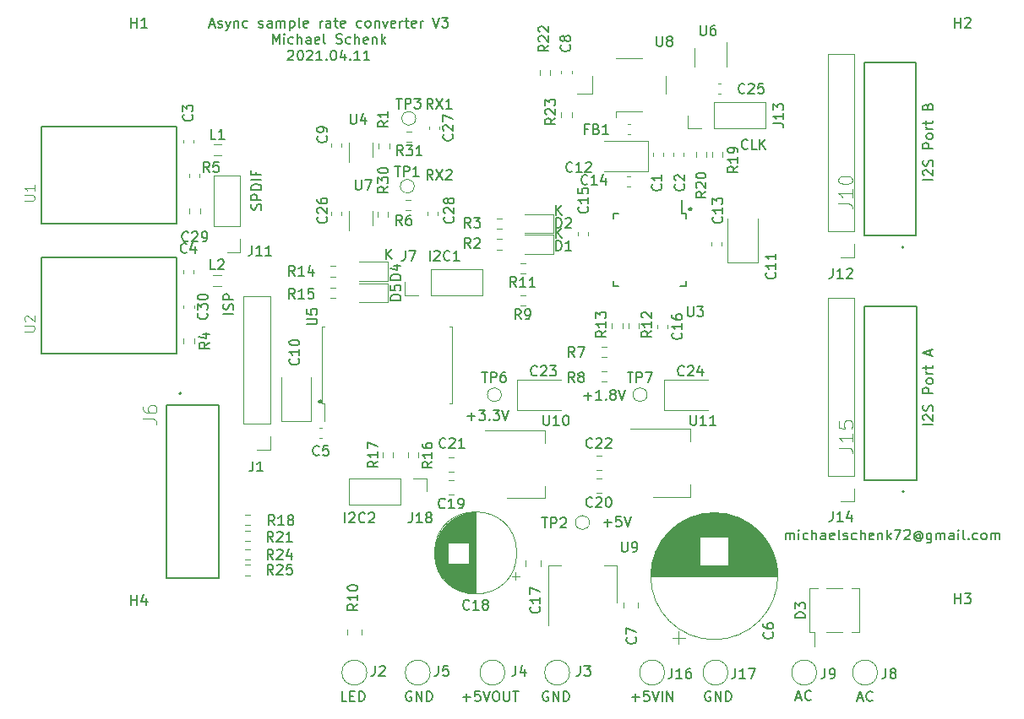
<source format=gbr>
G04 #@! TF.GenerationSoftware,KiCad,Pcbnew,(5.1.9-0-10_14)*
G04 #@! TF.CreationDate,2021-04-11T13:29:02+02:00*
G04 #@! TF.ProjectId,dac,6461632e-6b69-4636-9164-5f7063625858,rev?*
G04 #@! TF.SameCoordinates,Original*
G04 #@! TF.FileFunction,Legend,Top*
G04 #@! TF.FilePolarity,Positive*
%FSLAX46Y46*%
G04 Gerber Fmt 4.6, Leading zero omitted, Abs format (unit mm)*
G04 Created by KiCad (PCBNEW (5.1.9-0-10_14)) date 2021-04-11 13:29:02*
%MOMM*%
%LPD*%
G01*
G04 APERTURE LIST*
%ADD10C,0.150000*%
%ADD11C,0.127000*%
%ADD12C,0.120000*%
%ADD13C,0.200000*%
%ADD14C,0.015000*%
G04 APERTURE END LIST*
D10*
X138422095Y-81097380D02*
X138422095Y-80097380D01*
X138993523Y-81097380D02*
X138564952Y-80525952D01*
X138993523Y-80097380D02*
X138422095Y-80668809D01*
X160258285Y-107513428D02*
X161020190Y-107513428D01*
X160639238Y-107894380D02*
X160639238Y-107132476D01*
X161972571Y-106894380D02*
X161496380Y-106894380D01*
X161448761Y-107370571D01*
X161496380Y-107322952D01*
X161591619Y-107275333D01*
X161829714Y-107275333D01*
X161924952Y-107322952D01*
X161972571Y-107370571D01*
X162020190Y-107465809D01*
X162020190Y-107703904D01*
X161972571Y-107799142D01*
X161924952Y-107846761D01*
X161829714Y-107894380D01*
X161591619Y-107894380D01*
X161496380Y-107846761D01*
X161448761Y-107799142D01*
X162305904Y-106894380D02*
X162639238Y-107894380D01*
X162972571Y-106894380D01*
X134310619Y-107513380D02*
X134310619Y-106513380D01*
X134739190Y-106608619D02*
X134786809Y-106561000D01*
X134882047Y-106513380D01*
X135120142Y-106513380D01*
X135215380Y-106561000D01*
X135263000Y-106608619D01*
X135310619Y-106703857D01*
X135310619Y-106799095D01*
X135263000Y-106941952D01*
X134691571Y-107513380D01*
X135310619Y-107513380D01*
X136310619Y-107418142D02*
X136263000Y-107465761D01*
X136120142Y-107513380D01*
X136024904Y-107513380D01*
X135882047Y-107465761D01*
X135786809Y-107370523D01*
X135739190Y-107275285D01*
X135691571Y-107084809D01*
X135691571Y-106941952D01*
X135739190Y-106751476D01*
X135786809Y-106656238D01*
X135882047Y-106561000D01*
X136024904Y-106513380D01*
X136120142Y-106513380D01*
X136263000Y-106561000D01*
X136310619Y-106608619D01*
X136691571Y-106608619D02*
X136739190Y-106561000D01*
X136834428Y-106513380D01*
X137072523Y-106513380D01*
X137167761Y-106561000D01*
X137215380Y-106608619D01*
X137263000Y-106703857D01*
X137263000Y-106799095D01*
X137215380Y-106941952D01*
X136643952Y-107513380D01*
X137263000Y-107513380D01*
X155440095Y-78938380D02*
X155440095Y-77938380D01*
X156011523Y-78938380D02*
X155582952Y-78366952D01*
X156011523Y-77938380D02*
X155440095Y-78509809D01*
X155440095Y-76652380D02*
X155440095Y-75652380D01*
X156011523Y-76652380D02*
X155582952Y-76080952D01*
X156011523Y-75652380D02*
X155440095Y-76223809D01*
X168910000Y-75906380D02*
X168814761Y-75954000D01*
X168767142Y-76049238D01*
X168814761Y-76144476D01*
X168910000Y-76192095D01*
X169005238Y-76144476D01*
X169052857Y-76049238D01*
X169005238Y-75954000D01*
X168910000Y-75906380D01*
X131826000Y-95210380D02*
X131730761Y-95258000D01*
X131683142Y-95353238D01*
X131730761Y-95448476D01*
X131826000Y-95496095D01*
X131921238Y-95448476D01*
X131968857Y-95353238D01*
X131921238Y-95258000D01*
X131826000Y-95210380D01*
X143121142Y-73096380D02*
X142787809Y-72620190D01*
X142549714Y-73096380D02*
X142549714Y-72096380D01*
X142930666Y-72096380D01*
X143025904Y-72144000D01*
X143073523Y-72191619D01*
X143121142Y-72286857D01*
X143121142Y-72429714D01*
X143073523Y-72524952D01*
X143025904Y-72572571D01*
X142930666Y-72620190D01*
X142549714Y-72620190D01*
X143454476Y-72096380D02*
X144121142Y-73096380D01*
X144121142Y-72096380D02*
X143454476Y-73096380D01*
X144454476Y-72191619D02*
X144502095Y-72144000D01*
X144597333Y-72096380D01*
X144835428Y-72096380D01*
X144930666Y-72144000D01*
X144978285Y-72191619D01*
X145025904Y-72286857D01*
X145025904Y-72382095D01*
X144978285Y-72524952D01*
X144406857Y-73096380D01*
X145025904Y-73096380D01*
X143121142Y-65984380D02*
X142787809Y-65508190D01*
X142549714Y-65984380D02*
X142549714Y-64984380D01*
X142930666Y-64984380D01*
X143025904Y-65032000D01*
X143073523Y-65079619D01*
X143121142Y-65174857D01*
X143121142Y-65317714D01*
X143073523Y-65412952D01*
X143025904Y-65460571D01*
X142930666Y-65508190D01*
X142549714Y-65508190D01*
X143454476Y-64984380D02*
X144121142Y-65984380D01*
X144121142Y-64984380D02*
X143454476Y-65984380D01*
X145025904Y-65984380D02*
X144454476Y-65984380D01*
X144740190Y-65984380D02*
X144740190Y-64984380D01*
X144644952Y-65127238D01*
X144549714Y-65222476D01*
X144454476Y-65270095D01*
X146590000Y-96845428D02*
X147351904Y-96845428D01*
X146970952Y-97226380D02*
X146970952Y-96464476D01*
X147732857Y-96226380D02*
X148351904Y-96226380D01*
X148018571Y-96607333D01*
X148161428Y-96607333D01*
X148256666Y-96654952D01*
X148304285Y-96702571D01*
X148351904Y-96797809D01*
X148351904Y-97035904D01*
X148304285Y-97131142D01*
X148256666Y-97178761D01*
X148161428Y-97226380D01*
X147875714Y-97226380D01*
X147780476Y-97178761D01*
X147732857Y-97131142D01*
X148780476Y-97131142D02*
X148828095Y-97178761D01*
X148780476Y-97226380D01*
X148732857Y-97178761D01*
X148780476Y-97131142D01*
X148780476Y-97226380D01*
X149161428Y-96226380D02*
X149780476Y-96226380D01*
X149447142Y-96607333D01*
X149590000Y-96607333D01*
X149685238Y-96654952D01*
X149732857Y-96702571D01*
X149780476Y-96797809D01*
X149780476Y-97035904D01*
X149732857Y-97131142D01*
X149685238Y-97178761D01*
X149590000Y-97226380D01*
X149304285Y-97226380D01*
X149209047Y-97178761D01*
X149161428Y-97131142D01*
X150066190Y-96226380D02*
X150399523Y-97226380D01*
X150732857Y-96226380D01*
X158274000Y-94813428D02*
X159035904Y-94813428D01*
X158654952Y-95194380D02*
X158654952Y-94432476D01*
X160035904Y-95194380D02*
X159464476Y-95194380D01*
X159750190Y-95194380D02*
X159750190Y-94194380D01*
X159654952Y-94337238D01*
X159559714Y-94432476D01*
X159464476Y-94480095D01*
X160464476Y-95099142D02*
X160512095Y-95146761D01*
X160464476Y-95194380D01*
X160416857Y-95146761D01*
X160464476Y-95099142D01*
X160464476Y-95194380D01*
X161083523Y-94622952D02*
X160988285Y-94575333D01*
X160940666Y-94527714D01*
X160893047Y-94432476D01*
X160893047Y-94384857D01*
X160940666Y-94289619D01*
X160988285Y-94242000D01*
X161083523Y-94194380D01*
X161274000Y-94194380D01*
X161369238Y-94242000D01*
X161416857Y-94289619D01*
X161464476Y-94384857D01*
X161464476Y-94432476D01*
X161416857Y-94527714D01*
X161369238Y-94575333D01*
X161274000Y-94622952D01*
X161083523Y-94622952D01*
X160988285Y-94670571D01*
X160940666Y-94718190D01*
X160893047Y-94813428D01*
X160893047Y-95003904D01*
X160940666Y-95099142D01*
X160988285Y-95146761D01*
X161083523Y-95194380D01*
X161274000Y-95194380D01*
X161369238Y-95146761D01*
X161416857Y-95099142D01*
X161464476Y-95003904D01*
X161464476Y-94813428D01*
X161416857Y-94718190D01*
X161369238Y-94670571D01*
X161274000Y-94622952D01*
X161750190Y-94194380D02*
X162083523Y-95194380D01*
X162416857Y-94194380D01*
X174664761Y-69953142D02*
X174617142Y-70000761D01*
X174474285Y-70048380D01*
X174379047Y-70048380D01*
X174236190Y-70000761D01*
X174140952Y-69905523D01*
X174093333Y-69810285D01*
X174045714Y-69619809D01*
X174045714Y-69476952D01*
X174093333Y-69286476D01*
X174140952Y-69191238D01*
X174236190Y-69096000D01*
X174379047Y-69048380D01*
X174474285Y-69048380D01*
X174617142Y-69096000D01*
X174664761Y-69143619D01*
X175569523Y-70048380D02*
X175093333Y-70048380D01*
X175093333Y-69048380D01*
X175902857Y-70048380D02*
X175902857Y-69048380D01*
X176474285Y-70048380D02*
X176045714Y-69476952D01*
X176474285Y-69048380D02*
X175902857Y-69619809D01*
X142819619Y-81224380D02*
X142819619Y-80224380D01*
X143248190Y-80319619D02*
X143295809Y-80272000D01*
X143391047Y-80224380D01*
X143629142Y-80224380D01*
X143724380Y-80272000D01*
X143772000Y-80319619D01*
X143819619Y-80414857D01*
X143819619Y-80510095D01*
X143772000Y-80652952D01*
X143200571Y-81224380D01*
X143819619Y-81224380D01*
X144819619Y-81129142D02*
X144772000Y-81176761D01*
X144629142Y-81224380D01*
X144533904Y-81224380D01*
X144391047Y-81176761D01*
X144295809Y-81081523D01*
X144248190Y-80986285D01*
X144200571Y-80795809D01*
X144200571Y-80652952D01*
X144248190Y-80462476D01*
X144295809Y-80367238D01*
X144391047Y-80272000D01*
X144533904Y-80224380D01*
X144629142Y-80224380D01*
X144772000Y-80272000D01*
X144819619Y-80319619D01*
X145772000Y-81224380D02*
X145200571Y-81224380D01*
X145486285Y-81224380D02*
X145486285Y-80224380D01*
X145391047Y-80367238D01*
X145295809Y-80462476D01*
X145200571Y-80510095D01*
X125880761Y-76120380D02*
X125928380Y-75977523D01*
X125928380Y-75739428D01*
X125880761Y-75644190D01*
X125833142Y-75596571D01*
X125737904Y-75548952D01*
X125642666Y-75548952D01*
X125547428Y-75596571D01*
X125499809Y-75644190D01*
X125452190Y-75739428D01*
X125404571Y-75929904D01*
X125356952Y-76025142D01*
X125309333Y-76072761D01*
X125214095Y-76120380D01*
X125118857Y-76120380D01*
X125023619Y-76072761D01*
X124976000Y-76025142D01*
X124928380Y-75929904D01*
X124928380Y-75691809D01*
X124976000Y-75548952D01*
X125928380Y-75120380D02*
X124928380Y-75120380D01*
X124928380Y-74739428D01*
X124976000Y-74644190D01*
X125023619Y-74596571D01*
X125118857Y-74548952D01*
X125261714Y-74548952D01*
X125356952Y-74596571D01*
X125404571Y-74644190D01*
X125452190Y-74739428D01*
X125452190Y-75120380D01*
X125928380Y-74120380D02*
X124928380Y-74120380D01*
X124928380Y-73882285D01*
X124976000Y-73739428D01*
X125071238Y-73644190D01*
X125166476Y-73596571D01*
X125356952Y-73548952D01*
X125499809Y-73548952D01*
X125690285Y-73596571D01*
X125785523Y-73644190D01*
X125880761Y-73739428D01*
X125928380Y-73882285D01*
X125928380Y-74120380D01*
X125928380Y-73120380D02*
X124928380Y-73120380D01*
X125404571Y-72310857D02*
X125404571Y-72644190D01*
X125928380Y-72644190D02*
X124928380Y-72644190D01*
X124928380Y-72168000D01*
X123134380Y-86574190D02*
X122134380Y-86574190D01*
X123086761Y-86145619D02*
X123134380Y-86002761D01*
X123134380Y-85764666D01*
X123086761Y-85669428D01*
X123039142Y-85621809D01*
X122943904Y-85574190D01*
X122848666Y-85574190D01*
X122753428Y-85621809D01*
X122705809Y-85669428D01*
X122658190Y-85764666D01*
X122610571Y-85955142D01*
X122562952Y-86050380D01*
X122515333Y-86098000D01*
X122420095Y-86145619D01*
X122324857Y-86145619D01*
X122229619Y-86098000D01*
X122182000Y-86050380D01*
X122134380Y-85955142D01*
X122134380Y-85717047D01*
X122182000Y-85574190D01*
X123134380Y-85145619D02*
X122134380Y-85145619D01*
X122134380Y-84764666D01*
X122182000Y-84669428D01*
X122229619Y-84621809D01*
X122324857Y-84574190D01*
X122467714Y-84574190D01*
X122562952Y-84621809D01*
X122610571Y-84669428D01*
X122658190Y-84764666D01*
X122658190Y-85145619D01*
X193238380Y-97670476D02*
X192238380Y-97670476D01*
X192333619Y-97241904D02*
X192286000Y-97194285D01*
X192238380Y-97099047D01*
X192238380Y-96860952D01*
X192286000Y-96765714D01*
X192333619Y-96718095D01*
X192428857Y-96670476D01*
X192524095Y-96670476D01*
X192666952Y-96718095D01*
X193238380Y-97289523D01*
X193238380Y-96670476D01*
X193190761Y-96289523D02*
X193238380Y-96146666D01*
X193238380Y-95908571D01*
X193190761Y-95813333D01*
X193143142Y-95765714D01*
X193047904Y-95718095D01*
X192952666Y-95718095D01*
X192857428Y-95765714D01*
X192809809Y-95813333D01*
X192762190Y-95908571D01*
X192714571Y-96099047D01*
X192666952Y-96194285D01*
X192619333Y-96241904D01*
X192524095Y-96289523D01*
X192428857Y-96289523D01*
X192333619Y-96241904D01*
X192286000Y-96194285D01*
X192238380Y-96099047D01*
X192238380Y-95860952D01*
X192286000Y-95718095D01*
X193238380Y-94527619D02*
X192238380Y-94527619D01*
X192238380Y-94146666D01*
X192286000Y-94051428D01*
X192333619Y-94003809D01*
X192428857Y-93956190D01*
X192571714Y-93956190D01*
X192666952Y-94003809D01*
X192714571Y-94051428D01*
X192762190Y-94146666D01*
X192762190Y-94527619D01*
X193238380Y-93384761D02*
X193190761Y-93480000D01*
X193143142Y-93527619D01*
X193047904Y-93575238D01*
X192762190Y-93575238D01*
X192666952Y-93527619D01*
X192619333Y-93480000D01*
X192571714Y-93384761D01*
X192571714Y-93241904D01*
X192619333Y-93146666D01*
X192666952Y-93099047D01*
X192762190Y-93051428D01*
X193047904Y-93051428D01*
X193143142Y-93099047D01*
X193190761Y-93146666D01*
X193238380Y-93241904D01*
X193238380Y-93384761D01*
X193238380Y-92622857D02*
X192571714Y-92622857D01*
X192762190Y-92622857D02*
X192666952Y-92575238D01*
X192619333Y-92527619D01*
X192571714Y-92432380D01*
X192571714Y-92337142D01*
X192571714Y-92146666D02*
X192571714Y-91765714D01*
X192238380Y-92003809D02*
X193095523Y-92003809D01*
X193190761Y-91956190D01*
X193238380Y-91860952D01*
X193238380Y-91765714D01*
X192952666Y-90718095D02*
X192952666Y-90241904D01*
X193238380Y-90813333D02*
X192238380Y-90480000D01*
X193238380Y-90146666D01*
X193238380Y-73103904D02*
X192238380Y-73103904D01*
X192333619Y-72675333D02*
X192286000Y-72627714D01*
X192238380Y-72532476D01*
X192238380Y-72294380D01*
X192286000Y-72199142D01*
X192333619Y-72151523D01*
X192428857Y-72103904D01*
X192524095Y-72103904D01*
X192666952Y-72151523D01*
X193238380Y-72722952D01*
X193238380Y-72103904D01*
X193190761Y-71722952D02*
X193238380Y-71580095D01*
X193238380Y-71342000D01*
X193190761Y-71246761D01*
X193143142Y-71199142D01*
X193047904Y-71151523D01*
X192952666Y-71151523D01*
X192857428Y-71199142D01*
X192809809Y-71246761D01*
X192762190Y-71342000D01*
X192714571Y-71532476D01*
X192666952Y-71627714D01*
X192619333Y-71675333D01*
X192524095Y-71722952D01*
X192428857Y-71722952D01*
X192333619Y-71675333D01*
X192286000Y-71627714D01*
X192238380Y-71532476D01*
X192238380Y-71294380D01*
X192286000Y-71151523D01*
X193238380Y-69961047D02*
X192238380Y-69961047D01*
X192238380Y-69580095D01*
X192286000Y-69484857D01*
X192333619Y-69437238D01*
X192428857Y-69389619D01*
X192571714Y-69389619D01*
X192666952Y-69437238D01*
X192714571Y-69484857D01*
X192762190Y-69580095D01*
X192762190Y-69961047D01*
X193238380Y-68818190D02*
X193190761Y-68913428D01*
X193143142Y-68961047D01*
X193047904Y-69008666D01*
X192762190Y-69008666D01*
X192666952Y-68961047D01*
X192619333Y-68913428D01*
X192571714Y-68818190D01*
X192571714Y-68675333D01*
X192619333Y-68580095D01*
X192666952Y-68532476D01*
X192762190Y-68484857D01*
X193047904Y-68484857D01*
X193143142Y-68532476D01*
X193190761Y-68580095D01*
X193238380Y-68675333D01*
X193238380Y-68818190D01*
X193238380Y-68056285D02*
X192571714Y-68056285D01*
X192762190Y-68056285D02*
X192666952Y-68008666D01*
X192619333Y-67961047D01*
X192571714Y-67865809D01*
X192571714Y-67770571D01*
X192571714Y-67580095D02*
X192571714Y-67199142D01*
X192238380Y-67437238D02*
X193095523Y-67437238D01*
X193190761Y-67389619D01*
X193238380Y-67294380D01*
X193238380Y-67199142D01*
X192714571Y-65770571D02*
X192762190Y-65627714D01*
X192809809Y-65580095D01*
X192905047Y-65532476D01*
X193047904Y-65532476D01*
X193143142Y-65580095D01*
X193190761Y-65627714D01*
X193238380Y-65722952D01*
X193238380Y-66103904D01*
X192238380Y-66103904D01*
X192238380Y-65770571D01*
X192286000Y-65675333D01*
X192333619Y-65627714D01*
X192428857Y-65580095D01*
X192524095Y-65580095D01*
X192619333Y-65627714D01*
X192666952Y-65675333D01*
X192714571Y-65770571D01*
X192714571Y-66103904D01*
X146129714Y-125039428D02*
X146891619Y-125039428D01*
X146510666Y-125420380D02*
X146510666Y-124658476D01*
X147844000Y-124420380D02*
X147367809Y-124420380D01*
X147320190Y-124896571D01*
X147367809Y-124848952D01*
X147463047Y-124801333D01*
X147701142Y-124801333D01*
X147796380Y-124848952D01*
X147844000Y-124896571D01*
X147891619Y-124991809D01*
X147891619Y-125229904D01*
X147844000Y-125325142D01*
X147796380Y-125372761D01*
X147701142Y-125420380D01*
X147463047Y-125420380D01*
X147367809Y-125372761D01*
X147320190Y-125325142D01*
X148177333Y-124420380D02*
X148510666Y-125420380D01*
X148844000Y-124420380D01*
X149367809Y-124420380D02*
X149558285Y-124420380D01*
X149653523Y-124468000D01*
X149748761Y-124563238D01*
X149796380Y-124753714D01*
X149796380Y-125087047D01*
X149748761Y-125277523D01*
X149653523Y-125372761D01*
X149558285Y-125420380D01*
X149367809Y-125420380D01*
X149272571Y-125372761D01*
X149177333Y-125277523D01*
X149129714Y-125087047D01*
X149129714Y-124753714D01*
X149177333Y-124563238D01*
X149272571Y-124468000D01*
X149367809Y-124420380D01*
X150224952Y-124420380D02*
X150224952Y-125229904D01*
X150272571Y-125325142D01*
X150320190Y-125372761D01*
X150415428Y-125420380D01*
X150605904Y-125420380D01*
X150701142Y-125372761D01*
X150748761Y-125325142D01*
X150796380Y-125229904D01*
X150796380Y-124420380D01*
X151129714Y-124420380D02*
X151701142Y-124420380D01*
X151415428Y-125420380D02*
X151415428Y-124420380D01*
X134485142Y-125420380D02*
X134008952Y-125420380D01*
X134008952Y-124420380D01*
X134818476Y-124896571D02*
X135151809Y-124896571D01*
X135294666Y-125420380D02*
X134818476Y-125420380D01*
X134818476Y-124420380D01*
X135294666Y-124420380D01*
X135723238Y-125420380D02*
X135723238Y-124420380D01*
X135961333Y-124420380D01*
X136104190Y-124468000D01*
X136199428Y-124563238D01*
X136247047Y-124658476D01*
X136294666Y-124848952D01*
X136294666Y-124991809D01*
X136247047Y-125182285D01*
X136199428Y-125277523D01*
X136104190Y-125372761D01*
X135961333Y-125420380D01*
X135723238Y-125420380D01*
X163052380Y-125039428D02*
X163814285Y-125039428D01*
X163433333Y-125420380D02*
X163433333Y-124658476D01*
X164766666Y-124420380D02*
X164290476Y-124420380D01*
X164242857Y-124896571D01*
X164290476Y-124848952D01*
X164385714Y-124801333D01*
X164623809Y-124801333D01*
X164719047Y-124848952D01*
X164766666Y-124896571D01*
X164814285Y-124991809D01*
X164814285Y-125229904D01*
X164766666Y-125325142D01*
X164719047Y-125372761D01*
X164623809Y-125420380D01*
X164385714Y-125420380D01*
X164290476Y-125372761D01*
X164242857Y-125325142D01*
X165100000Y-124420380D02*
X165433333Y-125420380D01*
X165766666Y-124420380D01*
X166100000Y-125420380D02*
X166100000Y-124420380D01*
X166576190Y-125420380D02*
X166576190Y-124420380D01*
X167147619Y-125420380D01*
X167147619Y-124420380D01*
X154686095Y-124468000D02*
X154590857Y-124420380D01*
X154448000Y-124420380D01*
X154305142Y-124468000D01*
X154209904Y-124563238D01*
X154162285Y-124658476D01*
X154114666Y-124848952D01*
X154114666Y-124991809D01*
X154162285Y-125182285D01*
X154209904Y-125277523D01*
X154305142Y-125372761D01*
X154448000Y-125420380D01*
X154543238Y-125420380D01*
X154686095Y-125372761D01*
X154733714Y-125325142D01*
X154733714Y-124991809D01*
X154543238Y-124991809D01*
X155162285Y-125420380D02*
X155162285Y-124420380D01*
X155733714Y-125420380D01*
X155733714Y-124420380D01*
X156209904Y-125420380D02*
X156209904Y-124420380D01*
X156448000Y-124420380D01*
X156590857Y-124468000D01*
X156686095Y-124563238D01*
X156733714Y-124658476D01*
X156781333Y-124848952D01*
X156781333Y-124991809D01*
X156733714Y-125182285D01*
X156686095Y-125277523D01*
X156590857Y-125372761D01*
X156448000Y-125420380D01*
X156209904Y-125420380D01*
X140970095Y-124468000D02*
X140874857Y-124420380D01*
X140732000Y-124420380D01*
X140589142Y-124468000D01*
X140493904Y-124563238D01*
X140446285Y-124658476D01*
X140398666Y-124848952D01*
X140398666Y-124991809D01*
X140446285Y-125182285D01*
X140493904Y-125277523D01*
X140589142Y-125372761D01*
X140732000Y-125420380D01*
X140827238Y-125420380D01*
X140970095Y-125372761D01*
X141017714Y-125325142D01*
X141017714Y-124991809D01*
X140827238Y-124991809D01*
X141446285Y-125420380D02*
X141446285Y-124420380D01*
X142017714Y-125420380D01*
X142017714Y-124420380D01*
X142493904Y-125420380D02*
X142493904Y-124420380D01*
X142732000Y-124420380D01*
X142874857Y-124468000D01*
X142970095Y-124563238D01*
X143017714Y-124658476D01*
X143065333Y-124848952D01*
X143065333Y-124991809D01*
X143017714Y-125182285D01*
X142970095Y-125277523D01*
X142874857Y-125372761D01*
X142732000Y-125420380D01*
X142493904Y-125420380D01*
X170942095Y-124468000D02*
X170846857Y-124420380D01*
X170704000Y-124420380D01*
X170561142Y-124468000D01*
X170465904Y-124563238D01*
X170418285Y-124658476D01*
X170370666Y-124848952D01*
X170370666Y-124991809D01*
X170418285Y-125182285D01*
X170465904Y-125277523D01*
X170561142Y-125372761D01*
X170704000Y-125420380D01*
X170799238Y-125420380D01*
X170942095Y-125372761D01*
X170989714Y-125325142D01*
X170989714Y-124991809D01*
X170799238Y-124991809D01*
X171418285Y-125420380D02*
X171418285Y-124420380D01*
X171989714Y-125420380D01*
X171989714Y-124420380D01*
X172465904Y-125420380D02*
X172465904Y-124420380D01*
X172704000Y-124420380D01*
X172846857Y-124468000D01*
X172942095Y-124563238D01*
X172989714Y-124658476D01*
X173037333Y-124848952D01*
X173037333Y-124991809D01*
X172989714Y-125182285D01*
X172942095Y-125277523D01*
X172846857Y-125372761D01*
X172704000Y-125420380D01*
X172465904Y-125420380D01*
X185697904Y-125134666D02*
X186174095Y-125134666D01*
X185602666Y-125420380D02*
X185936000Y-124420380D01*
X186269333Y-125420380D01*
X187174095Y-125325142D02*
X187126476Y-125372761D01*
X186983619Y-125420380D01*
X186888380Y-125420380D01*
X186745523Y-125372761D01*
X186650285Y-125277523D01*
X186602666Y-125182285D01*
X186555047Y-124991809D01*
X186555047Y-124848952D01*
X186602666Y-124658476D01*
X186650285Y-124563238D01*
X186745523Y-124468000D01*
X186888380Y-124420380D01*
X186983619Y-124420380D01*
X187126476Y-124468000D01*
X187174095Y-124515619D01*
X179538404Y-125071166D02*
X180014595Y-125071166D01*
X179443166Y-125356880D02*
X179776500Y-124356880D01*
X180109833Y-125356880D01*
X181014595Y-125261642D02*
X180966976Y-125309261D01*
X180824119Y-125356880D01*
X180728880Y-125356880D01*
X180586023Y-125309261D01*
X180490785Y-125214023D01*
X180443166Y-125118785D01*
X180395547Y-124928309D01*
X180395547Y-124785452D01*
X180443166Y-124594976D01*
X180490785Y-124499738D01*
X180586023Y-124404500D01*
X180728880Y-124356880D01*
X180824119Y-124356880D01*
X180966976Y-124404500D01*
X181014595Y-124452119D01*
X178464914Y-109215180D02*
X178464914Y-108548514D01*
X178464914Y-108643752D02*
X178512533Y-108596133D01*
X178607771Y-108548514D01*
X178750628Y-108548514D01*
X178845866Y-108596133D01*
X178893485Y-108691371D01*
X178893485Y-109215180D01*
X178893485Y-108691371D02*
X178941104Y-108596133D01*
X179036342Y-108548514D01*
X179179200Y-108548514D01*
X179274438Y-108596133D01*
X179322057Y-108691371D01*
X179322057Y-109215180D01*
X179798247Y-109215180D02*
X179798247Y-108548514D01*
X179798247Y-108215180D02*
X179750628Y-108262800D01*
X179798247Y-108310419D01*
X179845866Y-108262800D01*
X179798247Y-108215180D01*
X179798247Y-108310419D01*
X180703009Y-109167561D02*
X180607771Y-109215180D01*
X180417295Y-109215180D01*
X180322057Y-109167561D01*
X180274438Y-109119942D01*
X180226819Y-109024704D01*
X180226819Y-108738990D01*
X180274438Y-108643752D01*
X180322057Y-108596133D01*
X180417295Y-108548514D01*
X180607771Y-108548514D01*
X180703009Y-108596133D01*
X181131580Y-109215180D02*
X181131580Y-108215180D01*
X181560152Y-109215180D02*
X181560152Y-108691371D01*
X181512533Y-108596133D01*
X181417295Y-108548514D01*
X181274438Y-108548514D01*
X181179200Y-108596133D01*
X181131580Y-108643752D01*
X182464914Y-109215180D02*
X182464914Y-108691371D01*
X182417295Y-108596133D01*
X182322057Y-108548514D01*
X182131580Y-108548514D01*
X182036342Y-108596133D01*
X182464914Y-109167561D02*
X182369676Y-109215180D01*
X182131580Y-109215180D01*
X182036342Y-109167561D01*
X181988723Y-109072323D01*
X181988723Y-108977085D01*
X182036342Y-108881847D01*
X182131580Y-108834228D01*
X182369676Y-108834228D01*
X182464914Y-108786609D01*
X183322057Y-109167561D02*
X183226819Y-109215180D01*
X183036342Y-109215180D01*
X182941104Y-109167561D01*
X182893485Y-109072323D01*
X182893485Y-108691371D01*
X182941104Y-108596133D01*
X183036342Y-108548514D01*
X183226819Y-108548514D01*
X183322057Y-108596133D01*
X183369676Y-108691371D01*
X183369676Y-108786609D01*
X182893485Y-108881847D01*
X183941104Y-109215180D02*
X183845866Y-109167561D01*
X183798247Y-109072323D01*
X183798247Y-108215180D01*
X184274438Y-109167561D02*
X184369676Y-109215180D01*
X184560152Y-109215180D01*
X184655390Y-109167561D01*
X184703009Y-109072323D01*
X184703009Y-109024704D01*
X184655390Y-108929466D01*
X184560152Y-108881847D01*
X184417295Y-108881847D01*
X184322057Y-108834228D01*
X184274438Y-108738990D01*
X184274438Y-108691371D01*
X184322057Y-108596133D01*
X184417295Y-108548514D01*
X184560152Y-108548514D01*
X184655390Y-108596133D01*
X185560152Y-109167561D02*
X185464914Y-109215180D01*
X185274438Y-109215180D01*
X185179200Y-109167561D01*
X185131580Y-109119942D01*
X185083961Y-109024704D01*
X185083961Y-108738990D01*
X185131580Y-108643752D01*
X185179200Y-108596133D01*
X185274438Y-108548514D01*
X185464914Y-108548514D01*
X185560152Y-108596133D01*
X185988723Y-109215180D02*
X185988723Y-108215180D01*
X186417295Y-109215180D02*
X186417295Y-108691371D01*
X186369676Y-108596133D01*
X186274438Y-108548514D01*
X186131580Y-108548514D01*
X186036342Y-108596133D01*
X185988723Y-108643752D01*
X187274438Y-109167561D02*
X187179200Y-109215180D01*
X186988723Y-109215180D01*
X186893485Y-109167561D01*
X186845866Y-109072323D01*
X186845866Y-108691371D01*
X186893485Y-108596133D01*
X186988723Y-108548514D01*
X187179200Y-108548514D01*
X187274438Y-108596133D01*
X187322057Y-108691371D01*
X187322057Y-108786609D01*
X186845866Y-108881847D01*
X187750628Y-108548514D02*
X187750628Y-109215180D01*
X187750628Y-108643752D02*
X187798247Y-108596133D01*
X187893485Y-108548514D01*
X188036342Y-108548514D01*
X188131580Y-108596133D01*
X188179200Y-108691371D01*
X188179200Y-109215180D01*
X188655390Y-109215180D02*
X188655390Y-108215180D01*
X188750628Y-108834228D02*
X189036342Y-109215180D01*
X189036342Y-108548514D02*
X188655390Y-108929466D01*
X189369676Y-108215180D02*
X190036342Y-108215180D01*
X189607771Y-109215180D01*
X190369676Y-108310419D02*
X190417295Y-108262800D01*
X190512533Y-108215180D01*
X190750628Y-108215180D01*
X190845866Y-108262800D01*
X190893485Y-108310419D01*
X190941104Y-108405657D01*
X190941104Y-108500895D01*
X190893485Y-108643752D01*
X190322057Y-109215180D01*
X190941104Y-109215180D01*
X191988723Y-108738990D02*
X191941104Y-108691371D01*
X191845866Y-108643752D01*
X191750628Y-108643752D01*
X191655390Y-108691371D01*
X191607771Y-108738990D01*
X191560152Y-108834228D01*
X191560152Y-108929466D01*
X191607771Y-109024704D01*
X191655390Y-109072323D01*
X191750628Y-109119942D01*
X191845866Y-109119942D01*
X191941104Y-109072323D01*
X191988723Y-109024704D01*
X191988723Y-108643752D02*
X191988723Y-109024704D01*
X192036342Y-109072323D01*
X192083961Y-109072323D01*
X192179200Y-109024704D01*
X192226819Y-108929466D01*
X192226819Y-108691371D01*
X192131580Y-108548514D01*
X191988723Y-108453276D01*
X191798247Y-108405657D01*
X191607771Y-108453276D01*
X191464914Y-108548514D01*
X191369676Y-108691371D01*
X191322057Y-108881847D01*
X191369676Y-109072323D01*
X191464914Y-109215180D01*
X191607771Y-109310419D01*
X191798247Y-109358038D01*
X191988723Y-109310419D01*
X192131580Y-109215180D01*
X193083961Y-108548514D02*
X193083961Y-109358038D01*
X193036342Y-109453276D01*
X192988723Y-109500895D01*
X192893485Y-109548514D01*
X192750628Y-109548514D01*
X192655390Y-109500895D01*
X193083961Y-109167561D02*
X192988723Y-109215180D01*
X192798247Y-109215180D01*
X192703009Y-109167561D01*
X192655390Y-109119942D01*
X192607771Y-109024704D01*
X192607771Y-108738990D01*
X192655390Y-108643752D01*
X192703009Y-108596133D01*
X192798247Y-108548514D01*
X192988723Y-108548514D01*
X193083961Y-108596133D01*
X193560152Y-109215180D02*
X193560152Y-108548514D01*
X193560152Y-108643752D02*
X193607771Y-108596133D01*
X193703009Y-108548514D01*
X193845866Y-108548514D01*
X193941104Y-108596133D01*
X193988723Y-108691371D01*
X193988723Y-109215180D01*
X193988723Y-108691371D02*
X194036342Y-108596133D01*
X194131580Y-108548514D01*
X194274438Y-108548514D01*
X194369676Y-108596133D01*
X194417295Y-108691371D01*
X194417295Y-109215180D01*
X195322057Y-109215180D02*
X195322057Y-108691371D01*
X195274438Y-108596133D01*
X195179200Y-108548514D01*
X194988723Y-108548514D01*
X194893485Y-108596133D01*
X195322057Y-109167561D02*
X195226819Y-109215180D01*
X194988723Y-109215180D01*
X194893485Y-109167561D01*
X194845866Y-109072323D01*
X194845866Y-108977085D01*
X194893485Y-108881847D01*
X194988723Y-108834228D01*
X195226819Y-108834228D01*
X195322057Y-108786609D01*
X195798247Y-109215180D02*
X195798247Y-108548514D01*
X195798247Y-108215180D02*
X195750628Y-108262800D01*
X195798247Y-108310419D01*
X195845866Y-108262800D01*
X195798247Y-108215180D01*
X195798247Y-108310419D01*
X196417295Y-109215180D02*
X196322057Y-109167561D01*
X196274438Y-109072323D01*
X196274438Y-108215180D01*
X196798247Y-109119942D02*
X196845866Y-109167561D01*
X196798247Y-109215180D01*
X196750628Y-109167561D01*
X196798247Y-109119942D01*
X196798247Y-109215180D01*
X197703009Y-109167561D02*
X197607771Y-109215180D01*
X197417295Y-109215180D01*
X197322057Y-109167561D01*
X197274438Y-109119942D01*
X197226819Y-109024704D01*
X197226819Y-108738990D01*
X197274438Y-108643752D01*
X197322057Y-108596133D01*
X197417295Y-108548514D01*
X197607771Y-108548514D01*
X197703009Y-108596133D01*
X198274438Y-109215180D02*
X198179200Y-109167561D01*
X198131580Y-109119942D01*
X198083961Y-109024704D01*
X198083961Y-108738990D01*
X198131580Y-108643752D01*
X198179200Y-108596133D01*
X198274438Y-108548514D01*
X198417295Y-108548514D01*
X198512533Y-108596133D01*
X198560152Y-108643752D01*
X198607771Y-108738990D01*
X198607771Y-109024704D01*
X198560152Y-109119942D01*
X198512533Y-109167561D01*
X198417295Y-109215180D01*
X198274438Y-109215180D01*
X199036342Y-109215180D02*
X199036342Y-108548514D01*
X199036342Y-108643752D02*
X199083961Y-108596133D01*
X199179200Y-108548514D01*
X199322057Y-108548514D01*
X199417295Y-108596133D01*
X199464914Y-108691371D01*
X199464914Y-109215180D01*
X199464914Y-108691371D02*
X199512533Y-108596133D01*
X199607771Y-108548514D01*
X199750628Y-108548514D01*
X199845866Y-108596133D01*
X199893485Y-108691371D01*
X199893485Y-109215180D01*
X120737219Y-57546266D02*
X121213409Y-57546266D01*
X120641980Y-57831980D02*
X120975314Y-56831980D01*
X121308647Y-57831980D01*
X121594361Y-57784361D02*
X121689600Y-57831980D01*
X121880076Y-57831980D01*
X121975314Y-57784361D01*
X122022933Y-57689123D01*
X122022933Y-57641504D01*
X121975314Y-57546266D01*
X121880076Y-57498647D01*
X121737219Y-57498647D01*
X121641980Y-57451028D01*
X121594361Y-57355790D01*
X121594361Y-57308171D01*
X121641980Y-57212933D01*
X121737219Y-57165314D01*
X121880076Y-57165314D01*
X121975314Y-57212933D01*
X122356266Y-57165314D02*
X122594361Y-57831980D01*
X122832457Y-57165314D02*
X122594361Y-57831980D01*
X122499123Y-58070076D01*
X122451504Y-58117695D01*
X122356266Y-58165314D01*
X123213409Y-57165314D02*
X123213409Y-57831980D01*
X123213409Y-57260552D02*
X123261028Y-57212933D01*
X123356266Y-57165314D01*
X123499123Y-57165314D01*
X123594361Y-57212933D01*
X123641980Y-57308171D01*
X123641980Y-57831980D01*
X124546742Y-57784361D02*
X124451504Y-57831980D01*
X124261028Y-57831980D01*
X124165790Y-57784361D01*
X124118171Y-57736742D01*
X124070552Y-57641504D01*
X124070552Y-57355790D01*
X124118171Y-57260552D01*
X124165790Y-57212933D01*
X124261028Y-57165314D01*
X124451504Y-57165314D01*
X124546742Y-57212933D01*
X125689600Y-57784361D02*
X125784838Y-57831980D01*
X125975314Y-57831980D01*
X126070552Y-57784361D01*
X126118171Y-57689123D01*
X126118171Y-57641504D01*
X126070552Y-57546266D01*
X125975314Y-57498647D01*
X125832457Y-57498647D01*
X125737219Y-57451028D01*
X125689600Y-57355790D01*
X125689600Y-57308171D01*
X125737219Y-57212933D01*
X125832457Y-57165314D01*
X125975314Y-57165314D01*
X126070552Y-57212933D01*
X126975314Y-57831980D02*
X126975314Y-57308171D01*
X126927695Y-57212933D01*
X126832457Y-57165314D01*
X126641980Y-57165314D01*
X126546742Y-57212933D01*
X126975314Y-57784361D02*
X126880076Y-57831980D01*
X126641980Y-57831980D01*
X126546742Y-57784361D01*
X126499123Y-57689123D01*
X126499123Y-57593885D01*
X126546742Y-57498647D01*
X126641980Y-57451028D01*
X126880076Y-57451028D01*
X126975314Y-57403409D01*
X127451504Y-57831980D02*
X127451504Y-57165314D01*
X127451504Y-57260552D02*
X127499123Y-57212933D01*
X127594361Y-57165314D01*
X127737219Y-57165314D01*
X127832457Y-57212933D01*
X127880076Y-57308171D01*
X127880076Y-57831980D01*
X127880076Y-57308171D02*
X127927695Y-57212933D01*
X128022933Y-57165314D01*
X128165790Y-57165314D01*
X128261028Y-57212933D01*
X128308647Y-57308171D01*
X128308647Y-57831980D01*
X128784838Y-57165314D02*
X128784838Y-58165314D01*
X128784838Y-57212933D02*
X128880076Y-57165314D01*
X129070552Y-57165314D01*
X129165790Y-57212933D01*
X129213409Y-57260552D01*
X129261028Y-57355790D01*
X129261028Y-57641504D01*
X129213409Y-57736742D01*
X129165790Y-57784361D01*
X129070552Y-57831980D01*
X128880076Y-57831980D01*
X128784838Y-57784361D01*
X129832457Y-57831980D02*
X129737219Y-57784361D01*
X129689600Y-57689123D01*
X129689600Y-56831980D01*
X130594361Y-57784361D02*
X130499123Y-57831980D01*
X130308647Y-57831980D01*
X130213409Y-57784361D01*
X130165790Y-57689123D01*
X130165790Y-57308171D01*
X130213409Y-57212933D01*
X130308647Y-57165314D01*
X130499123Y-57165314D01*
X130594361Y-57212933D01*
X130641980Y-57308171D01*
X130641980Y-57403409D01*
X130165790Y-57498647D01*
X131832457Y-57831980D02*
X131832457Y-57165314D01*
X131832457Y-57355790D02*
X131880076Y-57260552D01*
X131927695Y-57212933D01*
X132022933Y-57165314D01*
X132118171Y-57165314D01*
X132880076Y-57831980D02*
X132880076Y-57308171D01*
X132832457Y-57212933D01*
X132737219Y-57165314D01*
X132546742Y-57165314D01*
X132451504Y-57212933D01*
X132880076Y-57784361D02*
X132784838Y-57831980D01*
X132546742Y-57831980D01*
X132451504Y-57784361D01*
X132403885Y-57689123D01*
X132403885Y-57593885D01*
X132451504Y-57498647D01*
X132546742Y-57451028D01*
X132784838Y-57451028D01*
X132880076Y-57403409D01*
X133213409Y-57165314D02*
X133594361Y-57165314D01*
X133356266Y-56831980D02*
X133356266Y-57689123D01*
X133403885Y-57784361D01*
X133499123Y-57831980D01*
X133594361Y-57831980D01*
X134308647Y-57784361D02*
X134213409Y-57831980D01*
X134022933Y-57831980D01*
X133927695Y-57784361D01*
X133880076Y-57689123D01*
X133880076Y-57308171D01*
X133927695Y-57212933D01*
X134022933Y-57165314D01*
X134213409Y-57165314D01*
X134308647Y-57212933D01*
X134356266Y-57308171D01*
X134356266Y-57403409D01*
X133880076Y-57498647D01*
X135975314Y-57784361D02*
X135880076Y-57831980D01*
X135689600Y-57831980D01*
X135594361Y-57784361D01*
X135546742Y-57736742D01*
X135499123Y-57641504D01*
X135499123Y-57355790D01*
X135546742Y-57260552D01*
X135594361Y-57212933D01*
X135689600Y-57165314D01*
X135880076Y-57165314D01*
X135975314Y-57212933D01*
X136546742Y-57831980D02*
X136451504Y-57784361D01*
X136403885Y-57736742D01*
X136356266Y-57641504D01*
X136356266Y-57355790D01*
X136403885Y-57260552D01*
X136451504Y-57212933D01*
X136546742Y-57165314D01*
X136689600Y-57165314D01*
X136784838Y-57212933D01*
X136832457Y-57260552D01*
X136880076Y-57355790D01*
X136880076Y-57641504D01*
X136832457Y-57736742D01*
X136784838Y-57784361D01*
X136689600Y-57831980D01*
X136546742Y-57831980D01*
X137308647Y-57165314D02*
X137308647Y-57831980D01*
X137308647Y-57260552D02*
X137356266Y-57212933D01*
X137451504Y-57165314D01*
X137594361Y-57165314D01*
X137689600Y-57212933D01*
X137737219Y-57308171D01*
X137737219Y-57831980D01*
X138118171Y-57165314D02*
X138356266Y-57831980D01*
X138594361Y-57165314D01*
X139356266Y-57784361D02*
X139261028Y-57831980D01*
X139070552Y-57831980D01*
X138975314Y-57784361D01*
X138927695Y-57689123D01*
X138927695Y-57308171D01*
X138975314Y-57212933D01*
X139070552Y-57165314D01*
X139261028Y-57165314D01*
X139356266Y-57212933D01*
X139403885Y-57308171D01*
X139403885Y-57403409D01*
X138927695Y-57498647D01*
X139832457Y-57831980D02*
X139832457Y-57165314D01*
X139832457Y-57355790D02*
X139880076Y-57260552D01*
X139927695Y-57212933D01*
X140022933Y-57165314D01*
X140118171Y-57165314D01*
X140308647Y-57165314D02*
X140689600Y-57165314D01*
X140451504Y-56831980D02*
X140451504Y-57689123D01*
X140499123Y-57784361D01*
X140594361Y-57831980D01*
X140689600Y-57831980D01*
X141403885Y-57784361D02*
X141308647Y-57831980D01*
X141118171Y-57831980D01*
X141022933Y-57784361D01*
X140975314Y-57689123D01*
X140975314Y-57308171D01*
X141022933Y-57212933D01*
X141118171Y-57165314D01*
X141308647Y-57165314D01*
X141403885Y-57212933D01*
X141451504Y-57308171D01*
X141451504Y-57403409D01*
X140975314Y-57498647D01*
X141880076Y-57831980D02*
X141880076Y-57165314D01*
X141880076Y-57355790D02*
X141927695Y-57260552D01*
X141975314Y-57212933D01*
X142070552Y-57165314D01*
X142165790Y-57165314D01*
X143118171Y-56831980D02*
X143451504Y-57831980D01*
X143784838Y-56831980D01*
X144022933Y-56831980D02*
X144641980Y-56831980D01*
X144308647Y-57212933D01*
X144451504Y-57212933D01*
X144546742Y-57260552D01*
X144594361Y-57308171D01*
X144641980Y-57403409D01*
X144641980Y-57641504D01*
X144594361Y-57736742D01*
X144546742Y-57784361D01*
X144451504Y-57831980D01*
X144165790Y-57831980D01*
X144070552Y-57784361D01*
X144022933Y-57736742D01*
X127070552Y-59481980D02*
X127070552Y-58481980D01*
X127403885Y-59196266D01*
X127737219Y-58481980D01*
X127737219Y-59481980D01*
X128213409Y-59481980D02*
X128213409Y-58815314D01*
X128213409Y-58481980D02*
X128165790Y-58529600D01*
X128213409Y-58577219D01*
X128261028Y-58529600D01*
X128213409Y-58481980D01*
X128213409Y-58577219D01*
X129118171Y-59434361D02*
X129022933Y-59481980D01*
X128832457Y-59481980D01*
X128737219Y-59434361D01*
X128689600Y-59386742D01*
X128641980Y-59291504D01*
X128641980Y-59005790D01*
X128689600Y-58910552D01*
X128737219Y-58862933D01*
X128832457Y-58815314D01*
X129022933Y-58815314D01*
X129118171Y-58862933D01*
X129546742Y-59481980D02*
X129546742Y-58481980D01*
X129975314Y-59481980D02*
X129975314Y-58958171D01*
X129927695Y-58862933D01*
X129832457Y-58815314D01*
X129689600Y-58815314D01*
X129594361Y-58862933D01*
X129546742Y-58910552D01*
X130880076Y-59481980D02*
X130880076Y-58958171D01*
X130832457Y-58862933D01*
X130737219Y-58815314D01*
X130546742Y-58815314D01*
X130451504Y-58862933D01*
X130880076Y-59434361D02*
X130784838Y-59481980D01*
X130546742Y-59481980D01*
X130451504Y-59434361D01*
X130403885Y-59339123D01*
X130403885Y-59243885D01*
X130451504Y-59148647D01*
X130546742Y-59101028D01*
X130784838Y-59101028D01*
X130880076Y-59053409D01*
X131737219Y-59434361D02*
X131641980Y-59481980D01*
X131451504Y-59481980D01*
X131356266Y-59434361D01*
X131308647Y-59339123D01*
X131308647Y-58958171D01*
X131356266Y-58862933D01*
X131451504Y-58815314D01*
X131641980Y-58815314D01*
X131737219Y-58862933D01*
X131784838Y-58958171D01*
X131784838Y-59053409D01*
X131308647Y-59148647D01*
X132356266Y-59481980D02*
X132261028Y-59434361D01*
X132213409Y-59339123D01*
X132213409Y-58481980D01*
X133451504Y-59434361D02*
X133594361Y-59481980D01*
X133832457Y-59481980D01*
X133927695Y-59434361D01*
X133975314Y-59386742D01*
X134022933Y-59291504D01*
X134022933Y-59196266D01*
X133975314Y-59101028D01*
X133927695Y-59053409D01*
X133832457Y-59005790D01*
X133641980Y-58958171D01*
X133546742Y-58910552D01*
X133499123Y-58862933D01*
X133451504Y-58767695D01*
X133451504Y-58672457D01*
X133499123Y-58577219D01*
X133546742Y-58529600D01*
X133641980Y-58481980D01*
X133880076Y-58481980D01*
X134022933Y-58529600D01*
X134880076Y-59434361D02*
X134784838Y-59481980D01*
X134594361Y-59481980D01*
X134499123Y-59434361D01*
X134451504Y-59386742D01*
X134403885Y-59291504D01*
X134403885Y-59005790D01*
X134451504Y-58910552D01*
X134499123Y-58862933D01*
X134594361Y-58815314D01*
X134784838Y-58815314D01*
X134880076Y-58862933D01*
X135308647Y-59481980D02*
X135308647Y-58481980D01*
X135737219Y-59481980D02*
X135737219Y-58958171D01*
X135689600Y-58862933D01*
X135594361Y-58815314D01*
X135451504Y-58815314D01*
X135356266Y-58862933D01*
X135308647Y-58910552D01*
X136594361Y-59434361D02*
X136499123Y-59481980D01*
X136308647Y-59481980D01*
X136213409Y-59434361D01*
X136165790Y-59339123D01*
X136165790Y-58958171D01*
X136213409Y-58862933D01*
X136308647Y-58815314D01*
X136499123Y-58815314D01*
X136594361Y-58862933D01*
X136641980Y-58958171D01*
X136641980Y-59053409D01*
X136165790Y-59148647D01*
X137070552Y-58815314D02*
X137070552Y-59481980D01*
X137070552Y-58910552D02*
X137118171Y-58862933D01*
X137213409Y-58815314D01*
X137356266Y-58815314D01*
X137451504Y-58862933D01*
X137499123Y-58958171D01*
X137499123Y-59481980D01*
X137975314Y-59481980D02*
X137975314Y-58481980D01*
X138070552Y-59101028D02*
X138356266Y-59481980D01*
X138356266Y-58815314D02*
X137975314Y-59196266D01*
X128594361Y-60227219D02*
X128641980Y-60179600D01*
X128737219Y-60131980D01*
X128975314Y-60131980D01*
X129070552Y-60179600D01*
X129118171Y-60227219D01*
X129165790Y-60322457D01*
X129165790Y-60417695D01*
X129118171Y-60560552D01*
X128546742Y-61131980D01*
X129165790Y-61131980D01*
X129784838Y-60131980D02*
X129880076Y-60131980D01*
X129975314Y-60179600D01*
X130022933Y-60227219D01*
X130070552Y-60322457D01*
X130118171Y-60512933D01*
X130118171Y-60751028D01*
X130070552Y-60941504D01*
X130022933Y-61036742D01*
X129975314Y-61084361D01*
X129880076Y-61131980D01*
X129784838Y-61131980D01*
X129689600Y-61084361D01*
X129641980Y-61036742D01*
X129594361Y-60941504D01*
X129546742Y-60751028D01*
X129546742Y-60512933D01*
X129594361Y-60322457D01*
X129641980Y-60227219D01*
X129689600Y-60179600D01*
X129784838Y-60131980D01*
X130499123Y-60227219D02*
X130546742Y-60179600D01*
X130641980Y-60131980D01*
X130880076Y-60131980D01*
X130975314Y-60179600D01*
X131022933Y-60227219D01*
X131070552Y-60322457D01*
X131070552Y-60417695D01*
X131022933Y-60560552D01*
X130451504Y-61131980D01*
X131070552Y-61131980D01*
X132022933Y-61131980D02*
X131451504Y-61131980D01*
X131737219Y-61131980D02*
X131737219Y-60131980D01*
X131641980Y-60274838D01*
X131546742Y-60370076D01*
X131451504Y-60417695D01*
X132451504Y-61036742D02*
X132499123Y-61084361D01*
X132451504Y-61131980D01*
X132403885Y-61084361D01*
X132451504Y-61036742D01*
X132451504Y-61131980D01*
X133118171Y-60131980D02*
X133213409Y-60131980D01*
X133308647Y-60179600D01*
X133356266Y-60227219D01*
X133403885Y-60322457D01*
X133451504Y-60512933D01*
X133451504Y-60751028D01*
X133403885Y-60941504D01*
X133356266Y-61036742D01*
X133308647Y-61084361D01*
X133213409Y-61131980D01*
X133118171Y-61131980D01*
X133022933Y-61084361D01*
X132975314Y-61036742D01*
X132927695Y-60941504D01*
X132880076Y-60751028D01*
X132880076Y-60512933D01*
X132927695Y-60322457D01*
X132975314Y-60227219D01*
X133022933Y-60179600D01*
X133118171Y-60131980D01*
X134308647Y-60465314D02*
X134308647Y-61131980D01*
X134070552Y-60084361D02*
X133832457Y-60798647D01*
X134451504Y-60798647D01*
X134832457Y-61036742D02*
X134880076Y-61084361D01*
X134832457Y-61131980D01*
X134784838Y-61084361D01*
X134832457Y-61036742D01*
X134832457Y-61131980D01*
X135832457Y-61131980D02*
X135261028Y-61131980D01*
X135546742Y-61131980D02*
X135546742Y-60131980D01*
X135451504Y-60274838D01*
X135356266Y-60370076D01*
X135261028Y-60417695D01*
X136784838Y-61131980D02*
X136213409Y-61131980D01*
X136499123Y-61131980D02*
X136499123Y-60131980D01*
X136403885Y-60274838D01*
X136308647Y-60370076D01*
X136213409Y-60417695D01*
D11*
X117405000Y-80875000D02*
X117405000Y-90575000D01*
X103905000Y-90575000D02*
X117405000Y-90575000D01*
X103905000Y-80875000D02*
X117405000Y-80875000D01*
X103905000Y-80875000D02*
X103905000Y-90575000D01*
X117405000Y-67794000D02*
X117405000Y-77494000D01*
X103905000Y-77494000D02*
X117405000Y-77494000D01*
X103905000Y-67794000D02*
X117405000Y-67794000D01*
X103905000Y-67794000D02*
X103905000Y-77494000D01*
D12*
X121084958Y-83770400D02*
X121905442Y-83770400D01*
X121084958Y-82650400D02*
X121905442Y-82650400D01*
X121135758Y-70664000D02*
X121956242Y-70664000D01*
X121135758Y-69544000D02*
X121956242Y-69544000D01*
X118158800Y-85706833D02*
X118158800Y-85999367D01*
X119178800Y-85706833D02*
X119178800Y-85999367D01*
X118717600Y-72547433D02*
X118717600Y-72839967D01*
X119737600Y-72547433D02*
X119737600Y-72839967D01*
X158815000Y-107505500D02*
G75*
G03*
X158815000Y-107505500I-700000J0D01*
G01*
X124801724Y-111203000D02*
X124292276Y-111203000D01*
X124801724Y-110158000D02*
X124292276Y-110158000D01*
X124268776Y-111745500D02*
X124778224Y-111745500D01*
X124268776Y-112790500D02*
X124778224Y-112790500D01*
X124778224Y-107774000D02*
X124268776Y-107774000D01*
X124778224Y-106729000D02*
X124268776Y-106729000D01*
X124292276Y-108316500D02*
X124801724Y-108316500D01*
X124292276Y-109361500D02*
X124801724Y-109361500D01*
X138098000Y-100496276D02*
X138098000Y-101005724D01*
X139143000Y-100496276D02*
X139143000Y-101005724D01*
X140638000Y-100496276D02*
X140638000Y-101005724D01*
X141683000Y-100496276D02*
X141683000Y-101005724D01*
X142490500Y-103064000D02*
X142490500Y-104394000D01*
X141160500Y-103064000D02*
X142490500Y-103064000D01*
X139890500Y-103064000D02*
X139890500Y-105724000D01*
X139890500Y-105724000D02*
X134750500Y-105724000D01*
X139890500Y-103064000D02*
X134750500Y-103064000D01*
X134750500Y-103064000D02*
X134750500Y-105724000D01*
X132817776Y-84977500D02*
X133327224Y-84977500D01*
X132817776Y-83932500D02*
X133327224Y-83932500D01*
X132817776Y-82818500D02*
X133327224Y-82818500D01*
X132817776Y-81773500D02*
X133327224Y-81773500D01*
X138630000Y-83495000D02*
X135770000Y-83495000D01*
X138630000Y-85415000D02*
X138630000Y-83495000D01*
X135770000Y-85415000D02*
X138630000Y-85415000D01*
X138630000Y-81336000D02*
X135770000Y-81336000D01*
X138630000Y-83256000D02*
X138630000Y-81336000D01*
X135770000Y-83256000D02*
X138630000Y-83256000D01*
X118730500Y-76478224D02*
X118730500Y-75968776D01*
X119775500Y-76478224D02*
X119775500Y-75968776D01*
X119204000Y-89026276D02*
X119204000Y-89535724D01*
X118159000Y-89026276D02*
X118159000Y-89535724D01*
X162618033Y-67562000D02*
X162910567Y-67562000D01*
X162618033Y-68582000D02*
X162910567Y-68582000D01*
X134745000Y-76265500D02*
X134745000Y-78165500D01*
X137065000Y-77665500D02*
X137065000Y-76265500D01*
X134730000Y-69420200D02*
X134730000Y-71320200D01*
X137050000Y-70820200D02*
X137050000Y-69420200D01*
X141019624Y-69305700D02*
X140510176Y-69305700D01*
X141019624Y-68260700D02*
X140510176Y-68260700D01*
X137602700Y-76812224D02*
X137602700Y-76302776D01*
X138647700Y-76812224D02*
X138647700Y-76302776D01*
X137704300Y-69950424D02*
X137704300Y-69440976D01*
X138749300Y-69950424D02*
X138749300Y-69440976D01*
X142593600Y-76649967D02*
X142593600Y-76357433D01*
X143613600Y-76649967D02*
X143613600Y-76357433D01*
X143766000Y-67774433D02*
X143766000Y-68066967D01*
X142746000Y-67774433D02*
X142746000Y-68066967D01*
X133961600Y-76357433D02*
X133961600Y-76649967D01*
X132941600Y-76357433D02*
X132941600Y-76649967D01*
X133961600Y-69499433D02*
X133961600Y-69791967D01*
X132941600Y-69499433D02*
X132941600Y-69791967D01*
X172587600Y-61725200D02*
X172587600Y-59275200D01*
X169367600Y-59925200D02*
X169367600Y-61725200D01*
X172001567Y-63498000D02*
X171709033Y-63498000D01*
X172001567Y-64518000D02*
X171709033Y-64518000D01*
X155992300Y-66851624D02*
X155992300Y-66342176D01*
X157037300Y-66851624D02*
X157037300Y-66342176D01*
X153807900Y-62635224D02*
X153807900Y-62125776D01*
X154852900Y-62635224D02*
X154852900Y-62125776D01*
X169505100Y-70868624D02*
X169505100Y-70359176D01*
X170550100Y-70868624D02*
X170550100Y-70359176D01*
X171130700Y-70868624D02*
X171130700Y-70359176D01*
X172175700Y-70868624D02*
X172175700Y-70359176D01*
X162117300Y-87525776D02*
X162117300Y-88035224D01*
X161072300Y-87525776D02*
X161072300Y-88035224D01*
X163793700Y-87525776D02*
X163793700Y-88035224D01*
X162748700Y-87525776D02*
X162748700Y-88035224D01*
X152373424Y-82501000D02*
X151863976Y-82501000D01*
X152373424Y-81456000D02*
X151863976Y-81456000D01*
X152373424Y-85739500D02*
X151863976Y-85739500D01*
X152373424Y-84694500D02*
X151863976Y-84694500D01*
X140867224Y-76163700D02*
X140357776Y-76163700D01*
X140867224Y-75118700D02*
X140357776Y-75118700D01*
X149505576Y-76998300D02*
X150015024Y-76998300D01*
X149505576Y-78043300D02*
X150015024Y-78043300D01*
X149501776Y-79081100D02*
X150011224Y-79081100D01*
X149501776Y-80126100D02*
X150011224Y-80126100D01*
X172701000Y-122555000D02*
G75*
G03*
X172701000Y-122555000I-1251000J0D01*
G01*
X166351000Y-122555000D02*
G75*
G03*
X166351000Y-122555000I-1251000J0D01*
G01*
X160505224Y-92314500D02*
X159995776Y-92314500D01*
X160505224Y-93359500D02*
X159995776Y-93359500D01*
X160505224Y-89838000D02*
X159995776Y-89838000D01*
X160505224Y-90883000D02*
X159995776Y-90883000D01*
X166600600Y-88003767D02*
X166600600Y-87711233D01*
X165580600Y-88003767D02*
X165580600Y-87711233D01*
X157630400Y-78389433D02*
X157630400Y-78681967D01*
X158650400Y-78389433D02*
X158650400Y-78681967D01*
X162604233Y-73789000D02*
X162896767Y-73789000D01*
X162604233Y-72769000D02*
X162896767Y-72769000D01*
X171067000Y-79382233D02*
X171067000Y-79674767D01*
X172087000Y-79382233D02*
X172087000Y-79674767D01*
X156004800Y-62186433D02*
X156004800Y-62478967D01*
X157024800Y-62186433D02*
X157024800Y-62478967D01*
X131743233Y-99062000D02*
X132035767Y-99062000D01*
X131743233Y-98042000D02*
X132035767Y-98042000D01*
X118108000Y-82201633D02*
X118108000Y-82494167D01*
X119128000Y-82201633D02*
X119128000Y-82494167D01*
X118108000Y-69095233D02*
X118108000Y-69387767D01*
X119128000Y-69095233D02*
X119128000Y-69387767D01*
X168226200Y-70733967D02*
X168226200Y-70441433D01*
X167206200Y-70733967D02*
X167206200Y-70441433D01*
X165199600Y-70441433D02*
X165199600Y-70733967D01*
X166219600Y-70441433D02*
X166219600Y-70733967D01*
X141263600Y-73761600D02*
G75*
G03*
X141263600Y-73761600I-700000J0D01*
G01*
D13*
X190346000Y-104396500D02*
G75*
G03*
X190346000Y-104396500I-100000J0D01*
G01*
D11*
X186376000Y-103251500D02*
X186376000Y-85851500D01*
X186376000Y-85851500D02*
X191576000Y-85851500D01*
X191576000Y-85851500D02*
X191576000Y-103251500D01*
X191576000Y-103251500D02*
X186376000Y-103251500D01*
D12*
X185353000Y-105406500D02*
X184023000Y-105406500D01*
X185353000Y-104076500D02*
X185353000Y-105406500D01*
X185353000Y-102806500D02*
X182693000Y-102806500D01*
X182693000Y-102806500D02*
X182693000Y-84966500D01*
X185353000Y-102806500D02*
X185353000Y-84966500D01*
X185353000Y-84966500D02*
X182693000Y-84966500D01*
X168697600Y-67979600D02*
X168697600Y-66649600D01*
X170027600Y-67979600D02*
X168697600Y-67979600D01*
X171297600Y-67979600D02*
X171297600Y-65319600D01*
X171297600Y-65319600D02*
X176437600Y-65319600D01*
X171297600Y-67979600D02*
X176437600Y-67979600D01*
X176437600Y-67979600D02*
X176437600Y-65319600D01*
X123821500Y-80387500D02*
X122491500Y-80387500D01*
X123821500Y-79057500D02*
X123821500Y-80387500D01*
X123821500Y-77787500D02*
X121161500Y-77787500D01*
X121161500Y-77787500D02*
X121161500Y-72647500D01*
X123821500Y-77787500D02*
X123821500Y-72647500D01*
X123821500Y-72647500D02*
X121161500Y-72647500D01*
X185353000Y-60455500D02*
X182693000Y-60455500D01*
X185353000Y-78295500D02*
X185353000Y-60455500D01*
X182693000Y-78295500D02*
X182693000Y-60455500D01*
X185353000Y-78295500D02*
X182693000Y-78295500D01*
X185353000Y-79565500D02*
X185353000Y-80895500D01*
X185353000Y-80895500D02*
X184023000Y-80895500D01*
X148078500Y-84705500D02*
X148078500Y-82045500D01*
X142938500Y-84705500D02*
X148078500Y-84705500D01*
X142938500Y-82045500D02*
X148078500Y-82045500D01*
X142938500Y-84705500D02*
X142938500Y-82045500D01*
X141668500Y-84705500D02*
X140338500Y-84705500D01*
X140338500Y-84705500D02*
X140338500Y-83375500D01*
D11*
X116462500Y-95694000D02*
X121662500Y-95694000D01*
X116462500Y-113094000D02*
X116462500Y-95694000D01*
X121662500Y-113094000D02*
X116462500Y-113094000D01*
X121662500Y-95694000D02*
X121662500Y-113094000D01*
D13*
X117892500Y-94549000D02*
G75*
G03*
X117892500Y-94549000I-100000J0D01*
G01*
D12*
X162943500Y-98112500D02*
X168953500Y-98112500D01*
X165193500Y-104932500D02*
X168953500Y-104932500D01*
X168953500Y-98112500D02*
X168953500Y-99372500D01*
X168953500Y-104932500D02*
X168953500Y-103672500D01*
X148325000Y-98253500D02*
X154335000Y-98253500D01*
X150575000Y-105073500D02*
X154335000Y-105073500D01*
X154335000Y-98253500D02*
X154335000Y-99513500D01*
X154335000Y-105073500D02*
X154335000Y-103813500D01*
X154705000Y-117803500D02*
X154705000Y-111793500D01*
X161525000Y-115553500D02*
X161525000Y-111793500D01*
X154705000Y-111793500D02*
X155965000Y-111793500D01*
X161525000Y-111793500D02*
X160265000Y-111793500D01*
X157564400Y-64484400D02*
X159064400Y-64484400D01*
X159064400Y-64484400D02*
X159064400Y-62684400D01*
X166464400Y-62684400D02*
X166464400Y-64484400D01*
X161464400Y-60884400D02*
X164064400Y-60884400D01*
X164064400Y-66284400D02*
X161464400Y-66284400D01*
X161464400Y-66284400D02*
X161464400Y-66884400D01*
X164593500Y-94678500D02*
G75*
G03*
X164593500Y-94678500I-700000J0D01*
G01*
X149988500Y-94678500D02*
G75*
G03*
X149988500Y-94678500I-700000J0D01*
G01*
X141416000Y-66954400D02*
G75*
G03*
X141416000Y-66954400I-700000J0D01*
G01*
D11*
X191554000Y-78740500D02*
X186354000Y-78740500D01*
X191554000Y-61340500D02*
X191554000Y-78740500D01*
X186354000Y-61340500D02*
X191554000Y-61340500D01*
X186354000Y-78740500D02*
X186354000Y-61340500D01*
D13*
X190324000Y-79885500D02*
G75*
G03*
X190324000Y-79885500I-100000J0D01*
G01*
D12*
X170686000Y-93168500D02*
X166301000Y-93168500D01*
X166301000Y-93168500D02*
X166301000Y-96188500D01*
X166301000Y-96188500D02*
X170686000Y-96188500D01*
X155954000Y-93168500D02*
X151569000Y-93168500D01*
X151569000Y-93168500D02*
X151569000Y-96188500D01*
X151569000Y-96188500D02*
X155954000Y-96188500D01*
X160005752Y-102271500D02*
X159483248Y-102271500D01*
X160005752Y-100801500D02*
X159483248Y-100801500D01*
X145253252Y-102398500D02*
X144730748Y-102398500D01*
X145253252Y-100928500D02*
X144730748Y-100928500D01*
X160005752Y-104557500D02*
X159483248Y-104557500D01*
X160005752Y-103087500D02*
X159483248Y-103087500D01*
X145231752Y-104684500D02*
X144709248Y-104684500D01*
X145231752Y-103214500D02*
X144709248Y-103214500D01*
X151531500Y-110553500D02*
G75*
G03*
X151531500Y-110553500I-4120000J0D01*
G01*
X147411500Y-114633500D02*
X147411500Y-106473500D01*
X147371500Y-114633500D02*
X147371500Y-106473500D01*
X147331500Y-114633500D02*
X147331500Y-106473500D01*
X147291500Y-114632500D02*
X147291500Y-106474500D01*
X147251500Y-114630500D02*
X147251500Y-106476500D01*
X147211500Y-114629500D02*
X147211500Y-106477500D01*
X147171500Y-114627500D02*
X147171500Y-106479500D01*
X147131500Y-114624500D02*
X147131500Y-106482500D01*
X147091500Y-114621500D02*
X147091500Y-106485500D01*
X147051500Y-114618500D02*
X147051500Y-106488500D01*
X147011500Y-114614500D02*
X147011500Y-106492500D01*
X146971500Y-114610500D02*
X146971500Y-106496500D01*
X146931500Y-114605500D02*
X146931500Y-106501500D01*
X146891500Y-114601500D02*
X146891500Y-106505500D01*
X146851500Y-114595500D02*
X146851500Y-106511500D01*
X146811500Y-114590500D02*
X146811500Y-106516500D01*
X146771500Y-114583500D02*
X146771500Y-106523500D01*
X146731500Y-114577500D02*
X146731500Y-106529500D01*
X146690500Y-114570500D02*
X146690500Y-111593500D01*
X146690500Y-109513500D02*
X146690500Y-106536500D01*
X146650500Y-114563500D02*
X146650500Y-111593500D01*
X146650500Y-109513500D02*
X146650500Y-106543500D01*
X146610500Y-114555500D02*
X146610500Y-111593500D01*
X146610500Y-109513500D02*
X146610500Y-106551500D01*
X146570500Y-114547500D02*
X146570500Y-111593500D01*
X146570500Y-109513500D02*
X146570500Y-106559500D01*
X146530500Y-114538500D02*
X146530500Y-111593500D01*
X146530500Y-109513500D02*
X146530500Y-106568500D01*
X146490500Y-114529500D02*
X146490500Y-111593500D01*
X146490500Y-109513500D02*
X146490500Y-106577500D01*
X146450500Y-114520500D02*
X146450500Y-111593500D01*
X146450500Y-109513500D02*
X146450500Y-106586500D01*
X146410500Y-114510500D02*
X146410500Y-111593500D01*
X146410500Y-109513500D02*
X146410500Y-106596500D01*
X146370500Y-114500500D02*
X146370500Y-111593500D01*
X146370500Y-109513500D02*
X146370500Y-106606500D01*
X146330500Y-114489500D02*
X146330500Y-111593500D01*
X146330500Y-109513500D02*
X146330500Y-106617500D01*
X146290500Y-114478500D02*
X146290500Y-111593500D01*
X146290500Y-109513500D02*
X146290500Y-106628500D01*
X146250500Y-114467500D02*
X146250500Y-111593500D01*
X146250500Y-109513500D02*
X146250500Y-106639500D01*
X146210500Y-114455500D02*
X146210500Y-111593500D01*
X146210500Y-109513500D02*
X146210500Y-106651500D01*
X146170500Y-114442500D02*
X146170500Y-111593500D01*
X146170500Y-109513500D02*
X146170500Y-106664500D01*
X146130500Y-114430500D02*
X146130500Y-111593500D01*
X146130500Y-109513500D02*
X146130500Y-106676500D01*
X146090500Y-114416500D02*
X146090500Y-111593500D01*
X146090500Y-109513500D02*
X146090500Y-106690500D01*
X146050500Y-114403500D02*
X146050500Y-111593500D01*
X146050500Y-109513500D02*
X146050500Y-106703500D01*
X146010500Y-114388500D02*
X146010500Y-111593500D01*
X146010500Y-109513500D02*
X146010500Y-106718500D01*
X145970500Y-114374500D02*
X145970500Y-111593500D01*
X145970500Y-109513500D02*
X145970500Y-106732500D01*
X145930500Y-114358500D02*
X145930500Y-111593500D01*
X145930500Y-109513500D02*
X145930500Y-106748500D01*
X145890500Y-114343500D02*
X145890500Y-111593500D01*
X145890500Y-109513500D02*
X145890500Y-106763500D01*
X145850500Y-114327500D02*
X145850500Y-111593500D01*
X145850500Y-109513500D02*
X145850500Y-106779500D01*
X145810500Y-114310500D02*
X145810500Y-111593500D01*
X145810500Y-109513500D02*
X145810500Y-106796500D01*
X145770500Y-114293500D02*
X145770500Y-111593500D01*
X145770500Y-109513500D02*
X145770500Y-106813500D01*
X145730500Y-114275500D02*
X145730500Y-111593500D01*
X145730500Y-109513500D02*
X145730500Y-106831500D01*
X145690500Y-114257500D02*
X145690500Y-111593500D01*
X145690500Y-109513500D02*
X145690500Y-106849500D01*
X145650500Y-114239500D02*
X145650500Y-111593500D01*
X145650500Y-109513500D02*
X145650500Y-106867500D01*
X145610500Y-114219500D02*
X145610500Y-111593500D01*
X145610500Y-109513500D02*
X145610500Y-106887500D01*
X145570500Y-114200500D02*
X145570500Y-111593500D01*
X145570500Y-109513500D02*
X145570500Y-106906500D01*
X145530500Y-114180500D02*
X145530500Y-111593500D01*
X145530500Y-109513500D02*
X145530500Y-106926500D01*
X145490500Y-114159500D02*
X145490500Y-111593500D01*
X145490500Y-109513500D02*
X145490500Y-106947500D01*
X145450500Y-114137500D02*
X145450500Y-111593500D01*
X145450500Y-109513500D02*
X145450500Y-106969500D01*
X145410500Y-114115500D02*
X145410500Y-111593500D01*
X145410500Y-109513500D02*
X145410500Y-106991500D01*
X145370500Y-114093500D02*
X145370500Y-111593500D01*
X145370500Y-109513500D02*
X145370500Y-107013500D01*
X145330500Y-114070500D02*
X145330500Y-111593500D01*
X145330500Y-109513500D02*
X145330500Y-107036500D01*
X145290500Y-114046500D02*
X145290500Y-111593500D01*
X145290500Y-109513500D02*
X145290500Y-107060500D01*
X145250500Y-114022500D02*
X145250500Y-111593500D01*
X145250500Y-109513500D02*
X145250500Y-107084500D01*
X145210500Y-113997500D02*
X145210500Y-111593500D01*
X145210500Y-109513500D02*
X145210500Y-107109500D01*
X145170500Y-113971500D02*
X145170500Y-111593500D01*
X145170500Y-109513500D02*
X145170500Y-107135500D01*
X145130500Y-113945500D02*
X145130500Y-111593500D01*
X145130500Y-109513500D02*
X145130500Y-107161500D01*
X145090500Y-113918500D02*
X145090500Y-111593500D01*
X145090500Y-109513500D02*
X145090500Y-107188500D01*
X145050500Y-113891500D02*
X145050500Y-111593500D01*
X145050500Y-109513500D02*
X145050500Y-107215500D01*
X145010500Y-113862500D02*
X145010500Y-111593500D01*
X145010500Y-109513500D02*
X145010500Y-107244500D01*
X144970500Y-113833500D02*
X144970500Y-111593500D01*
X144970500Y-109513500D02*
X144970500Y-107273500D01*
X144930500Y-113803500D02*
X144930500Y-111593500D01*
X144930500Y-109513500D02*
X144930500Y-107303500D01*
X144890500Y-113773500D02*
X144890500Y-111593500D01*
X144890500Y-109513500D02*
X144890500Y-107333500D01*
X144850500Y-113742500D02*
X144850500Y-111593500D01*
X144850500Y-109513500D02*
X144850500Y-107364500D01*
X144810500Y-113709500D02*
X144810500Y-111593500D01*
X144810500Y-109513500D02*
X144810500Y-107397500D01*
X144770500Y-113677500D02*
X144770500Y-111593500D01*
X144770500Y-109513500D02*
X144770500Y-107429500D01*
X144730500Y-113643500D02*
X144730500Y-111593500D01*
X144730500Y-109513500D02*
X144730500Y-107463500D01*
X144690500Y-113608500D02*
X144690500Y-111593500D01*
X144690500Y-109513500D02*
X144690500Y-107498500D01*
X144650500Y-113572500D02*
X144650500Y-111593500D01*
X144650500Y-109513500D02*
X144650500Y-107534500D01*
X144610500Y-113536500D02*
X144610500Y-107570500D01*
X144570500Y-113498500D02*
X144570500Y-107608500D01*
X144530500Y-113460500D02*
X144530500Y-107646500D01*
X144490500Y-113420500D02*
X144490500Y-107686500D01*
X144450500Y-113379500D02*
X144450500Y-107727500D01*
X144410500Y-113337500D02*
X144410500Y-107769500D01*
X144370500Y-113294500D02*
X144370500Y-107812500D01*
X144330500Y-113250500D02*
X144330500Y-107856500D01*
X144290500Y-113204500D02*
X144290500Y-107902500D01*
X144250500Y-113157500D02*
X144250500Y-107949500D01*
X144210500Y-113109500D02*
X144210500Y-107997500D01*
X144170500Y-113058500D02*
X144170500Y-108048500D01*
X144130500Y-113007500D02*
X144130500Y-108099500D01*
X144090500Y-112953500D02*
X144090500Y-108153500D01*
X144050500Y-112898500D02*
X144050500Y-108208500D01*
X144010500Y-112840500D02*
X144010500Y-108266500D01*
X143970500Y-112781500D02*
X143970500Y-108325500D01*
X143930500Y-112719500D02*
X143930500Y-108387500D01*
X143890500Y-112655500D02*
X143890500Y-108451500D01*
X143850500Y-112587500D02*
X143850500Y-108519500D01*
X143810500Y-112517500D02*
X143810500Y-108589500D01*
X143770500Y-112443500D02*
X143770500Y-108663500D01*
X143730500Y-112366500D02*
X143730500Y-108740500D01*
X143690500Y-112284500D02*
X143690500Y-108822500D01*
X143650500Y-112198500D02*
X143650500Y-108908500D01*
X143610500Y-112105500D02*
X143610500Y-109001500D01*
X143570500Y-112006500D02*
X143570500Y-109100500D01*
X143530500Y-111899500D02*
X143530500Y-109207500D01*
X143490500Y-111782500D02*
X143490500Y-109324500D01*
X143450500Y-111651500D02*
X143450500Y-109455500D01*
X143410500Y-111501500D02*
X143410500Y-109605500D01*
X143370500Y-111321500D02*
X143370500Y-109785500D01*
X143330500Y-111086500D02*
X143330500Y-110020500D01*
X151821198Y-112868500D02*
X151021198Y-112868500D01*
X151421198Y-113268500D02*
X151421198Y-112468500D01*
X153897000Y-111329748D02*
X153897000Y-111852252D01*
X152427000Y-111329748D02*
X152427000Y-111852252D01*
X126806000Y-100186800D02*
X125476000Y-100186800D01*
X126806000Y-98856800D02*
X126806000Y-100186800D01*
X126806000Y-97586800D02*
X124146000Y-97586800D01*
X124146000Y-97586800D02*
X124146000Y-84826800D01*
X126806000Y-97586800D02*
X126806000Y-84826800D01*
X126806000Y-84826800D02*
X124146000Y-84826800D01*
X164649500Y-69229000D02*
X160264500Y-69229000D01*
X164649500Y-72249000D02*
X164649500Y-69229000D01*
X160264500Y-72249000D02*
X164649500Y-72249000D01*
X175690500Y-81401000D02*
X175690500Y-77016000D01*
X172670500Y-81401000D02*
X175690500Y-81401000D01*
X172670500Y-77016000D02*
X172670500Y-81401000D01*
X130923000Y-97313500D02*
X130923000Y-92928500D01*
X127903000Y-97313500D02*
X130923000Y-97313500D01*
X127903000Y-92928500D02*
X127903000Y-97313500D01*
X145003500Y-91679500D02*
X145003500Y-87819500D01*
X145003500Y-87819500D02*
X144768500Y-87819500D01*
X145003500Y-91679500D02*
X145003500Y-95539500D01*
X145003500Y-95539500D02*
X144768500Y-95539500D01*
X131983500Y-91679500D02*
X131983500Y-87819500D01*
X131983500Y-87819500D02*
X132218500Y-87819500D01*
X131983500Y-91679500D02*
X131983500Y-95539500D01*
X131983500Y-95539500D02*
X132218500Y-95539500D01*
X132218500Y-95539500D02*
X132218500Y-97354500D01*
X134520000Y-118718064D02*
X134520000Y-118263936D01*
X135990000Y-118718064D02*
X135990000Y-118263936D01*
X181591000Y-122555000D02*
G75*
G03*
X181591000Y-122555000I-1251000J0D01*
G01*
X187687000Y-122555000D02*
G75*
G03*
X187687000Y-122555000I-1251000J0D01*
G01*
X142856000Y-122555000D02*
G75*
G03*
X142856000Y-122555000I-1251000J0D01*
G01*
X150349000Y-122555000D02*
G75*
G03*
X150349000Y-122555000I-1251000J0D01*
G01*
X156826000Y-122555000D02*
G75*
G03*
X156826000Y-122555000I-1251000J0D01*
G01*
X136506000Y-122555000D02*
G75*
G03*
X136506000Y-122555000I-1251000J0D01*
G01*
X180888000Y-118532000D02*
X181388000Y-118532000D01*
X181388000Y-118532000D02*
X181388000Y-119932000D01*
X182588000Y-114132000D02*
X184188000Y-114132000D01*
X182588000Y-118532000D02*
X184188000Y-118532000D01*
X181688000Y-114132000D02*
X180888000Y-114132000D01*
X180888000Y-114132000D02*
X180888000Y-118532000D01*
X185088000Y-114132000D02*
X185888000Y-114132000D01*
X185888000Y-114132000D02*
X185888000Y-118532000D01*
X185888000Y-118532000D02*
X185088000Y-118532000D01*
X162206000Y-116063752D02*
X162206000Y-115541248D01*
X163676000Y-116063752D02*
X163676000Y-115541248D01*
X177693000Y-112879500D02*
G75*
G03*
X177693000Y-112879500I-6370000J0D01*
G01*
X164993000Y-112879500D02*
X177653000Y-112879500D01*
X164993000Y-112839500D02*
X177653000Y-112839500D01*
X164993000Y-112799500D02*
X177653000Y-112799500D01*
X164994000Y-112759500D02*
X177652000Y-112759500D01*
X164995000Y-112719500D02*
X177651000Y-112719500D01*
X164996000Y-112679500D02*
X177650000Y-112679500D01*
X164997000Y-112639500D02*
X177649000Y-112639500D01*
X164999000Y-112599500D02*
X177647000Y-112599500D01*
X165001000Y-112559500D02*
X177645000Y-112559500D01*
X165003000Y-112519500D02*
X177643000Y-112519500D01*
X165005000Y-112479500D02*
X177641000Y-112479500D01*
X165008000Y-112439500D02*
X177638000Y-112439500D01*
X165011000Y-112399500D02*
X177635000Y-112399500D01*
X165014000Y-112359500D02*
X177632000Y-112359500D01*
X165017000Y-112319500D02*
X177629000Y-112319500D01*
X165021000Y-112279500D02*
X177625000Y-112279500D01*
X165025000Y-112239500D02*
X177621000Y-112239500D01*
X165029000Y-112199500D02*
X177617000Y-112199500D01*
X165033000Y-112158500D02*
X177613000Y-112158500D01*
X165038000Y-112118500D02*
X177608000Y-112118500D01*
X165043000Y-112078500D02*
X177603000Y-112078500D01*
X165048000Y-112038500D02*
X177598000Y-112038500D01*
X165054000Y-111998500D02*
X177592000Y-111998500D01*
X165059000Y-111958500D02*
X177587000Y-111958500D01*
X165065000Y-111918500D02*
X177581000Y-111918500D01*
X165071000Y-111878500D02*
X177575000Y-111878500D01*
X165078000Y-111838500D02*
X177568000Y-111838500D01*
X165085000Y-111798500D02*
X169883000Y-111798500D01*
X172763000Y-111798500D02*
X177561000Y-111798500D01*
X165092000Y-111758500D02*
X169883000Y-111758500D01*
X172763000Y-111758500D02*
X177554000Y-111758500D01*
X165099000Y-111718500D02*
X169883000Y-111718500D01*
X172763000Y-111718500D02*
X177547000Y-111718500D01*
X165107000Y-111678500D02*
X169883000Y-111678500D01*
X172763000Y-111678500D02*
X177539000Y-111678500D01*
X165114000Y-111638500D02*
X169883000Y-111638500D01*
X172763000Y-111638500D02*
X177532000Y-111638500D01*
X165122000Y-111598500D02*
X169883000Y-111598500D01*
X172763000Y-111598500D02*
X177524000Y-111598500D01*
X165131000Y-111558500D02*
X169883000Y-111558500D01*
X172763000Y-111558500D02*
X177515000Y-111558500D01*
X165139000Y-111518500D02*
X169883000Y-111518500D01*
X172763000Y-111518500D02*
X177507000Y-111518500D01*
X165148000Y-111478500D02*
X169883000Y-111478500D01*
X172763000Y-111478500D02*
X177498000Y-111478500D01*
X165157000Y-111438500D02*
X169883000Y-111438500D01*
X172763000Y-111438500D02*
X177489000Y-111438500D01*
X165167000Y-111398500D02*
X169883000Y-111398500D01*
X172763000Y-111398500D02*
X177479000Y-111398500D01*
X165177000Y-111358500D02*
X169883000Y-111358500D01*
X172763000Y-111358500D02*
X177469000Y-111358500D01*
X165186000Y-111318500D02*
X169883000Y-111318500D01*
X172763000Y-111318500D02*
X177460000Y-111318500D01*
X165197000Y-111278500D02*
X169883000Y-111278500D01*
X172763000Y-111278500D02*
X177449000Y-111278500D01*
X165207000Y-111238500D02*
X169883000Y-111238500D01*
X172763000Y-111238500D02*
X177439000Y-111238500D01*
X165218000Y-111198500D02*
X169883000Y-111198500D01*
X172763000Y-111198500D02*
X177428000Y-111198500D01*
X165229000Y-111158500D02*
X169883000Y-111158500D01*
X172763000Y-111158500D02*
X177417000Y-111158500D01*
X165240000Y-111118500D02*
X169883000Y-111118500D01*
X172763000Y-111118500D02*
X177406000Y-111118500D01*
X165252000Y-111078500D02*
X169883000Y-111078500D01*
X172763000Y-111078500D02*
X177394000Y-111078500D01*
X165264000Y-111038500D02*
X169883000Y-111038500D01*
X172763000Y-111038500D02*
X177382000Y-111038500D01*
X165276000Y-110998500D02*
X169883000Y-110998500D01*
X172763000Y-110998500D02*
X177370000Y-110998500D01*
X165289000Y-110958500D02*
X169883000Y-110958500D01*
X172763000Y-110958500D02*
X177357000Y-110958500D01*
X165302000Y-110918500D02*
X169883000Y-110918500D01*
X172763000Y-110918500D02*
X177344000Y-110918500D01*
X165315000Y-110878500D02*
X169883000Y-110878500D01*
X172763000Y-110878500D02*
X177331000Y-110878500D01*
X165328000Y-110838500D02*
X169883000Y-110838500D01*
X172763000Y-110838500D02*
X177318000Y-110838500D01*
X165342000Y-110798500D02*
X169883000Y-110798500D01*
X172763000Y-110798500D02*
X177304000Y-110798500D01*
X165356000Y-110758500D02*
X169883000Y-110758500D01*
X172763000Y-110758500D02*
X177290000Y-110758500D01*
X165370000Y-110718500D02*
X169883000Y-110718500D01*
X172763000Y-110718500D02*
X177276000Y-110718500D01*
X165384000Y-110678500D02*
X169883000Y-110678500D01*
X172763000Y-110678500D02*
X177262000Y-110678500D01*
X165399000Y-110638500D02*
X169883000Y-110638500D01*
X172763000Y-110638500D02*
X177247000Y-110638500D01*
X165415000Y-110598500D02*
X169883000Y-110598500D01*
X172763000Y-110598500D02*
X177231000Y-110598500D01*
X165430000Y-110558500D02*
X169883000Y-110558500D01*
X172763000Y-110558500D02*
X177216000Y-110558500D01*
X165446000Y-110518500D02*
X169883000Y-110518500D01*
X172763000Y-110518500D02*
X177200000Y-110518500D01*
X165462000Y-110478500D02*
X169883000Y-110478500D01*
X172763000Y-110478500D02*
X177184000Y-110478500D01*
X165478000Y-110438500D02*
X169883000Y-110438500D01*
X172763000Y-110438500D02*
X177168000Y-110438500D01*
X165495000Y-110398500D02*
X169883000Y-110398500D01*
X172763000Y-110398500D02*
X177151000Y-110398500D01*
X165512000Y-110358500D02*
X169883000Y-110358500D01*
X172763000Y-110358500D02*
X177134000Y-110358500D01*
X165530000Y-110318500D02*
X169883000Y-110318500D01*
X172763000Y-110318500D02*
X177116000Y-110318500D01*
X165547000Y-110278500D02*
X169883000Y-110278500D01*
X172763000Y-110278500D02*
X177099000Y-110278500D01*
X165565000Y-110238500D02*
X169883000Y-110238500D01*
X172763000Y-110238500D02*
X177081000Y-110238500D01*
X165584000Y-110198500D02*
X169883000Y-110198500D01*
X172763000Y-110198500D02*
X177062000Y-110198500D01*
X165602000Y-110158500D02*
X169883000Y-110158500D01*
X172763000Y-110158500D02*
X177044000Y-110158500D01*
X165621000Y-110118500D02*
X169883000Y-110118500D01*
X172763000Y-110118500D02*
X177025000Y-110118500D01*
X165641000Y-110078500D02*
X169883000Y-110078500D01*
X172763000Y-110078500D02*
X177005000Y-110078500D01*
X165661000Y-110038500D02*
X169883000Y-110038500D01*
X172763000Y-110038500D02*
X176985000Y-110038500D01*
X165681000Y-109998500D02*
X169883000Y-109998500D01*
X172763000Y-109998500D02*
X176965000Y-109998500D01*
X165701000Y-109958500D02*
X169883000Y-109958500D01*
X172763000Y-109958500D02*
X176945000Y-109958500D01*
X165722000Y-109918500D02*
X169883000Y-109918500D01*
X172763000Y-109918500D02*
X176924000Y-109918500D01*
X165743000Y-109878500D02*
X169883000Y-109878500D01*
X172763000Y-109878500D02*
X176903000Y-109878500D01*
X165765000Y-109838500D02*
X169883000Y-109838500D01*
X172763000Y-109838500D02*
X176881000Y-109838500D01*
X165787000Y-109798500D02*
X169883000Y-109798500D01*
X172763000Y-109798500D02*
X176859000Y-109798500D01*
X165809000Y-109758500D02*
X169883000Y-109758500D01*
X172763000Y-109758500D02*
X176837000Y-109758500D01*
X165832000Y-109718500D02*
X169883000Y-109718500D01*
X172763000Y-109718500D02*
X176814000Y-109718500D01*
X165855000Y-109678500D02*
X169883000Y-109678500D01*
X172763000Y-109678500D02*
X176791000Y-109678500D01*
X165878000Y-109638500D02*
X169883000Y-109638500D01*
X172763000Y-109638500D02*
X176768000Y-109638500D01*
X165902000Y-109598500D02*
X169883000Y-109598500D01*
X172763000Y-109598500D02*
X176744000Y-109598500D01*
X165926000Y-109558500D02*
X169883000Y-109558500D01*
X172763000Y-109558500D02*
X176720000Y-109558500D01*
X165951000Y-109518500D02*
X169883000Y-109518500D01*
X172763000Y-109518500D02*
X176695000Y-109518500D01*
X165976000Y-109478500D02*
X169883000Y-109478500D01*
X172763000Y-109478500D02*
X176670000Y-109478500D01*
X166001000Y-109438500D02*
X169883000Y-109438500D01*
X172763000Y-109438500D02*
X176645000Y-109438500D01*
X166027000Y-109398500D02*
X169883000Y-109398500D01*
X172763000Y-109398500D02*
X176619000Y-109398500D01*
X166053000Y-109358500D02*
X169883000Y-109358500D01*
X172763000Y-109358500D02*
X176593000Y-109358500D01*
X166080000Y-109318500D02*
X169883000Y-109318500D01*
X172763000Y-109318500D02*
X176566000Y-109318500D01*
X166107000Y-109278500D02*
X169883000Y-109278500D01*
X172763000Y-109278500D02*
X176539000Y-109278500D01*
X166135000Y-109238500D02*
X169883000Y-109238500D01*
X172763000Y-109238500D02*
X176511000Y-109238500D01*
X166163000Y-109198500D02*
X169883000Y-109198500D01*
X172763000Y-109198500D02*
X176483000Y-109198500D01*
X166192000Y-109158500D02*
X169883000Y-109158500D01*
X172763000Y-109158500D02*
X176454000Y-109158500D01*
X166221000Y-109118500D02*
X169883000Y-109118500D01*
X172763000Y-109118500D02*
X176425000Y-109118500D01*
X166250000Y-109078500D02*
X169883000Y-109078500D01*
X172763000Y-109078500D02*
X176396000Y-109078500D01*
X166280000Y-109038500D02*
X169883000Y-109038500D01*
X172763000Y-109038500D02*
X176366000Y-109038500D01*
X166311000Y-108998500D02*
X169883000Y-108998500D01*
X172763000Y-108998500D02*
X176335000Y-108998500D01*
X166341000Y-108958500D02*
X169883000Y-108958500D01*
X172763000Y-108958500D02*
X176305000Y-108958500D01*
X166373000Y-108918500D02*
X176273000Y-108918500D01*
X166405000Y-108878500D02*
X176241000Y-108878500D01*
X166438000Y-108838500D02*
X176208000Y-108838500D01*
X166471000Y-108798500D02*
X176175000Y-108798500D01*
X166504000Y-108758500D02*
X176142000Y-108758500D01*
X166538000Y-108718500D02*
X176108000Y-108718500D01*
X166573000Y-108678500D02*
X176073000Y-108678500D01*
X166609000Y-108638500D02*
X176037000Y-108638500D01*
X166645000Y-108598500D02*
X176001000Y-108598500D01*
X166681000Y-108558500D02*
X175965000Y-108558500D01*
X166718000Y-108518500D02*
X175928000Y-108518500D01*
X166756000Y-108478500D02*
X175890000Y-108478500D01*
X166795000Y-108438500D02*
X175851000Y-108438500D01*
X166834000Y-108398500D02*
X175812000Y-108398500D01*
X166874000Y-108358500D02*
X175772000Y-108358500D01*
X166915000Y-108318500D02*
X175731000Y-108318500D01*
X166956000Y-108278500D02*
X175690000Y-108278500D01*
X166998000Y-108238500D02*
X175648000Y-108238500D01*
X167041000Y-108198500D02*
X175605000Y-108198500D01*
X167085000Y-108158500D02*
X175561000Y-108158500D01*
X167129000Y-108118500D02*
X175517000Y-108118500D01*
X167175000Y-108078500D02*
X175471000Y-108078500D01*
X167221000Y-108038500D02*
X175425000Y-108038500D01*
X167268000Y-107998500D02*
X175378000Y-107998500D01*
X167316000Y-107958500D02*
X175330000Y-107958500D01*
X167366000Y-107918500D02*
X175280000Y-107918500D01*
X167416000Y-107878500D02*
X175230000Y-107878500D01*
X167467000Y-107838500D02*
X175179000Y-107838500D01*
X167519000Y-107798500D02*
X175127000Y-107798500D01*
X167573000Y-107758500D02*
X175073000Y-107758500D01*
X167627000Y-107718500D02*
X175019000Y-107718500D01*
X167683000Y-107678500D02*
X174963000Y-107678500D01*
X167740000Y-107638500D02*
X174906000Y-107638500D01*
X167799000Y-107598500D02*
X174847000Y-107598500D01*
X167859000Y-107558500D02*
X174787000Y-107558500D01*
X167921000Y-107518500D02*
X174725000Y-107518500D01*
X167984000Y-107478500D02*
X174662000Y-107478500D01*
X168048000Y-107438500D02*
X174598000Y-107438500D01*
X168115000Y-107398500D02*
X174531000Y-107398500D01*
X168183000Y-107358500D02*
X174463000Y-107358500D01*
X168254000Y-107318500D02*
X174392000Y-107318500D01*
X168327000Y-107278500D02*
X174319000Y-107278500D01*
X168402000Y-107238500D02*
X174244000Y-107238500D01*
X168479000Y-107198500D02*
X174167000Y-107198500D01*
X168559000Y-107158500D02*
X174087000Y-107158500D01*
X168642000Y-107118500D02*
X174004000Y-107118500D01*
X168729000Y-107078500D02*
X173917000Y-107078500D01*
X168819000Y-107038500D02*
X173827000Y-107038500D01*
X168913000Y-106998500D02*
X173733000Y-106998500D01*
X169011000Y-106958500D02*
X173635000Y-106958500D01*
X169114000Y-106918500D02*
X173532000Y-106918500D01*
X169223000Y-106878500D02*
X173423000Y-106878500D01*
X169339000Y-106838500D02*
X173307000Y-106838500D01*
X169462000Y-106798500D02*
X173184000Y-106798500D01*
X169595000Y-106758500D02*
X173051000Y-106758500D01*
X169740000Y-106718500D02*
X172906000Y-106718500D01*
X169901000Y-106678500D02*
X172745000Y-106678500D01*
X170082000Y-106638500D02*
X172564000Y-106638500D01*
X170295000Y-106598500D02*
X172351000Y-106598500D01*
X170566000Y-106558500D02*
X172080000Y-106558500D01*
X171006000Y-106518500D02*
X171640000Y-106518500D01*
X167748000Y-119696582D02*
X167748000Y-118446582D01*
X167123000Y-119071582D02*
X168373000Y-119071582D01*
D10*
X168046000Y-76512000D02*
X168046000Y-75137000D01*
X168471000Y-83762000D02*
X168471000Y-83237000D01*
X161221000Y-83762000D02*
X161221000Y-83237000D01*
X161221000Y-76512000D02*
X161221000Y-77037000D01*
X168471000Y-76512000D02*
X168471000Y-77037000D01*
X161221000Y-76512000D02*
X161746000Y-76512000D01*
X161221000Y-83762000D02*
X161746000Y-83762000D01*
X168471000Y-83762000D02*
X167946000Y-83762000D01*
X168471000Y-76512000D02*
X168046000Y-76512000D01*
D12*
X155216200Y-76560800D02*
X152356200Y-76560800D01*
X155216200Y-78480800D02*
X155216200Y-76560800D01*
X152356200Y-78480800D02*
X155216200Y-78480800D01*
X155216200Y-78643600D02*
X152356200Y-78643600D01*
X155216200Y-80563600D02*
X155216200Y-78643600D01*
X152356200Y-80563600D02*
X155216200Y-80563600D01*
D14*
X102199799Y-88315101D02*
X103010323Y-88315101D01*
X103105679Y-88267423D01*
X103153357Y-88219745D01*
X103201035Y-88124389D01*
X103201035Y-87933678D01*
X103153357Y-87838322D01*
X103105679Y-87790644D01*
X103010323Y-87742966D01*
X102199799Y-87742966D01*
X102295154Y-87313865D02*
X102247477Y-87266187D01*
X102199799Y-87170831D01*
X102199799Y-86932442D01*
X102247477Y-86837086D01*
X102295154Y-86789408D01*
X102390510Y-86741730D01*
X102485866Y-86741730D01*
X102628900Y-86789408D01*
X103201035Y-87361543D01*
X103201035Y-86741730D01*
X102199799Y-75234101D02*
X103010323Y-75234101D01*
X103105679Y-75186423D01*
X103153357Y-75138745D01*
X103201035Y-75043389D01*
X103201035Y-74852678D01*
X103153357Y-74757322D01*
X103105679Y-74709644D01*
X103010323Y-74661966D01*
X102199799Y-74661966D01*
X103201035Y-73660730D02*
X103201035Y-74232865D01*
X103201035Y-73946798D02*
X102199799Y-73946798D01*
X102342832Y-74042153D01*
X102438188Y-74137509D01*
X102485866Y-74232865D01*
D10*
X121328533Y-82112780D02*
X120852342Y-82112780D01*
X120852342Y-81112780D01*
X121614247Y-81208019D02*
X121661866Y-81160400D01*
X121757104Y-81112780D01*
X121995200Y-81112780D01*
X122090438Y-81160400D01*
X122138057Y-81208019D01*
X122185676Y-81303257D01*
X122185676Y-81398495D01*
X122138057Y-81541352D01*
X121566628Y-82112780D01*
X122185676Y-82112780D01*
X121379333Y-69006380D02*
X120903142Y-69006380D01*
X120903142Y-68006380D01*
X122236476Y-69006380D02*
X121665047Y-69006380D01*
X121950761Y-69006380D02*
X121950761Y-68006380D01*
X121855523Y-68149238D01*
X121760285Y-68244476D01*
X121665047Y-68292095D01*
X120455942Y-86495957D02*
X120503561Y-86543576D01*
X120551180Y-86686433D01*
X120551180Y-86781671D01*
X120503561Y-86924528D01*
X120408323Y-87019766D01*
X120313085Y-87067385D01*
X120122609Y-87115004D01*
X119979752Y-87115004D01*
X119789276Y-87067385D01*
X119694038Y-87019766D01*
X119598800Y-86924528D01*
X119551180Y-86781671D01*
X119551180Y-86686433D01*
X119598800Y-86543576D01*
X119646419Y-86495957D01*
X119551180Y-86162623D02*
X119551180Y-85543576D01*
X119932133Y-85876909D01*
X119932133Y-85734052D01*
X119979752Y-85638814D01*
X120027371Y-85591195D01*
X120122609Y-85543576D01*
X120360704Y-85543576D01*
X120455942Y-85591195D01*
X120503561Y-85638814D01*
X120551180Y-85734052D01*
X120551180Y-86019766D01*
X120503561Y-86115004D01*
X120455942Y-86162623D01*
X119551180Y-84924528D02*
X119551180Y-84829290D01*
X119598800Y-84734052D01*
X119646419Y-84686433D01*
X119741657Y-84638814D01*
X119932133Y-84591195D01*
X120170228Y-84591195D01*
X120360704Y-84638814D01*
X120455942Y-84686433D01*
X120503561Y-84734052D01*
X120551180Y-84829290D01*
X120551180Y-84924528D01*
X120503561Y-85019766D01*
X120455942Y-85067385D01*
X120360704Y-85115004D01*
X120170228Y-85162623D01*
X119932133Y-85162623D01*
X119741657Y-85115004D01*
X119646419Y-85067385D01*
X119598800Y-85019766D01*
X119551180Y-84924528D01*
X118610142Y-79224142D02*
X118562523Y-79271761D01*
X118419666Y-79319380D01*
X118324428Y-79319380D01*
X118181571Y-79271761D01*
X118086333Y-79176523D01*
X118038714Y-79081285D01*
X117991095Y-78890809D01*
X117991095Y-78747952D01*
X118038714Y-78557476D01*
X118086333Y-78462238D01*
X118181571Y-78367000D01*
X118324428Y-78319380D01*
X118419666Y-78319380D01*
X118562523Y-78367000D01*
X118610142Y-78414619D01*
X118991095Y-78414619D02*
X119038714Y-78367000D01*
X119133952Y-78319380D01*
X119372047Y-78319380D01*
X119467285Y-78367000D01*
X119514904Y-78414619D01*
X119562523Y-78509857D01*
X119562523Y-78605095D01*
X119514904Y-78747952D01*
X118943476Y-79319380D01*
X119562523Y-79319380D01*
X120038714Y-79319380D02*
X120229190Y-79319380D01*
X120324428Y-79271761D01*
X120372047Y-79224142D01*
X120467285Y-79081285D01*
X120514904Y-78890809D01*
X120514904Y-78509857D01*
X120467285Y-78414619D01*
X120419666Y-78367000D01*
X120324428Y-78319380D01*
X120133952Y-78319380D01*
X120038714Y-78367000D01*
X119991095Y-78414619D01*
X119943476Y-78509857D01*
X119943476Y-78747952D01*
X119991095Y-78843190D01*
X120038714Y-78890809D01*
X120133952Y-78938428D01*
X120324428Y-78938428D01*
X120419666Y-78890809D01*
X120467285Y-78843190D01*
X120514904Y-78747952D01*
X154059095Y-107021380D02*
X154630523Y-107021380D01*
X154344809Y-108021380D02*
X154344809Y-107021380D01*
X154963857Y-108021380D02*
X154963857Y-107021380D01*
X155344809Y-107021380D01*
X155440047Y-107069000D01*
X155487666Y-107116619D01*
X155535285Y-107211857D01*
X155535285Y-107354714D01*
X155487666Y-107449952D01*
X155440047Y-107497571D01*
X155344809Y-107545190D01*
X154963857Y-107545190D01*
X155916238Y-107116619D02*
X155963857Y-107069000D01*
X156059095Y-107021380D01*
X156297190Y-107021380D01*
X156392428Y-107069000D01*
X156440047Y-107116619D01*
X156487666Y-107211857D01*
X156487666Y-107307095D01*
X156440047Y-107449952D01*
X155868619Y-108021380D01*
X156487666Y-108021380D01*
X127119142Y-112720380D02*
X126785809Y-112244190D01*
X126547714Y-112720380D02*
X126547714Y-111720380D01*
X126928666Y-111720380D01*
X127023904Y-111768000D01*
X127071523Y-111815619D01*
X127119142Y-111910857D01*
X127119142Y-112053714D01*
X127071523Y-112148952D01*
X127023904Y-112196571D01*
X126928666Y-112244190D01*
X126547714Y-112244190D01*
X127500095Y-111815619D02*
X127547714Y-111768000D01*
X127642952Y-111720380D01*
X127881047Y-111720380D01*
X127976285Y-111768000D01*
X128023904Y-111815619D01*
X128071523Y-111910857D01*
X128071523Y-112006095D01*
X128023904Y-112148952D01*
X127452476Y-112720380D01*
X128071523Y-112720380D01*
X128976285Y-111720380D02*
X128500095Y-111720380D01*
X128452476Y-112196571D01*
X128500095Y-112148952D01*
X128595333Y-112101333D01*
X128833428Y-112101333D01*
X128928666Y-112148952D01*
X128976285Y-112196571D01*
X129023904Y-112291809D01*
X129023904Y-112529904D01*
X128976285Y-112625142D01*
X128928666Y-112672761D01*
X128833428Y-112720380D01*
X128595333Y-112720380D01*
X128500095Y-112672761D01*
X128452476Y-112625142D01*
X127119142Y-111196380D02*
X126785809Y-110720190D01*
X126547714Y-111196380D02*
X126547714Y-110196380D01*
X126928666Y-110196380D01*
X127023904Y-110244000D01*
X127071523Y-110291619D01*
X127119142Y-110386857D01*
X127119142Y-110529714D01*
X127071523Y-110624952D01*
X127023904Y-110672571D01*
X126928666Y-110720190D01*
X126547714Y-110720190D01*
X127500095Y-110291619D02*
X127547714Y-110244000D01*
X127642952Y-110196380D01*
X127881047Y-110196380D01*
X127976285Y-110244000D01*
X128023904Y-110291619D01*
X128071523Y-110386857D01*
X128071523Y-110482095D01*
X128023904Y-110624952D01*
X127452476Y-111196380D01*
X128071523Y-111196380D01*
X128928666Y-110529714D02*
X128928666Y-111196380D01*
X128690571Y-110148761D02*
X128452476Y-110863047D01*
X129071523Y-110863047D01*
X127119142Y-109418380D02*
X126785809Y-108942190D01*
X126547714Y-109418380D02*
X126547714Y-108418380D01*
X126928666Y-108418380D01*
X127023904Y-108466000D01*
X127071523Y-108513619D01*
X127119142Y-108608857D01*
X127119142Y-108751714D01*
X127071523Y-108846952D01*
X127023904Y-108894571D01*
X126928666Y-108942190D01*
X126547714Y-108942190D01*
X127500095Y-108513619D02*
X127547714Y-108466000D01*
X127642952Y-108418380D01*
X127881047Y-108418380D01*
X127976285Y-108466000D01*
X128023904Y-108513619D01*
X128071523Y-108608857D01*
X128071523Y-108704095D01*
X128023904Y-108846952D01*
X127452476Y-109418380D01*
X128071523Y-109418380D01*
X129023904Y-109418380D02*
X128452476Y-109418380D01*
X128738190Y-109418380D02*
X128738190Y-108418380D01*
X128642952Y-108561238D01*
X128547714Y-108656476D01*
X128452476Y-108704095D01*
X127246142Y-107767380D02*
X126912809Y-107291190D01*
X126674714Y-107767380D02*
X126674714Y-106767380D01*
X127055666Y-106767380D01*
X127150904Y-106815000D01*
X127198523Y-106862619D01*
X127246142Y-106957857D01*
X127246142Y-107100714D01*
X127198523Y-107195952D01*
X127150904Y-107243571D01*
X127055666Y-107291190D01*
X126674714Y-107291190D01*
X128198523Y-107767380D02*
X127627095Y-107767380D01*
X127912809Y-107767380D02*
X127912809Y-106767380D01*
X127817571Y-106910238D01*
X127722333Y-107005476D01*
X127627095Y-107053095D01*
X128769952Y-107195952D02*
X128674714Y-107148333D01*
X128627095Y-107100714D01*
X128579476Y-107005476D01*
X128579476Y-106957857D01*
X128627095Y-106862619D01*
X128674714Y-106815000D01*
X128769952Y-106767380D01*
X128960428Y-106767380D01*
X129055666Y-106815000D01*
X129103285Y-106862619D01*
X129150904Y-106957857D01*
X129150904Y-107005476D01*
X129103285Y-107100714D01*
X129055666Y-107148333D01*
X128960428Y-107195952D01*
X128769952Y-107195952D01*
X128674714Y-107243571D01*
X128627095Y-107291190D01*
X128579476Y-107386428D01*
X128579476Y-107576904D01*
X128627095Y-107672142D01*
X128674714Y-107719761D01*
X128769952Y-107767380D01*
X128960428Y-107767380D01*
X129055666Y-107719761D01*
X129103285Y-107672142D01*
X129150904Y-107576904D01*
X129150904Y-107386428D01*
X129103285Y-107291190D01*
X129055666Y-107243571D01*
X128960428Y-107195952D01*
X137612380Y-101353857D02*
X137136190Y-101687190D01*
X137612380Y-101925285D02*
X136612380Y-101925285D01*
X136612380Y-101544333D01*
X136660000Y-101449095D01*
X136707619Y-101401476D01*
X136802857Y-101353857D01*
X136945714Y-101353857D01*
X137040952Y-101401476D01*
X137088571Y-101449095D01*
X137136190Y-101544333D01*
X137136190Y-101925285D01*
X137612380Y-100401476D02*
X137612380Y-100972904D01*
X137612380Y-100687190D02*
X136612380Y-100687190D01*
X136755238Y-100782428D01*
X136850476Y-100877666D01*
X136898095Y-100972904D01*
X136612380Y-100068142D02*
X136612380Y-99401476D01*
X137612380Y-99830047D01*
X143042880Y-101393857D02*
X142566690Y-101727190D01*
X143042880Y-101965285D02*
X142042880Y-101965285D01*
X142042880Y-101584333D01*
X142090500Y-101489095D01*
X142138119Y-101441476D01*
X142233357Y-101393857D01*
X142376214Y-101393857D01*
X142471452Y-101441476D01*
X142519071Y-101489095D01*
X142566690Y-101584333D01*
X142566690Y-101965285D01*
X143042880Y-100441476D02*
X143042880Y-101012904D01*
X143042880Y-100727190D02*
X142042880Y-100727190D01*
X142185738Y-100822428D01*
X142280976Y-100917666D01*
X142328595Y-101012904D01*
X142042880Y-99584333D02*
X142042880Y-99774809D01*
X142090500Y-99870047D01*
X142138119Y-99917666D01*
X142280976Y-100012904D01*
X142471452Y-100060523D01*
X142852404Y-100060523D01*
X142947642Y-100012904D01*
X142995261Y-99965285D01*
X143042880Y-99870047D01*
X143042880Y-99679571D01*
X142995261Y-99584333D01*
X142947642Y-99536714D01*
X142852404Y-99489095D01*
X142614309Y-99489095D01*
X142519071Y-99536714D01*
X142471452Y-99584333D01*
X142423833Y-99679571D01*
X142423833Y-99870047D01*
X142471452Y-99965285D01*
X142519071Y-100012904D01*
X142614309Y-100060523D01*
X141049476Y-106513380D02*
X141049476Y-107227666D01*
X141001857Y-107370523D01*
X140906619Y-107465761D01*
X140763761Y-107513380D01*
X140668523Y-107513380D01*
X142049476Y-107513380D02*
X141478047Y-107513380D01*
X141763761Y-107513380D02*
X141763761Y-106513380D01*
X141668523Y-106656238D01*
X141573285Y-106751476D01*
X141478047Y-106799095D01*
X142620904Y-106941952D02*
X142525666Y-106894333D01*
X142478047Y-106846714D01*
X142430428Y-106751476D01*
X142430428Y-106703857D01*
X142478047Y-106608619D01*
X142525666Y-106561000D01*
X142620904Y-106513380D01*
X142811380Y-106513380D01*
X142906619Y-106561000D01*
X142954238Y-106608619D01*
X143001857Y-106703857D01*
X143001857Y-106751476D01*
X142954238Y-106846714D01*
X142906619Y-106894333D01*
X142811380Y-106941952D01*
X142620904Y-106941952D01*
X142525666Y-106989571D01*
X142478047Y-107037190D01*
X142430428Y-107132428D01*
X142430428Y-107322904D01*
X142478047Y-107418142D01*
X142525666Y-107465761D01*
X142620904Y-107513380D01*
X142811380Y-107513380D01*
X142906619Y-107465761D01*
X142954238Y-107418142D01*
X143001857Y-107322904D01*
X143001857Y-107132428D01*
X142954238Y-107037190D01*
X142906619Y-106989571D01*
X142811380Y-106941952D01*
X129278142Y-85034380D02*
X128944809Y-84558190D01*
X128706714Y-85034380D02*
X128706714Y-84034380D01*
X129087666Y-84034380D01*
X129182904Y-84082000D01*
X129230523Y-84129619D01*
X129278142Y-84224857D01*
X129278142Y-84367714D01*
X129230523Y-84462952D01*
X129182904Y-84510571D01*
X129087666Y-84558190D01*
X128706714Y-84558190D01*
X130230523Y-85034380D02*
X129659095Y-85034380D01*
X129944809Y-85034380D02*
X129944809Y-84034380D01*
X129849571Y-84177238D01*
X129754333Y-84272476D01*
X129659095Y-84320095D01*
X131135285Y-84034380D02*
X130659095Y-84034380D01*
X130611476Y-84510571D01*
X130659095Y-84462952D01*
X130754333Y-84415333D01*
X130992428Y-84415333D01*
X131087666Y-84462952D01*
X131135285Y-84510571D01*
X131182904Y-84605809D01*
X131182904Y-84843904D01*
X131135285Y-84939142D01*
X131087666Y-84986761D01*
X130992428Y-85034380D01*
X130754333Y-85034380D01*
X130659095Y-84986761D01*
X130611476Y-84939142D01*
X129278142Y-82748380D02*
X128944809Y-82272190D01*
X128706714Y-82748380D02*
X128706714Y-81748380D01*
X129087666Y-81748380D01*
X129182904Y-81796000D01*
X129230523Y-81843619D01*
X129278142Y-81938857D01*
X129278142Y-82081714D01*
X129230523Y-82176952D01*
X129182904Y-82224571D01*
X129087666Y-82272190D01*
X128706714Y-82272190D01*
X130230523Y-82748380D02*
X129659095Y-82748380D01*
X129944809Y-82748380D02*
X129944809Y-81748380D01*
X129849571Y-81891238D01*
X129754333Y-81986476D01*
X129659095Y-82034095D01*
X131087666Y-82081714D02*
X131087666Y-82748380D01*
X130849571Y-81700761D02*
X130611476Y-82415047D01*
X131230523Y-82415047D01*
X139898380Y-85193095D02*
X138898380Y-85193095D01*
X138898380Y-84955000D01*
X138946000Y-84812142D01*
X139041238Y-84716904D01*
X139136476Y-84669285D01*
X139326952Y-84621666D01*
X139469809Y-84621666D01*
X139660285Y-84669285D01*
X139755523Y-84716904D01*
X139850761Y-84812142D01*
X139898380Y-84955000D01*
X139898380Y-85193095D01*
X138898380Y-83716904D02*
X138898380Y-84193095D01*
X139374571Y-84240714D01*
X139326952Y-84193095D01*
X139279333Y-84097857D01*
X139279333Y-83859761D01*
X139326952Y-83764523D01*
X139374571Y-83716904D01*
X139469809Y-83669285D01*
X139707904Y-83669285D01*
X139803142Y-83716904D01*
X139850761Y-83764523D01*
X139898380Y-83859761D01*
X139898380Y-84097857D01*
X139850761Y-84193095D01*
X139803142Y-84240714D01*
X139898380Y-83161095D02*
X138898380Y-83161095D01*
X138898380Y-82923000D01*
X138946000Y-82780142D01*
X139041238Y-82684904D01*
X139136476Y-82637285D01*
X139326952Y-82589666D01*
X139469809Y-82589666D01*
X139660285Y-82637285D01*
X139755523Y-82684904D01*
X139850761Y-82780142D01*
X139898380Y-82923000D01*
X139898380Y-83161095D01*
X139231714Y-81732523D02*
X139898380Y-81732523D01*
X138850761Y-81970619D02*
X139565047Y-82208714D01*
X139565047Y-81589666D01*
X120737333Y-72334380D02*
X120404000Y-71858190D01*
X120165904Y-72334380D02*
X120165904Y-71334380D01*
X120546857Y-71334380D01*
X120642095Y-71382000D01*
X120689714Y-71429619D01*
X120737333Y-71524857D01*
X120737333Y-71667714D01*
X120689714Y-71762952D01*
X120642095Y-71810571D01*
X120546857Y-71858190D01*
X120165904Y-71858190D01*
X121642095Y-71334380D02*
X121165904Y-71334380D01*
X121118285Y-71810571D01*
X121165904Y-71762952D01*
X121261142Y-71715333D01*
X121499238Y-71715333D01*
X121594476Y-71762952D01*
X121642095Y-71810571D01*
X121689714Y-71905809D01*
X121689714Y-72143904D01*
X121642095Y-72239142D01*
X121594476Y-72286761D01*
X121499238Y-72334380D01*
X121261142Y-72334380D01*
X121165904Y-72286761D01*
X121118285Y-72239142D01*
X120721380Y-89447666D02*
X120245190Y-89781000D01*
X120721380Y-90019095D02*
X119721380Y-90019095D01*
X119721380Y-89638142D01*
X119769000Y-89542904D01*
X119816619Y-89495285D01*
X119911857Y-89447666D01*
X120054714Y-89447666D01*
X120149952Y-89495285D01*
X120197571Y-89542904D01*
X120245190Y-89638142D01*
X120245190Y-90019095D01*
X120054714Y-88590523D02*
X120721380Y-88590523D01*
X119673761Y-88828619D02*
X120388047Y-89066714D01*
X120388047Y-88447666D01*
X158678666Y-68000571D02*
X158345333Y-68000571D01*
X158345333Y-68524380D02*
X158345333Y-67524380D01*
X158821523Y-67524380D01*
X159535809Y-68000571D02*
X159678666Y-68048190D01*
X159726285Y-68095809D01*
X159773904Y-68191047D01*
X159773904Y-68333904D01*
X159726285Y-68429142D01*
X159678666Y-68476761D01*
X159583428Y-68524380D01*
X159202476Y-68524380D01*
X159202476Y-67524380D01*
X159535809Y-67524380D01*
X159631047Y-67572000D01*
X159678666Y-67619619D01*
X159726285Y-67714857D01*
X159726285Y-67810095D01*
X159678666Y-67905333D01*
X159631047Y-67952952D01*
X159535809Y-68000571D01*
X159202476Y-68000571D01*
X160726285Y-68524380D02*
X160154857Y-68524380D01*
X160440571Y-68524380D02*
X160440571Y-67524380D01*
X160345333Y-67667238D01*
X160250095Y-67762476D01*
X160154857Y-67810095D01*
X135382095Y-73112380D02*
X135382095Y-73921904D01*
X135429714Y-74017142D01*
X135477333Y-74064761D01*
X135572571Y-74112380D01*
X135763047Y-74112380D01*
X135858285Y-74064761D01*
X135905904Y-74017142D01*
X135953523Y-73921904D01*
X135953523Y-73112380D01*
X136334476Y-73112380D02*
X137001142Y-73112380D01*
X136572571Y-74112380D01*
X134874095Y-66508380D02*
X134874095Y-67317904D01*
X134921714Y-67413142D01*
X134969333Y-67460761D01*
X135064571Y-67508380D01*
X135255047Y-67508380D01*
X135350285Y-67460761D01*
X135397904Y-67413142D01*
X135445523Y-67317904D01*
X135445523Y-66508380D01*
X136350285Y-66841714D02*
X136350285Y-67508380D01*
X136112190Y-66460761D02*
X135874095Y-67175047D01*
X136493142Y-67175047D01*
X140122042Y-70665580D02*
X139788709Y-70189390D01*
X139550614Y-70665580D02*
X139550614Y-69665580D01*
X139931566Y-69665580D01*
X140026804Y-69713200D01*
X140074423Y-69760819D01*
X140122042Y-69856057D01*
X140122042Y-69998914D01*
X140074423Y-70094152D01*
X140026804Y-70141771D01*
X139931566Y-70189390D01*
X139550614Y-70189390D01*
X140455376Y-69665580D02*
X141074423Y-69665580D01*
X140741090Y-70046533D01*
X140883947Y-70046533D01*
X140979185Y-70094152D01*
X141026804Y-70141771D01*
X141074423Y-70237009D01*
X141074423Y-70475104D01*
X141026804Y-70570342D01*
X140979185Y-70617961D01*
X140883947Y-70665580D01*
X140598233Y-70665580D01*
X140502995Y-70617961D01*
X140455376Y-70570342D01*
X142026804Y-70665580D02*
X141455376Y-70665580D01*
X141741090Y-70665580D02*
X141741090Y-69665580D01*
X141645852Y-69808438D01*
X141550614Y-69903676D01*
X141455376Y-69951295D01*
X138628380Y-73794857D02*
X138152190Y-74128190D01*
X138628380Y-74366285D02*
X137628380Y-74366285D01*
X137628380Y-73985333D01*
X137676000Y-73890095D01*
X137723619Y-73842476D01*
X137818857Y-73794857D01*
X137961714Y-73794857D01*
X138056952Y-73842476D01*
X138104571Y-73890095D01*
X138152190Y-73985333D01*
X138152190Y-74366285D01*
X137628380Y-73461523D02*
X137628380Y-72842476D01*
X138009333Y-73175809D01*
X138009333Y-73032952D01*
X138056952Y-72937714D01*
X138104571Y-72890095D01*
X138199809Y-72842476D01*
X138437904Y-72842476D01*
X138533142Y-72890095D01*
X138580761Y-72937714D01*
X138628380Y-73032952D01*
X138628380Y-73318666D01*
X138580761Y-73413904D01*
X138533142Y-73461523D01*
X137628380Y-72223428D02*
X137628380Y-72128190D01*
X137676000Y-72032952D01*
X137723619Y-71985333D01*
X137818857Y-71937714D01*
X138009333Y-71890095D01*
X138247428Y-71890095D01*
X138437904Y-71937714D01*
X138533142Y-71985333D01*
X138580761Y-72032952D01*
X138628380Y-72128190D01*
X138628380Y-72223428D01*
X138580761Y-72318666D01*
X138533142Y-72366285D01*
X138437904Y-72413904D01*
X138247428Y-72461523D01*
X138009333Y-72461523D01*
X137818857Y-72413904D01*
X137723619Y-72366285D01*
X137676000Y-72318666D01*
X137628380Y-72223428D01*
X138628380Y-67222666D02*
X138152190Y-67556000D01*
X138628380Y-67794095D02*
X137628380Y-67794095D01*
X137628380Y-67413142D01*
X137676000Y-67317904D01*
X137723619Y-67270285D01*
X137818857Y-67222666D01*
X137961714Y-67222666D01*
X138056952Y-67270285D01*
X138104571Y-67317904D01*
X138152190Y-67413142D01*
X138152190Y-67794095D01*
X138628380Y-66270285D02*
X138628380Y-66841714D01*
X138628380Y-66556000D02*
X137628380Y-66556000D01*
X137771238Y-66651238D01*
X137866476Y-66746476D01*
X137914095Y-66841714D01*
X145137142Y-76842857D02*
X145184761Y-76890476D01*
X145232380Y-77033333D01*
X145232380Y-77128571D01*
X145184761Y-77271428D01*
X145089523Y-77366666D01*
X144994285Y-77414285D01*
X144803809Y-77461904D01*
X144660952Y-77461904D01*
X144470476Y-77414285D01*
X144375238Y-77366666D01*
X144280000Y-77271428D01*
X144232380Y-77128571D01*
X144232380Y-77033333D01*
X144280000Y-76890476D01*
X144327619Y-76842857D01*
X144327619Y-76461904D02*
X144280000Y-76414285D01*
X144232380Y-76319047D01*
X144232380Y-76080952D01*
X144280000Y-75985714D01*
X144327619Y-75938095D01*
X144422857Y-75890476D01*
X144518095Y-75890476D01*
X144660952Y-75938095D01*
X145232380Y-76509523D01*
X145232380Y-75890476D01*
X144660952Y-75319047D02*
X144613333Y-75414285D01*
X144565714Y-75461904D01*
X144470476Y-75509523D01*
X144422857Y-75509523D01*
X144327619Y-75461904D01*
X144280000Y-75414285D01*
X144232380Y-75319047D01*
X144232380Y-75128571D01*
X144280000Y-75033333D01*
X144327619Y-74985714D01*
X144422857Y-74938095D01*
X144470476Y-74938095D01*
X144565714Y-74985714D01*
X144613333Y-75033333D01*
X144660952Y-75128571D01*
X144660952Y-75319047D01*
X144708571Y-75414285D01*
X144756190Y-75461904D01*
X144851428Y-75509523D01*
X145041904Y-75509523D01*
X145137142Y-75461904D01*
X145184761Y-75414285D01*
X145232380Y-75319047D01*
X145232380Y-75128571D01*
X145184761Y-75033333D01*
X145137142Y-74985714D01*
X145041904Y-74938095D01*
X144851428Y-74938095D01*
X144756190Y-74985714D01*
X144708571Y-75033333D01*
X144660952Y-75128571D01*
X145043142Y-68563557D02*
X145090761Y-68611176D01*
X145138380Y-68754033D01*
X145138380Y-68849271D01*
X145090761Y-68992128D01*
X144995523Y-69087366D01*
X144900285Y-69134985D01*
X144709809Y-69182604D01*
X144566952Y-69182604D01*
X144376476Y-69134985D01*
X144281238Y-69087366D01*
X144186000Y-68992128D01*
X144138380Y-68849271D01*
X144138380Y-68754033D01*
X144186000Y-68611176D01*
X144233619Y-68563557D01*
X144233619Y-68182604D02*
X144186000Y-68134985D01*
X144138380Y-68039747D01*
X144138380Y-67801652D01*
X144186000Y-67706414D01*
X144233619Y-67658795D01*
X144328857Y-67611176D01*
X144424095Y-67611176D01*
X144566952Y-67658795D01*
X145138380Y-68230223D01*
X145138380Y-67611176D01*
X144138380Y-67277842D02*
X144138380Y-66611176D01*
X145138380Y-67039747D01*
X132437142Y-76842857D02*
X132484761Y-76890476D01*
X132532380Y-77033333D01*
X132532380Y-77128571D01*
X132484761Y-77271428D01*
X132389523Y-77366666D01*
X132294285Y-77414285D01*
X132103809Y-77461904D01*
X131960952Y-77461904D01*
X131770476Y-77414285D01*
X131675238Y-77366666D01*
X131580000Y-77271428D01*
X131532380Y-77128571D01*
X131532380Y-77033333D01*
X131580000Y-76890476D01*
X131627619Y-76842857D01*
X131627619Y-76461904D02*
X131580000Y-76414285D01*
X131532380Y-76319047D01*
X131532380Y-76080952D01*
X131580000Y-75985714D01*
X131627619Y-75938095D01*
X131722857Y-75890476D01*
X131818095Y-75890476D01*
X131960952Y-75938095D01*
X132532380Y-76509523D01*
X132532380Y-75890476D01*
X131532380Y-75033333D02*
X131532380Y-75223809D01*
X131580000Y-75319047D01*
X131627619Y-75366666D01*
X131770476Y-75461904D01*
X131960952Y-75509523D01*
X132341904Y-75509523D01*
X132437142Y-75461904D01*
X132484761Y-75414285D01*
X132532380Y-75319047D01*
X132532380Y-75128571D01*
X132484761Y-75033333D01*
X132437142Y-74985714D01*
X132341904Y-74938095D01*
X132103809Y-74938095D01*
X132008571Y-74985714D01*
X131960952Y-75033333D01*
X131913333Y-75128571D01*
X131913333Y-75319047D01*
X131960952Y-75414285D01*
X132008571Y-75461904D01*
X132103809Y-75509523D01*
X132437142Y-68746666D02*
X132484761Y-68794285D01*
X132532380Y-68937142D01*
X132532380Y-69032380D01*
X132484761Y-69175238D01*
X132389523Y-69270476D01*
X132294285Y-69318095D01*
X132103809Y-69365714D01*
X131960952Y-69365714D01*
X131770476Y-69318095D01*
X131675238Y-69270476D01*
X131580000Y-69175238D01*
X131532380Y-69032380D01*
X131532380Y-68937142D01*
X131580000Y-68794285D01*
X131627619Y-68746666D01*
X132532380Y-68270476D02*
X132532380Y-68080000D01*
X132484761Y-67984761D01*
X132437142Y-67937142D01*
X132294285Y-67841904D01*
X132103809Y-67794285D01*
X131722857Y-67794285D01*
X131627619Y-67841904D01*
X131580000Y-67889523D01*
X131532380Y-67984761D01*
X131532380Y-68175238D01*
X131580000Y-68270476D01*
X131627619Y-68318095D01*
X131722857Y-68365714D01*
X131960952Y-68365714D01*
X132056190Y-68318095D01*
X132103809Y-68270476D01*
X132151428Y-68175238D01*
X132151428Y-67984761D01*
X132103809Y-67889523D01*
X132056190Y-67841904D01*
X131960952Y-67794285D01*
X169926095Y-57618380D02*
X169926095Y-58427904D01*
X169973714Y-58523142D01*
X170021333Y-58570761D01*
X170116571Y-58618380D01*
X170307047Y-58618380D01*
X170402285Y-58570761D01*
X170449904Y-58523142D01*
X170497523Y-58427904D01*
X170497523Y-57618380D01*
X171402285Y-57618380D02*
X171211809Y-57618380D01*
X171116571Y-57666000D01*
X171068952Y-57713619D01*
X170973714Y-57856476D01*
X170926095Y-58046952D01*
X170926095Y-58427904D01*
X170973714Y-58523142D01*
X171021333Y-58570761D01*
X171116571Y-58618380D01*
X171307047Y-58618380D01*
X171402285Y-58570761D01*
X171449904Y-58523142D01*
X171497523Y-58427904D01*
X171497523Y-58189809D01*
X171449904Y-58094571D01*
X171402285Y-58046952D01*
X171307047Y-57999333D01*
X171116571Y-57999333D01*
X171021333Y-58046952D01*
X170973714Y-58094571D01*
X170926095Y-58189809D01*
X174363142Y-64365142D02*
X174315523Y-64412761D01*
X174172666Y-64460380D01*
X174077428Y-64460380D01*
X173934571Y-64412761D01*
X173839333Y-64317523D01*
X173791714Y-64222285D01*
X173744095Y-64031809D01*
X173744095Y-63888952D01*
X173791714Y-63698476D01*
X173839333Y-63603238D01*
X173934571Y-63508000D01*
X174077428Y-63460380D01*
X174172666Y-63460380D01*
X174315523Y-63508000D01*
X174363142Y-63555619D01*
X174744095Y-63555619D02*
X174791714Y-63508000D01*
X174886952Y-63460380D01*
X175125047Y-63460380D01*
X175220285Y-63508000D01*
X175267904Y-63555619D01*
X175315523Y-63650857D01*
X175315523Y-63746095D01*
X175267904Y-63888952D01*
X174696476Y-64460380D01*
X175315523Y-64460380D01*
X176220285Y-63460380D02*
X175744095Y-63460380D01*
X175696476Y-63936571D01*
X175744095Y-63888952D01*
X175839333Y-63841333D01*
X176077428Y-63841333D01*
X176172666Y-63888952D01*
X176220285Y-63936571D01*
X176267904Y-64031809D01*
X176267904Y-64269904D01*
X176220285Y-64365142D01*
X176172666Y-64412761D01*
X176077428Y-64460380D01*
X175839333Y-64460380D01*
X175744095Y-64412761D01*
X175696476Y-64365142D01*
X155392380Y-66936857D02*
X154916190Y-67270190D01*
X155392380Y-67508285D02*
X154392380Y-67508285D01*
X154392380Y-67127333D01*
X154440000Y-67032095D01*
X154487619Y-66984476D01*
X154582857Y-66936857D01*
X154725714Y-66936857D01*
X154820952Y-66984476D01*
X154868571Y-67032095D01*
X154916190Y-67127333D01*
X154916190Y-67508285D01*
X154487619Y-66555904D02*
X154440000Y-66508285D01*
X154392380Y-66413047D01*
X154392380Y-66174952D01*
X154440000Y-66079714D01*
X154487619Y-66032095D01*
X154582857Y-65984476D01*
X154678095Y-65984476D01*
X154820952Y-66032095D01*
X155392380Y-66603523D01*
X155392380Y-65984476D01*
X154392380Y-65651142D02*
X154392380Y-65032095D01*
X154773333Y-65365428D01*
X154773333Y-65222571D01*
X154820952Y-65127333D01*
X154868571Y-65079714D01*
X154963809Y-65032095D01*
X155201904Y-65032095D01*
X155297142Y-65079714D01*
X155344761Y-65127333D01*
X155392380Y-65222571D01*
X155392380Y-65508285D01*
X155344761Y-65603523D01*
X155297142Y-65651142D01*
X154719280Y-59617857D02*
X154243090Y-59951190D01*
X154719280Y-60189285D02*
X153719280Y-60189285D01*
X153719280Y-59808333D01*
X153766900Y-59713095D01*
X153814519Y-59665476D01*
X153909757Y-59617857D01*
X154052614Y-59617857D01*
X154147852Y-59665476D01*
X154195471Y-59713095D01*
X154243090Y-59808333D01*
X154243090Y-60189285D01*
X153814519Y-59236904D02*
X153766900Y-59189285D01*
X153719280Y-59094047D01*
X153719280Y-58855952D01*
X153766900Y-58760714D01*
X153814519Y-58713095D01*
X153909757Y-58665476D01*
X154004995Y-58665476D01*
X154147852Y-58713095D01*
X154719280Y-59284523D01*
X154719280Y-58665476D01*
X153814519Y-58284523D02*
X153766900Y-58236904D01*
X153719280Y-58141666D01*
X153719280Y-57903571D01*
X153766900Y-57808333D01*
X153814519Y-57760714D01*
X153909757Y-57713095D01*
X154004995Y-57713095D01*
X154147852Y-57760714D01*
X154719280Y-58332142D01*
X154719280Y-57713095D01*
X170479980Y-74302857D02*
X170003790Y-74636190D01*
X170479980Y-74874285D02*
X169479980Y-74874285D01*
X169479980Y-74493333D01*
X169527600Y-74398095D01*
X169575219Y-74350476D01*
X169670457Y-74302857D01*
X169813314Y-74302857D01*
X169908552Y-74350476D01*
X169956171Y-74398095D01*
X170003790Y-74493333D01*
X170003790Y-74874285D01*
X169575219Y-73921904D02*
X169527600Y-73874285D01*
X169479980Y-73779047D01*
X169479980Y-73540952D01*
X169527600Y-73445714D01*
X169575219Y-73398095D01*
X169670457Y-73350476D01*
X169765695Y-73350476D01*
X169908552Y-73398095D01*
X170479980Y-73969523D01*
X170479980Y-73350476D01*
X169479980Y-72731428D02*
X169479980Y-72636190D01*
X169527600Y-72540952D01*
X169575219Y-72493333D01*
X169670457Y-72445714D01*
X169860933Y-72398095D01*
X170099028Y-72398095D01*
X170289504Y-72445714D01*
X170384742Y-72493333D01*
X170432361Y-72540952D01*
X170479980Y-72636190D01*
X170479980Y-72731428D01*
X170432361Y-72826666D01*
X170384742Y-72874285D01*
X170289504Y-72921904D01*
X170099028Y-72969523D01*
X169860933Y-72969523D01*
X169670457Y-72921904D01*
X169575219Y-72874285D01*
X169527600Y-72826666D01*
X169479980Y-72731428D01*
X173680380Y-71762857D02*
X173204190Y-72096190D01*
X173680380Y-72334285D02*
X172680380Y-72334285D01*
X172680380Y-71953333D01*
X172728000Y-71858095D01*
X172775619Y-71810476D01*
X172870857Y-71762857D01*
X173013714Y-71762857D01*
X173108952Y-71810476D01*
X173156571Y-71858095D01*
X173204190Y-71953333D01*
X173204190Y-72334285D01*
X173680380Y-70810476D02*
X173680380Y-71381904D01*
X173680380Y-71096190D02*
X172680380Y-71096190D01*
X172823238Y-71191428D01*
X172918476Y-71286666D01*
X172966095Y-71381904D01*
X173680380Y-70334285D02*
X173680380Y-70143809D01*
X173632761Y-70048571D01*
X173585142Y-70000952D01*
X173442285Y-69905714D01*
X173251809Y-69858095D01*
X172870857Y-69858095D01*
X172775619Y-69905714D01*
X172728000Y-69953333D01*
X172680380Y-70048571D01*
X172680380Y-70239047D01*
X172728000Y-70334285D01*
X172775619Y-70381904D01*
X172870857Y-70429523D01*
X173108952Y-70429523D01*
X173204190Y-70381904D01*
X173251809Y-70334285D01*
X173299428Y-70239047D01*
X173299428Y-70048571D01*
X173251809Y-69953333D01*
X173204190Y-69905714D01*
X173108952Y-69858095D01*
X160472380Y-88272857D02*
X159996190Y-88606190D01*
X160472380Y-88844285D02*
X159472380Y-88844285D01*
X159472380Y-88463333D01*
X159520000Y-88368095D01*
X159567619Y-88320476D01*
X159662857Y-88272857D01*
X159805714Y-88272857D01*
X159900952Y-88320476D01*
X159948571Y-88368095D01*
X159996190Y-88463333D01*
X159996190Y-88844285D01*
X160472380Y-87320476D02*
X160472380Y-87891904D01*
X160472380Y-87606190D02*
X159472380Y-87606190D01*
X159615238Y-87701428D01*
X159710476Y-87796666D01*
X159758095Y-87891904D01*
X159472380Y-86987142D02*
X159472380Y-86368095D01*
X159853333Y-86701428D01*
X159853333Y-86558571D01*
X159900952Y-86463333D01*
X159948571Y-86415714D01*
X160043809Y-86368095D01*
X160281904Y-86368095D01*
X160377142Y-86415714D01*
X160424761Y-86463333D01*
X160472380Y-86558571D01*
X160472380Y-86844285D01*
X160424761Y-86939523D01*
X160377142Y-86987142D01*
X165044380Y-88272857D02*
X164568190Y-88606190D01*
X165044380Y-88844285D02*
X164044380Y-88844285D01*
X164044380Y-88463333D01*
X164092000Y-88368095D01*
X164139619Y-88320476D01*
X164234857Y-88272857D01*
X164377714Y-88272857D01*
X164472952Y-88320476D01*
X164520571Y-88368095D01*
X164568190Y-88463333D01*
X164568190Y-88844285D01*
X165044380Y-87320476D02*
X165044380Y-87891904D01*
X165044380Y-87606190D02*
X164044380Y-87606190D01*
X164187238Y-87701428D01*
X164282476Y-87796666D01*
X164330095Y-87891904D01*
X164139619Y-86939523D02*
X164092000Y-86891904D01*
X164044380Y-86796666D01*
X164044380Y-86558571D01*
X164092000Y-86463333D01*
X164139619Y-86415714D01*
X164234857Y-86368095D01*
X164330095Y-86368095D01*
X164472952Y-86415714D01*
X165044380Y-86987142D01*
X165044380Y-86368095D01*
X151475842Y-83860880D02*
X151142509Y-83384690D01*
X150904414Y-83860880D02*
X150904414Y-82860880D01*
X151285366Y-82860880D01*
X151380604Y-82908500D01*
X151428223Y-82956119D01*
X151475842Y-83051357D01*
X151475842Y-83194214D01*
X151428223Y-83289452D01*
X151380604Y-83337071D01*
X151285366Y-83384690D01*
X150904414Y-83384690D01*
X152428223Y-83860880D02*
X151856795Y-83860880D01*
X152142509Y-83860880D02*
X152142509Y-82860880D01*
X152047271Y-83003738D01*
X151952033Y-83098976D01*
X151856795Y-83146595D01*
X153380604Y-83860880D02*
X152809176Y-83860880D01*
X153094890Y-83860880D02*
X153094890Y-82860880D01*
X152999652Y-83003738D01*
X152904414Y-83098976D01*
X152809176Y-83146595D01*
X151952033Y-87099380D02*
X151618700Y-86623190D01*
X151380604Y-87099380D02*
X151380604Y-86099380D01*
X151761557Y-86099380D01*
X151856795Y-86147000D01*
X151904414Y-86194619D01*
X151952033Y-86289857D01*
X151952033Y-86432714D01*
X151904414Y-86527952D01*
X151856795Y-86575571D01*
X151761557Y-86623190D01*
X151380604Y-86623190D01*
X152428223Y-87099380D02*
X152618700Y-87099380D01*
X152713938Y-87051761D01*
X152761557Y-87004142D01*
X152856795Y-86861285D01*
X152904414Y-86670809D01*
X152904414Y-86289857D01*
X152856795Y-86194619D01*
X152809176Y-86147000D01*
X152713938Y-86099380D01*
X152523461Y-86099380D01*
X152428223Y-86147000D01*
X152380604Y-86194619D01*
X152332985Y-86289857D01*
X152332985Y-86527952D01*
X152380604Y-86623190D01*
X152428223Y-86670809D01*
X152523461Y-86718428D01*
X152713938Y-86718428D01*
X152809176Y-86670809D01*
X152856795Y-86623190D01*
X152904414Y-86527952D01*
X140041333Y-77668380D02*
X139708000Y-77192190D01*
X139469904Y-77668380D02*
X139469904Y-76668380D01*
X139850857Y-76668380D01*
X139946095Y-76716000D01*
X139993714Y-76763619D01*
X140041333Y-76858857D01*
X140041333Y-77001714D01*
X139993714Y-77096952D01*
X139946095Y-77144571D01*
X139850857Y-77192190D01*
X139469904Y-77192190D01*
X140898476Y-76668380D02*
X140708000Y-76668380D01*
X140612761Y-76716000D01*
X140565142Y-76763619D01*
X140469904Y-76906476D01*
X140422285Y-77096952D01*
X140422285Y-77477904D01*
X140469904Y-77573142D01*
X140517523Y-77620761D01*
X140612761Y-77668380D01*
X140803238Y-77668380D01*
X140898476Y-77620761D01*
X140946095Y-77573142D01*
X140993714Y-77477904D01*
X140993714Y-77239809D01*
X140946095Y-77144571D01*
X140898476Y-77096952D01*
X140803238Y-77049333D01*
X140612761Y-77049333D01*
X140517523Y-77096952D01*
X140469904Y-77144571D01*
X140422285Y-77239809D01*
X146899333Y-77922380D02*
X146566000Y-77446190D01*
X146327904Y-77922380D02*
X146327904Y-76922380D01*
X146708857Y-76922380D01*
X146804095Y-76970000D01*
X146851714Y-77017619D01*
X146899333Y-77112857D01*
X146899333Y-77255714D01*
X146851714Y-77350952D01*
X146804095Y-77398571D01*
X146708857Y-77446190D01*
X146327904Y-77446190D01*
X147232666Y-76922380D02*
X147851714Y-76922380D01*
X147518380Y-77303333D01*
X147661238Y-77303333D01*
X147756476Y-77350952D01*
X147804095Y-77398571D01*
X147851714Y-77493809D01*
X147851714Y-77731904D01*
X147804095Y-77827142D01*
X147756476Y-77874761D01*
X147661238Y-77922380D01*
X147375523Y-77922380D01*
X147280285Y-77874761D01*
X147232666Y-77827142D01*
X146899333Y-79954380D02*
X146566000Y-79478190D01*
X146327904Y-79954380D02*
X146327904Y-78954380D01*
X146708857Y-78954380D01*
X146804095Y-79002000D01*
X146851714Y-79049619D01*
X146899333Y-79144857D01*
X146899333Y-79287714D01*
X146851714Y-79382952D01*
X146804095Y-79430571D01*
X146708857Y-79478190D01*
X146327904Y-79478190D01*
X147280285Y-79049619D02*
X147327904Y-79002000D01*
X147423142Y-78954380D01*
X147661238Y-78954380D01*
X147756476Y-79002000D01*
X147804095Y-79049619D01*
X147851714Y-79144857D01*
X147851714Y-79240095D01*
X147804095Y-79382952D01*
X147232666Y-79954380D01*
X147851714Y-79954380D01*
X173434476Y-122134380D02*
X173434476Y-122848666D01*
X173386857Y-122991523D01*
X173291619Y-123086761D01*
X173148761Y-123134380D01*
X173053523Y-123134380D01*
X174434476Y-123134380D02*
X173863047Y-123134380D01*
X174148761Y-123134380D02*
X174148761Y-122134380D01*
X174053523Y-122277238D01*
X173958285Y-122372476D01*
X173863047Y-122420095D01*
X174767809Y-122134380D02*
X175434476Y-122134380D01*
X175005904Y-123134380D01*
X167084476Y-122134380D02*
X167084476Y-122848666D01*
X167036857Y-122991523D01*
X166941619Y-123086761D01*
X166798761Y-123134380D01*
X166703523Y-123134380D01*
X168084476Y-123134380D02*
X167513047Y-123134380D01*
X167798761Y-123134380D02*
X167798761Y-122134380D01*
X167703523Y-122277238D01*
X167608285Y-122372476D01*
X167513047Y-122420095D01*
X168941619Y-122134380D02*
X168751142Y-122134380D01*
X168655904Y-122182000D01*
X168608285Y-122229619D01*
X168513047Y-122372476D01*
X168465428Y-122562952D01*
X168465428Y-122943904D01*
X168513047Y-123039142D01*
X168560666Y-123086761D01*
X168655904Y-123134380D01*
X168846380Y-123134380D01*
X168941619Y-123086761D01*
X168989238Y-123039142D01*
X169036857Y-122943904D01*
X169036857Y-122705809D01*
X168989238Y-122610571D01*
X168941619Y-122562952D01*
X168846380Y-122515333D01*
X168655904Y-122515333D01*
X168560666Y-122562952D01*
X168513047Y-122610571D01*
X168465428Y-122705809D01*
X157313333Y-93416380D02*
X156980000Y-92940190D01*
X156741904Y-93416380D02*
X156741904Y-92416380D01*
X157122857Y-92416380D01*
X157218095Y-92464000D01*
X157265714Y-92511619D01*
X157313333Y-92606857D01*
X157313333Y-92749714D01*
X157265714Y-92844952D01*
X157218095Y-92892571D01*
X157122857Y-92940190D01*
X156741904Y-92940190D01*
X157884761Y-92844952D02*
X157789523Y-92797333D01*
X157741904Y-92749714D01*
X157694285Y-92654476D01*
X157694285Y-92606857D01*
X157741904Y-92511619D01*
X157789523Y-92464000D01*
X157884761Y-92416380D01*
X158075238Y-92416380D01*
X158170476Y-92464000D01*
X158218095Y-92511619D01*
X158265714Y-92606857D01*
X158265714Y-92654476D01*
X158218095Y-92749714D01*
X158170476Y-92797333D01*
X158075238Y-92844952D01*
X157884761Y-92844952D01*
X157789523Y-92892571D01*
X157741904Y-92940190D01*
X157694285Y-93035428D01*
X157694285Y-93225904D01*
X157741904Y-93321142D01*
X157789523Y-93368761D01*
X157884761Y-93416380D01*
X158075238Y-93416380D01*
X158170476Y-93368761D01*
X158218095Y-93321142D01*
X158265714Y-93225904D01*
X158265714Y-93035428D01*
X158218095Y-92940190D01*
X158170476Y-92892571D01*
X158075238Y-92844952D01*
X157313333Y-90876380D02*
X156980000Y-90400190D01*
X156741904Y-90876380D02*
X156741904Y-89876380D01*
X157122857Y-89876380D01*
X157218095Y-89924000D01*
X157265714Y-89971619D01*
X157313333Y-90066857D01*
X157313333Y-90209714D01*
X157265714Y-90304952D01*
X157218095Y-90352571D01*
X157122857Y-90400190D01*
X156741904Y-90400190D01*
X157646666Y-89876380D02*
X158313333Y-89876380D01*
X157884761Y-90876380D01*
X167997142Y-88500357D02*
X168044761Y-88547976D01*
X168092380Y-88690833D01*
X168092380Y-88786071D01*
X168044761Y-88928928D01*
X167949523Y-89024166D01*
X167854285Y-89071785D01*
X167663809Y-89119404D01*
X167520952Y-89119404D01*
X167330476Y-89071785D01*
X167235238Y-89024166D01*
X167140000Y-88928928D01*
X167092380Y-88786071D01*
X167092380Y-88690833D01*
X167140000Y-88547976D01*
X167187619Y-88500357D01*
X168092380Y-87547976D02*
X168092380Y-88119404D01*
X168092380Y-87833690D02*
X167092380Y-87833690D01*
X167235238Y-87928928D01*
X167330476Y-88024166D01*
X167378095Y-88119404D01*
X167092380Y-86690833D02*
X167092380Y-86881309D01*
X167140000Y-86976547D01*
X167187619Y-87024166D01*
X167330476Y-87119404D01*
X167520952Y-87167023D01*
X167901904Y-87167023D01*
X167997142Y-87119404D01*
X168044761Y-87071785D01*
X168092380Y-86976547D01*
X168092380Y-86786071D01*
X168044761Y-86690833D01*
X167997142Y-86643214D01*
X167901904Y-86595595D01*
X167663809Y-86595595D01*
X167568571Y-86643214D01*
X167520952Y-86690833D01*
X167473333Y-86786071D01*
X167473333Y-86976547D01*
X167520952Y-87071785D01*
X167568571Y-87119404D01*
X167663809Y-87167023D01*
X158599142Y-75826857D02*
X158646761Y-75874476D01*
X158694380Y-76017333D01*
X158694380Y-76112571D01*
X158646761Y-76255428D01*
X158551523Y-76350666D01*
X158456285Y-76398285D01*
X158265809Y-76445904D01*
X158122952Y-76445904D01*
X157932476Y-76398285D01*
X157837238Y-76350666D01*
X157742000Y-76255428D01*
X157694380Y-76112571D01*
X157694380Y-76017333D01*
X157742000Y-75874476D01*
X157789619Y-75826857D01*
X158694380Y-74874476D02*
X158694380Y-75445904D01*
X158694380Y-75160190D02*
X157694380Y-75160190D01*
X157837238Y-75255428D01*
X157932476Y-75350666D01*
X157980095Y-75445904D01*
X157694380Y-73969714D02*
X157694380Y-74445904D01*
X158170571Y-74493523D01*
X158122952Y-74445904D01*
X158075333Y-74350666D01*
X158075333Y-74112571D01*
X158122952Y-74017333D01*
X158170571Y-73969714D01*
X158265809Y-73922095D01*
X158503904Y-73922095D01*
X158599142Y-73969714D01*
X158646761Y-74017333D01*
X158694380Y-74112571D01*
X158694380Y-74350666D01*
X158646761Y-74445904D01*
X158599142Y-74493523D01*
X158615142Y-73509142D02*
X158567523Y-73556761D01*
X158424666Y-73604380D01*
X158329428Y-73604380D01*
X158186571Y-73556761D01*
X158091333Y-73461523D01*
X158043714Y-73366285D01*
X157996095Y-73175809D01*
X157996095Y-73032952D01*
X158043714Y-72842476D01*
X158091333Y-72747238D01*
X158186571Y-72652000D01*
X158329428Y-72604380D01*
X158424666Y-72604380D01*
X158567523Y-72652000D01*
X158615142Y-72699619D01*
X159567523Y-73604380D02*
X158996095Y-73604380D01*
X159281809Y-73604380D02*
X159281809Y-72604380D01*
X159186571Y-72747238D01*
X159091333Y-72842476D01*
X158996095Y-72890095D01*
X160424666Y-72937714D02*
X160424666Y-73604380D01*
X160186571Y-72556761D02*
X159948476Y-73271047D01*
X160567523Y-73271047D01*
X172061142Y-76842857D02*
X172108761Y-76890476D01*
X172156380Y-77033333D01*
X172156380Y-77128571D01*
X172108761Y-77271428D01*
X172013523Y-77366666D01*
X171918285Y-77414285D01*
X171727809Y-77461904D01*
X171584952Y-77461904D01*
X171394476Y-77414285D01*
X171299238Y-77366666D01*
X171204000Y-77271428D01*
X171156380Y-77128571D01*
X171156380Y-77033333D01*
X171204000Y-76890476D01*
X171251619Y-76842857D01*
X172156380Y-75890476D02*
X172156380Y-76461904D01*
X172156380Y-76176190D02*
X171156380Y-76176190D01*
X171299238Y-76271428D01*
X171394476Y-76366666D01*
X171442095Y-76461904D01*
X171156380Y-75557142D02*
X171156380Y-74938095D01*
X171537333Y-75271428D01*
X171537333Y-75128571D01*
X171584952Y-75033333D01*
X171632571Y-74985714D01*
X171727809Y-74938095D01*
X171965904Y-74938095D01*
X172061142Y-74985714D01*
X172108761Y-75033333D01*
X172156380Y-75128571D01*
X172156380Y-75414285D01*
X172108761Y-75509523D01*
X172061142Y-75557142D01*
X156821142Y-59602666D02*
X156868761Y-59650285D01*
X156916380Y-59793142D01*
X156916380Y-59888380D01*
X156868761Y-60031238D01*
X156773523Y-60126476D01*
X156678285Y-60174095D01*
X156487809Y-60221714D01*
X156344952Y-60221714D01*
X156154476Y-60174095D01*
X156059238Y-60126476D01*
X155964000Y-60031238D01*
X155916380Y-59888380D01*
X155916380Y-59793142D01*
X155964000Y-59650285D01*
X156011619Y-59602666D01*
X156344952Y-59031238D02*
X156297333Y-59126476D01*
X156249714Y-59174095D01*
X156154476Y-59221714D01*
X156106857Y-59221714D01*
X156011619Y-59174095D01*
X155964000Y-59126476D01*
X155916380Y-59031238D01*
X155916380Y-58840761D01*
X155964000Y-58745523D01*
X156011619Y-58697904D01*
X156106857Y-58650285D01*
X156154476Y-58650285D01*
X156249714Y-58697904D01*
X156297333Y-58745523D01*
X156344952Y-58840761D01*
X156344952Y-59031238D01*
X156392571Y-59126476D01*
X156440190Y-59174095D01*
X156535428Y-59221714D01*
X156725904Y-59221714D01*
X156821142Y-59174095D01*
X156868761Y-59126476D01*
X156916380Y-59031238D01*
X156916380Y-58840761D01*
X156868761Y-58745523D01*
X156821142Y-58697904D01*
X156725904Y-58650285D01*
X156535428Y-58650285D01*
X156440190Y-58697904D01*
X156392571Y-58745523D01*
X156344952Y-58840761D01*
X131722833Y-100687142D02*
X131675214Y-100734761D01*
X131532357Y-100782380D01*
X131437119Y-100782380D01*
X131294261Y-100734761D01*
X131199023Y-100639523D01*
X131151404Y-100544285D01*
X131103785Y-100353809D01*
X131103785Y-100210952D01*
X131151404Y-100020476D01*
X131199023Y-99925238D01*
X131294261Y-99830000D01*
X131437119Y-99782380D01*
X131532357Y-99782380D01*
X131675214Y-99830000D01*
X131722833Y-99877619D01*
X132627595Y-99782380D02*
X132151404Y-99782380D01*
X132103785Y-100258571D01*
X132151404Y-100210952D01*
X132246642Y-100163333D01*
X132484738Y-100163333D01*
X132579976Y-100210952D01*
X132627595Y-100258571D01*
X132675214Y-100353809D01*
X132675214Y-100591904D01*
X132627595Y-100687142D01*
X132579976Y-100734761D01*
X132484738Y-100782380D01*
X132246642Y-100782380D01*
X132151404Y-100734761D01*
X132103785Y-100687142D01*
X118451333Y-80367142D02*
X118403714Y-80414761D01*
X118260857Y-80462380D01*
X118165619Y-80462380D01*
X118022761Y-80414761D01*
X117927523Y-80319523D01*
X117879904Y-80224285D01*
X117832285Y-80033809D01*
X117832285Y-79890952D01*
X117879904Y-79700476D01*
X117927523Y-79605238D01*
X118022761Y-79510000D01*
X118165619Y-79462380D01*
X118260857Y-79462380D01*
X118403714Y-79510000D01*
X118451333Y-79557619D01*
X119308476Y-79795714D02*
X119308476Y-80462380D01*
X119070380Y-79414761D02*
X118832285Y-80129047D01*
X119451333Y-80129047D01*
X118975142Y-66587666D02*
X119022761Y-66635285D01*
X119070380Y-66778142D01*
X119070380Y-66873380D01*
X119022761Y-67016238D01*
X118927523Y-67111476D01*
X118832285Y-67159095D01*
X118641809Y-67206714D01*
X118498952Y-67206714D01*
X118308476Y-67159095D01*
X118213238Y-67111476D01*
X118118000Y-67016238D01*
X118070380Y-66873380D01*
X118070380Y-66778142D01*
X118118000Y-66635285D01*
X118165619Y-66587666D01*
X118070380Y-66254333D02*
X118070380Y-65635285D01*
X118451333Y-65968619D01*
X118451333Y-65825761D01*
X118498952Y-65730523D01*
X118546571Y-65682904D01*
X118641809Y-65635285D01*
X118879904Y-65635285D01*
X118975142Y-65682904D01*
X119022761Y-65730523D01*
X119070380Y-65825761D01*
X119070380Y-66111476D01*
X119022761Y-66206714D01*
X118975142Y-66254333D01*
X168251142Y-73572666D02*
X168298761Y-73620285D01*
X168346380Y-73763142D01*
X168346380Y-73858380D01*
X168298761Y-74001238D01*
X168203523Y-74096476D01*
X168108285Y-74144095D01*
X167917809Y-74191714D01*
X167774952Y-74191714D01*
X167584476Y-74144095D01*
X167489238Y-74096476D01*
X167394000Y-74001238D01*
X167346380Y-73858380D01*
X167346380Y-73763142D01*
X167394000Y-73620285D01*
X167441619Y-73572666D01*
X167441619Y-73191714D02*
X167394000Y-73144095D01*
X167346380Y-73048857D01*
X167346380Y-72810761D01*
X167394000Y-72715523D01*
X167441619Y-72667904D01*
X167536857Y-72620285D01*
X167632095Y-72620285D01*
X167774952Y-72667904D01*
X168346380Y-73239333D01*
X168346380Y-72620285D01*
X165965142Y-73572666D02*
X166012761Y-73620285D01*
X166060380Y-73763142D01*
X166060380Y-73858380D01*
X166012761Y-74001238D01*
X165917523Y-74096476D01*
X165822285Y-74144095D01*
X165631809Y-74191714D01*
X165488952Y-74191714D01*
X165298476Y-74144095D01*
X165203238Y-74096476D01*
X165108000Y-74001238D01*
X165060380Y-73858380D01*
X165060380Y-73763142D01*
X165108000Y-73620285D01*
X165155619Y-73572666D01*
X166060380Y-72620285D02*
X166060380Y-73191714D01*
X166060380Y-72906000D02*
X165060380Y-72906000D01*
X165203238Y-73001238D01*
X165298476Y-73096476D01*
X165346095Y-73191714D01*
X139301695Y-71765980D02*
X139873123Y-71765980D01*
X139587409Y-72765980D02*
X139587409Y-71765980D01*
X140206457Y-72765980D02*
X140206457Y-71765980D01*
X140587409Y-71765980D01*
X140682647Y-71813600D01*
X140730266Y-71861219D01*
X140777885Y-71956457D01*
X140777885Y-72099314D01*
X140730266Y-72194552D01*
X140682647Y-72242171D01*
X140587409Y-72289790D01*
X140206457Y-72289790D01*
X141730266Y-72765980D02*
X141158838Y-72765980D01*
X141444552Y-72765980D02*
X141444552Y-71765980D01*
X141349314Y-71908838D01*
X141254076Y-72004076D01*
X141158838Y-72051695D01*
D14*
X183783013Y-99996072D02*
X184783991Y-99996072D01*
X184984187Y-100062804D01*
X185117651Y-100196268D01*
X185184383Y-100396463D01*
X185184383Y-100529927D01*
X185184383Y-98594702D02*
X185184383Y-99395485D01*
X185184383Y-98995093D02*
X183783013Y-98995093D01*
X183983208Y-99128557D01*
X184116672Y-99262021D01*
X184183404Y-99395485D01*
X183783013Y-97326796D02*
X183783013Y-97994115D01*
X184450332Y-98060847D01*
X184383600Y-97994115D01*
X184316868Y-97860651D01*
X184316868Y-97526991D01*
X184383600Y-97393528D01*
X184450332Y-97326796D01*
X184583795Y-97260064D01*
X184917455Y-97260064D01*
X185050919Y-97326796D01*
X185117651Y-97393528D01*
X185184383Y-97526991D01*
X185184383Y-97860651D01*
X185117651Y-97994115D01*
X185050919Y-98060847D01*
D10*
X183213476Y-106386380D02*
X183213476Y-107100666D01*
X183165857Y-107243523D01*
X183070619Y-107338761D01*
X182927761Y-107386380D01*
X182832523Y-107386380D01*
X184213476Y-107386380D02*
X183642047Y-107386380D01*
X183927761Y-107386380D02*
X183927761Y-106386380D01*
X183832523Y-106529238D01*
X183737285Y-106624476D01*
X183642047Y-106672095D01*
X185070619Y-106719714D02*
X185070619Y-107386380D01*
X184832523Y-106338761D02*
X184594428Y-107053047D01*
X185213476Y-107053047D01*
X177252380Y-67459123D02*
X177966666Y-67459123D01*
X178109523Y-67506742D01*
X178204761Y-67601980D01*
X178252380Y-67744838D01*
X178252380Y-67840076D01*
X178252380Y-66459123D02*
X178252380Y-67030552D01*
X178252380Y-66744838D02*
X177252380Y-66744838D01*
X177395238Y-66840076D01*
X177490476Y-66935314D01*
X177538095Y-67030552D01*
X177252380Y-66125790D02*
X177252380Y-65506742D01*
X177633333Y-65840076D01*
X177633333Y-65697219D01*
X177680952Y-65601980D01*
X177728571Y-65554361D01*
X177823809Y-65506742D01*
X178061904Y-65506742D01*
X178157142Y-65554361D01*
X178204761Y-65601980D01*
X178252380Y-65697219D01*
X178252380Y-65982933D01*
X178204761Y-66078171D01*
X178157142Y-66125790D01*
X124983976Y-79716380D02*
X124983976Y-80430666D01*
X124936357Y-80573523D01*
X124841119Y-80668761D01*
X124698261Y-80716380D01*
X124603023Y-80716380D01*
X125983976Y-80716380D02*
X125412547Y-80716380D01*
X125698261Y-80716380D02*
X125698261Y-79716380D01*
X125603023Y-79859238D01*
X125507785Y-79954476D01*
X125412547Y-80002095D01*
X126936357Y-80716380D02*
X126364928Y-80716380D01*
X126650642Y-80716380D02*
X126650642Y-79716380D01*
X126555404Y-79859238D01*
X126460166Y-79954476D01*
X126364928Y-80002095D01*
X183213476Y-82002380D02*
X183213476Y-82716666D01*
X183165857Y-82859523D01*
X183070619Y-82954761D01*
X182927761Y-83002380D01*
X182832523Y-83002380D01*
X184213476Y-83002380D02*
X183642047Y-83002380D01*
X183927761Y-83002380D02*
X183927761Y-82002380D01*
X183832523Y-82145238D01*
X183737285Y-82240476D01*
X183642047Y-82288095D01*
X184594428Y-82097619D02*
X184642047Y-82050000D01*
X184737285Y-82002380D01*
X184975380Y-82002380D01*
X185070619Y-82050000D01*
X185118238Y-82097619D01*
X185165857Y-82192857D01*
X185165857Y-82288095D01*
X185118238Y-82430952D01*
X184546809Y-83002380D01*
X185165857Y-83002380D01*
X140382666Y-80224380D02*
X140382666Y-80938666D01*
X140335047Y-81081523D01*
X140239809Y-81176761D01*
X140096952Y-81224380D01*
X140001714Y-81224380D01*
X140763619Y-80224380D02*
X141430285Y-80224380D01*
X141001714Y-81224380D01*
D14*
X114040583Y-97114123D02*
X115041561Y-97114123D01*
X115241757Y-97180855D01*
X115375221Y-97314319D01*
X115441953Y-97514514D01*
X115441953Y-97647978D01*
X114040583Y-95846217D02*
X114040583Y-96113144D01*
X114107315Y-96246608D01*
X114174046Y-96313340D01*
X114374242Y-96446804D01*
X114641170Y-96513536D01*
X115175025Y-96513536D01*
X115308489Y-96446804D01*
X115375221Y-96380072D01*
X115441953Y-96246608D01*
X115441953Y-95979680D01*
X115375221Y-95846217D01*
X115308489Y-95779485D01*
X115175025Y-95712753D01*
X114841365Y-95712753D01*
X114707902Y-95779485D01*
X114641170Y-95846217D01*
X114574438Y-95979680D01*
X114574438Y-96246608D01*
X114641170Y-96380072D01*
X114707902Y-96446804D01*
X114841365Y-96513536D01*
D10*
X168941904Y-96734380D02*
X168941904Y-97543904D01*
X168989523Y-97639142D01*
X169037142Y-97686761D01*
X169132380Y-97734380D01*
X169322857Y-97734380D01*
X169418095Y-97686761D01*
X169465714Y-97639142D01*
X169513333Y-97543904D01*
X169513333Y-96734380D01*
X170513333Y-97734380D02*
X169941904Y-97734380D01*
X170227619Y-97734380D02*
X170227619Y-96734380D01*
X170132380Y-96877238D01*
X170037142Y-96972476D01*
X169941904Y-97020095D01*
X171465714Y-97734380D02*
X170894285Y-97734380D01*
X171180000Y-97734380D02*
X171180000Y-96734380D01*
X171084761Y-96877238D01*
X170989523Y-96972476D01*
X170894285Y-97020095D01*
X154209904Y-96734380D02*
X154209904Y-97543904D01*
X154257523Y-97639142D01*
X154305142Y-97686761D01*
X154400380Y-97734380D01*
X154590857Y-97734380D01*
X154686095Y-97686761D01*
X154733714Y-97639142D01*
X154781333Y-97543904D01*
X154781333Y-96734380D01*
X155781333Y-97734380D02*
X155209904Y-97734380D01*
X155495619Y-97734380D02*
X155495619Y-96734380D01*
X155400380Y-96877238D01*
X155305142Y-96972476D01*
X155209904Y-97020095D01*
X156400380Y-96734380D02*
X156495619Y-96734380D01*
X156590857Y-96782000D01*
X156638476Y-96829619D01*
X156686095Y-96924857D01*
X156733714Y-97115333D01*
X156733714Y-97353428D01*
X156686095Y-97543904D01*
X156638476Y-97639142D01*
X156590857Y-97686761D01*
X156495619Y-97734380D01*
X156400380Y-97734380D01*
X156305142Y-97686761D01*
X156257523Y-97639142D01*
X156209904Y-97543904D01*
X156162285Y-97353428D01*
X156162285Y-97115333D01*
X156209904Y-96924857D01*
X156257523Y-96829619D01*
X156305142Y-96782000D01*
X156400380Y-96734380D01*
X162052095Y-109434380D02*
X162052095Y-110243904D01*
X162099714Y-110339142D01*
X162147333Y-110386761D01*
X162242571Y-110434380D01*
X162433047Y-110434380D01*
X162528285Y-110386761D01*
X162575904Y-110339142D01*
X162623523Y-110243904D01*
X162623523Y-109434380D01*
X163147333Y-110434380D02*
X163337809Y-110434380D01*
X163433047Y-110386761D01*
X163480666Y-110339142D01*
X163575904Y-110196285D01*
X163623523Y-110005809D01*
X163623523Y-109624857D01*
X163575904Y-109529619D01*
X163528285Y-109482000D01*
X163433047Y-109434380D01*
X163242571Y-109434380D01*
X163147333Y-109482000D01*
X163099714Y-109529619D01*
X163052095Y-109624857D01*
X163052095Y-109862952D01*
X163099714Y-109958190D01*
X163147333Y-110005809D01*
X163242571Y-110053428D01*
X163433047Y-110053428D01*
X163528285Y-110005809D01*
X163575904Y-109958190D01*
X163623523Y-109862952D01*
X165558495Y-58718780D02*
X165558495Y-59528304D01*
X165606114Y-59623542D01*
X165653733Y-59671161D01*
X165748971Y-59718780D01*
X165939447Y-59718780D01*
X166034685Y-59671161D01*
X166082304Y-59623542D01*
X166129923Y-59528304D01*
X166129923Y-58718780D01*
X166748971Y-59147352D02*
X166653733Y-59099733D01*
X166606114Y-59052114D01*
X166558495Y-58956876D01*
X166558495Y-58909257D01*
X166606114Y-58814019D01*
X166653733Y-58766400D01*
X166748971Y-58718780D01*
X166939447Y-58718780D01*
X167034685Y-58766400D01*
X167082304Y-58814019D01*
X167129923Y-58909257D01*
X167129923Y-58956876D01*
X167082304Y-59052114D01*
X167034685Y-59099733D01*
X166939447Y-59147352D01*
X166748971Y-59147352D01*
X166653733Y-59194971D01*
X166606114Y-59242590D01*
X166558495Y-59337828D01*
X166558495Y-59528304D01*
X166606114Y-59623542D01*
X166653733Y-59671161D01*
X166748971Y-59718780D01*
X166939447Y-59718780D01*
X167034685Y-59671161D01*
X167082304Y-59623542D01*
X167129923Y-59528304D01*
X167129923Y-59337828D01*
X167082304Y-59242590D01*
X167034685Y-59194971D01*
X166939447Y-59147352D01*
X162631595Y-92416380D02*
X163203023Y-92416380D01*
X162917309Y-93416380D02*
X162917309Y-92416380D01*
X163536357Y-93416380D02*
X163536357Y-92416380D01*
X163917309Y-92416380D01*
X164012547Y-92464000D01*
X164060166Y-92511619D01*
X164107785Y-92606857D01*
X164107785Y-92749714D01*
X164060166Y-92844952D01*
X164012547Y-92892571D01*
X163917309Y-92940190D01*
X163536357Y-92940190D01*
X164441119Y-92416380D02*
X165107785Y-92416380D01*
X164679214Y-93416380D01*
X148026595Y-92416380D02*
X148598023Y-92416380D01*
X148312309Y-93416380D02*
X148312309Y-92416380D01*
X148931357Y-93416380D02*
X148931357Y-92416380D01*
X149312309Y-92416380D01*
X149407547Y-92464000D01*
X149455166Y-92511619D01*
X149502785Y-92606857D01*
X149502785Y-92749714D01*
X149455166Y-92844952D01*
X149407547Y-92892571D01*
X149312309Y-92940190D01*
X148931357Y-92940190D01*
X150359928Y-92416380D02*
X150169452Y-92416380D01*
X150074214Y-92464000D01*
X150026595Y-92511619D01*
X149931357Y-92654476D01*
X149883738Y-92844952D01*
X149883738Y-93225904D01*
X149931357Y-93321142D01*
X149978976Y-93368761D01*
X150074214Y-93416380D01*
X150264690Y-93416380D01*
X150359928Y-93368761D01*
X150407547Y-93321142D01*
X150455166Y-93225904D01*
X150455166Y-92987809D01*
X150407547Y-92892571D01*
X150359928Y-92844952D01*
X150264690Y-92797333D01*
X150074214Y-92797333D01*
X149978976Y-92844952D01*
X149931357Y-92892571D01*
X149883738Y-92987809D01*
X139454095Y-64958780D02*
X140025523Y-64958780D01*
X139739809Y-65958780D02*
X139739809Y-64958780D01*
X140358857Y-65958780D02*
X140358857Y-64958780D01*
X140739809Y-64958780D01*
X140835047Y-65006400D01*
X140882666Y-65054019D01*
X140930285Y-65149257D01*
X140930285Y-65292114D01*
X140882666Y-65387352D01*
X140835047Y-65434971D01*
X140739809Y-65482590D01*
X140358857Y-65482590D01*
X141263619Y-64958780D02*
X141882666Y-64958780D01*
X141549333Y-65339733D01*
X141692190Y-65339733D01*
X141787428Y-65387352D01*
X141835047Y-65434971D01*
X141882666Y-65530209D01*
X141882666Y-65768304D01*
X141835047Y-65863542D01*
X141787428Y-65911161D01*
X141692190Y-65958780D01*
X141406476Y-65958780D01*
X141311238Y-65911161D01*
X141263619Y-65863542D01*
D14*
X183761013Y-75485072D02*
X184761991Y-75485072D01*
X184962187Y-75551804D01*
X185095651Y-75685268D01*
X185162383Y-75885463D01*
X185162383Y-76018927D01*
X185162383Y-74083702D02*
X185162383Y-74884485D01*
X185162383Y-74484093D02*
X183761013Y-74484093D01*
X183961208Y-74617557D01*
X184094672Y-74751021D01*
X184161404Y-74884485D01*
X183761013Y-73216187D02*
X183761013Y-73082723D01*
X183827745Y-72949260D01*
X183894476Y-72882528D01*
X184027940Y-72815796D01*
X184294868Y-72749064D01*
X184628527Y-72749064D01*
X184895455Y-72815796D01*
X185028919Y-72882528D01*
X185095651Y-72949260D01*
X185162383Y-73082723D01*
X185162383Y-73216187D01*
X185095651Y-73349651D01*
X185028919Y-73416383D01*
X184895455Y-73483115D01*
X184628527Y-73549847D01*
X184294868Y-73549847D01*
X184027940Y-73483115D01*
X183894476Y-73416383D01*
X183827745Y-73349651D01*
X183761013Y-73216187D01*
D10*
X168293142Y-92685642D02*
X168245523Y-92733261D01*
X168102666Y-92780880D01*
X168007428Y-92780880D01*
X167864571Y-92733261D01*
X167769333Y-92638023D01*
X167721714Y-92542785D01*
X167674095Y-92352309D01*
X167674095Y-92209452D01*
X167721714Y-92018976D01*
X167769333Y-91923738D01*
X167864571Y-91828500D01*
X168007428Y-91780880D01*
X168102666Y-91780880D01*
X168245523Y-91828500D01*
X168293142Y-91876119D01*
X168674095Y-91876119D02*
X168721714Y-91828500D01*
X168816952Y-91780880D01*
X169055047Y-91780880D01*
X169150285Y-91828500D01*
X169197904Y-91876119D01*
X169245523Y-91971357D01*
X169245523Y-92066595D01*
X169197904Y-92209452D01*
X168626476Y-92780880D01*
X169245523Y-92780880D01*
X170102666Y-92114214D02*
X170102666Y-92780880D01*
X169864571Y-91733261D02*
X169626476Y-92447547D01*
X170245523Y-92447547D01*
X153561142Y-92685642D02*
X153513523Y-92733261D01*
X153370666Y-92780880D01*
X153275428Y-92780880D01*
X153132571Y-92733261D01*
X153037333Y-92638023D01*
X152989714Y-92542785D01*
X152942095Y-92352309D01*
X152942095Y-92209452D01*
X152989714Y-92018976D01*
X153037333Y-91923738D01*
X153132571Y-91828500D01*
X153275428Y-91780880D01*
X153370666Y-91780880D01*
X153513523Y-91828500D01*
X153561142Y-91876119D01*
X153942095Y-91876119D02*
X153989714Y-91828500D01*
X154084952Y-91780880D01*
X154323047Y-91780880D01*
X154418285Y-91828500D01*
X154465904Y-91876119D01*
X154513523Y-91971357D01*
X154513523Y-92066595D01*
X154465904Y-92209452D01*
X153894476Y-92780880D01*
X154513523Y-92780880D01*
X154846857Y-91780880D02*
X155465904Y-91780880D01*
X155132571Y-92161833D01*
X155275428Y-92161833D01*
X155370666Y-92209452D01*
X155418285Y-92257071D01*
X155465904Y-92352309D01*
X155465904Y-92590404D01*
X155418285Y-92685642D01*
X155370666Y-92733261D01*
X155275428Y-92780880D01*
X154989714Y-92780880D01*
X154894476Y-92733261D01*
X154846857Y-92685642D01*
X159101642Y-99925142D02*
X159054023Y-99972761D01*
X158911166Y-100020380D01*
X158815928Y-100020380D01*
X158673071Y-99972761D01*
X158577833Y-99877523D01*
X158530214Y-99782285D01*
X158482595Y-99591809D01*
X158482595Y-99448952D01*
X158530214Y-99258476D01*
X158577833Y-99163238D01*
X158673071Y-99068000D01*
X158815928Y-99020380D01*
X158911166Y-99020380D01*
X159054023Y-99068000D01*
X159101642Y-99115619D01*
X159482595Y-99115619D02*
X159530214Y-99068000D01*
X159625452Y-99020380D01*
X159863547Y-99020380D01*
X159958785Y-99068000D01*
X160006404Y-99115619D01*
X160054023Y-99210857D01*
X160054023Y-99306095D01*
X160006404Y-99448952D01*
X159434976Y-100020380D01*
X160054023Y-100020380D01*
X160434976Y-99115619D02*
X160482595Y-99068000D01*
X160577833Y-99020380D01*
X160815928Y-99020380D01*
X160911166Y-99068000D01*
X160958785Y-99115619D01*
X161006404Y-99210857D01*
X161006404Y-99306095D01*
X160958785Y-99448952D01*
X160387357Y-100020380D01*
X161006404Y-100020380D01*
X144391142Y-99925142D02*
X144343523Y-99972761D01*
X144200666Y-100020380D01*
X144105428Y-100020380D01*
X143962571Y-99972761D01*
X143867333Y-99877523D01*
X143819714Y-99782285D01*
X143772095Y-99591809D01*
X143772095Y-99448952D01*
X143819714Y-99258476D01*
X143867333Y-99163238D01*
X143962571Y-99068000D01*
X144105428Y-99020380D01*
X144200666Y-99020380D01*
X144343523Y-99068000D01*
X144391142Y-99115619D01*
X144772095Y-99115619D02*
X144819714Y-99068000D01*
X144914952Y-99020380D01*
X145153047Y-99020380D01*
X145248285Y-99068000D01*
X145295904Y-99115619D01*
X145343523Y-99210857D01*
X145343523Y-99306095D01*
X145295904Y-99448952D01*
X144724476Y-100020380D01*
X145343523Y-100020380D01*
X146295904Y-100020380D02*
X145724476Y-100020380D01*
X146010190Y-100020380D02*
X146010190Y-99020380D01*
X145914952Y-99163238D01*
X145819714Y-99258476D01*
X145724476Y-99306095D01*
X159101642Y-105859642D02*
X159054023Y-105907261D01*
X158911166Y-105954880D01*
X158815928Y-105954880D01*
X158673071Y-105907261D01*
X158577833Y-105812023D01*
X158530214Y-105716785D01*
X158482595Y-105526309D01*
X158482595Y-105383452D01*
X158530214Y-105192976D01*
X158577833Y-105097738D01*
X158673071Y-105002500D01*
X158815928Y-104954880D01*
X158911166Y-104954880D01*
X159054023Y-105002500D01*
X159101642Y-105050119D01*
X159482595Y-105050119D02*
X159530214Y-105002500D01*
X159625452Y-104954880D01*
X159863547Y-104954880D01*
X159958785Y-105002500D01*
X160006404Y-105050119D01*
X160054023Y-105145357D01*
X160054023Y-105240595D01*
X160006404Y-105383452D01*
X159434976Y-105954880D01*
X160054023Y-105954880D01*
X160673071Y-104954880D02*
X160768309Y-104954880D01*
X160863547Y-105002500D01*
X160911166Y-105050119D01*
X160958785Y-105145357D01*
X161006404Y-105335833D01*
X161006404Y-105573928D01*
X160958785Y-105764404D01*
X160911166Y-105859642D01*
X160863547Y-105907261D01*
X160768309Y-105954880D01*
X160673071Y-105954880D01*
X160577833Y-105907261D01*
X160530214Y-105859642D01*
X160482595Y-105764404D01*
X160434976Y-105573928D01*
X160434976Y-105335833D01*
X160482595Y-105145357D01*
X160530214Y-105050119D01*
X160577833Y-105002500D01*
X160673071Y-104954880D01*
X144327642Y-105986642D02*
X144280023Y-106034261D01*
X144137166Y-106081880D01*
X144041928Y-106081880D01*
X143899071Y-106034261D01*
X143803833Y-105939023D01*
X143756214Y-105843785D01*
X143708595Y-105653309D01*
X143708595Y-105510452D01*
X143756214Y-105319976D01*
X143803833Y-105224738D01*
X143899071Y-105129500D01*
X144041928Y-105081880D01*
X144137166Y-105081880D01*
X144280023Y-105129500D01*
X144327642Y-105177119D01*
X145280023Y-106081880D02*
X144708595Y-106081880D01*
X144994309Y-106081880D02*
X144994309Y-105081880D01*
X144899071Y-105224738D01*
X144803833Y-105319976D01*
X144708595Y-105367595D01*
X145756214Y-106081880D02*
X145946690Y-106081880D01*
X146041928Y-106034261D01*
X146089547Y-105986642D01*
X146184785Y-105843785D01*
X146232404Y-105653309D01*
X146232404Y-105272357D01*
X146184785Y-105177119D01*
X146137166Y-105129500D01*
X146041928Y-105081880D01*
X145851452Y-105081880D01*
X145756214Y-105129500D01*
X145708595Y-105177119D01*
X145660976Y-105272357D01*
X145660976Y-105510452D01*
X145708595Y-105605690D01*
X145756214Y-105653309D01*
X145851452Y-105700928D01*
X146041928Y-105700928D01*
X146137166Y-105653309D01*
X146184785Y-105605690D01*
X146232404Y-105510452D01*
X146768642Y-116160642D02*
X146721023Y-116208261D01*
X146578166Y-116255880D01*
X146482928Y-116255880D01*
X146340071Y-116208261D01*
X146244833Y-116113023D01*
X146197214Y-116017785D01*
X146149595Y-115827309D01*
X146149595Y-115684452D01*
X146197214Y-115493976D01*
X146244833Y-115398738D01*
X146340071Y-115303500D01*
X146482928Y-115255880D01*
X146578166Y-115255880D01*
X146721023Y-115303500D01*
X146768642Y-115351119D01*
X147721023Y-116255880D02*
X147149595Y-116255880D01*
X147435309Y-116255880D02*
X147435309Y-115255880D01*
X147340071Y-115398738D01*
X147244833Y-115493976D01*
X147149595Y-115541595D01*
X148292452Y-115684452D02*
X148197214Y-115636833D01*
X148149595Y-115589214D01*
X148101976Y-115493976D01*
X148101976Y-115446357D01*
X148149595Y-115351119D01*
X148197214Y-115303500D01*
X148292452Y-115255880D01*
X148482928Y-115255880D01*
X148578166Y-115303500D01*
X148625785Y-115351119D01*
X148673404Y-115446357D01*
X148673404Y-115493976D01*
X148625785Y-115589214D01*
X148578166Y-115636833D01*
X148482928Y-115684452D01*
X148292452Y-115684452D01*
X148197214Y-115732071D01*
X148149595Y-115779690D01*
X148101976Y-115874928D01*
X148101976Y-116065404D01*
X148149595Y-116160642D01*
X148197214Y-116208261D01*
X148292452Y-116255880D01*
X148482928Y-116255880D01*
X148578166Y-116208261D01*
X148625785Y-116160642D01*
X148673404Y-116065404D01*
X148673404Y-115874928D01*
X148625785Y-115779690D01*
X148578166Y-115732071D01*
X148482928Y-115684452D01*
X153773142Y-115958857D02*
X153820761Y-116006476D01*
X153868380Y-116149333D01*
X153868380Y-116244571D01*
X153820761Y-116387428D01*
X153725523Y-116482666D01*
X153630285Y-116530285D01*
X153439809Y-116577904D01*
X153296952Y-116577904D01*
X153106476Y-116530285D01*
X153011238Y-116482666D01*
X152916000Y-116387428D01*
X152868380Y-116244571D01*
X152868380Y-116149333D01*
X152916000Y-116006476D01*
X152963619Y-115958857D01*
X153868380Y-115006476D02*
X153868380Y-115577904D01*
X153868380Y-115292190D02*
X152868380Y-115292190D01*
X153011238Y-115387428D01*
X153106476Y-115482666D01*
X153154095Y-115577904D01*
X152868380Y-114673142D02*
X152868380Y-114006476D01*
X153868380Y-114435047D01*
X125079166Y-101357180D02*
X125079166Y-102071466D01*
X125031547Y-102214323D01*
X124936309Y-102309561D01*
X124793452Y-102357180D01*
X124698214Y-102357180D01*
X126079166Y-102357180D02*
X125507738Y-102357180D01*
X125793452Y-102357180D02*
X125793452Y-101357180D01*
X125698214Y-101500038D01*
X125602976Y-101595276D01*
X125507738Y-101642895D01*
X157091142Y-72239142D02*
X157043523Y-72286761D01*
X156900666Y-72334380D01*
X156805428Y-72334380D01*
X156662571Y-72286761D01*
X156567333Y-72191523D01*
X156519714Y-72096285D01*
X156472095Y-71905809D01*
X156472095Y-71762952D01*
X156519714Y-71572476D01*
X156567333Y-71477238D01*
X156662571Y-71382000D01*
X156805428Y-71334380D01*
X156900666Y-71334380D01*
X157043523Y-71382000D01*
X157091142Y-71429619D01*
X158043523Y-72334380D02*
X157472095Y-72334380D01*
X157757809Y-72334380D02*
X157757809Y-71334380D01*
X157662571Y-71477238D01*
X157567333Y-71572476D01*
X157472095Y-71620095D01*
X158424476Y-71429619D02*
X158472095Y-71382000D01*
X158567333Y-71334380D01*
X158805428Y-71334380D01*
X158900666Y-71382000D01*
X158948285Y-71429619D01*
X158995904Y-71524857D01*
X158995904Y-71620095D01*
X158948285Y-71762952D01*
X158376857Y-72334380D01*
X158995904Y-72334380D01*
X177395142Y-82430857D02*
X177442761Y-82478476D01*
X177490380Y-82621333D01*
X177490380Y-82716571D01*
X177442761Y-82859428D01*
X177347523Y-82954666D01*
X177252285Y-83002285D01*
X177061809Y-83049904D01*
X176918952Y-83049904D01*
X176728476Y-83002285D01*
X176633238Y-82954666D01*
X176538000Y-82859428D01*
X176490380Y-82716571D01*
X176490380Y-82621333D01*
X176538000Y-82478476D01*
X176585619Y-82430857D01*
X177490380Y-81478476D02*
X177490380Y-82049904D01*
X177490380Y-81764190D02*
X176490380Y-81764190D01*
X176633238Y-81859428D01*
X176728476Y-81954666D01*
X176776095Y-82049904D01*
X177490380Y-80526095D02*
X177490380Y-81097523D01*
X177490380Y-80811809D02*
X176490380Y-80811809D01*
X176633238Y-80907047D01*
X176728476Y-81002285D01*
X176776095Y-81097523D01*
X129643142Y-91066857D02*
X129690761Y-91114476D01*
X129738380Y-91257333D01*
X129738380Y-91352571D01*
X129690761Y-91495428D01*
X129595523Y-91590666D01*
X129500285Y-91638285D01*
X129309809Y-91685904D01*
X129166952Y-91685904D01*
X128976476Y-91638285D01*
X128881238Y-91590666D01*
X128786000Y-91495428D01*
X128738380Y-91352571D01*
X128738380Y-91257333D01*
X128786000Y-91114476D01*
X128833619Y-91066857D01*
X129738380Y-90114476D02*
X129738380Y-90685904D01*
X129738380Y-90400190D02*
X128738380Y-90400190D01*
X128881238Y-90495428D01*
X128976476Y-90590666D01*
X129024095Y-90685904D01*
X128738380Y-89495428D02*
X128738380Y-89400190D01*
X128786000Y-89304952D01*
X128833619Y-89257333D01*
X128928857Y-89209714D01*
X129119333Y-89162095D01*
X129357428Y-89162095D01*
X129547904Y-89209714D01*
X129643142Y-89257333D01*
X129690761Y-89304952D01*
X129738380Y-89400190D01*
X129738380Y-89495428D01*
X129690761Y-89590666D01*
X129643142Y-89638285D01*
X129547904Y-89685904D01*
X129357428Y-89733523D01*
X129119333Y-89733523D01*
X128928857Y-89685904D01*
X128833619Y-89638285D01*
X128786000Y-89590666D01*
X128738380Y-89495428D01*
X130516380Y-87629904D02*
X131325904Y-87629904D01*
X131421142Y-87582285D01*
X131468761Y-87534666D01*
X131516380Y-87439428D01*
X131516380Y-87248952D01*
X131468761Y-87153714D01*
X131421142Y-87106095D01*
X131325904Y-87058476D01*
X130516380Y-87058476D01*
X130516380Y-86106095D02*
X130516380Y-86582285D01*
X130992571Y-86629904D01*
X130944952Y-86582285D01*
X130897333Y-86487047D01*
X130897333Y-86248952D01*
X130944952Y-86153714D01*
X130992571Y-86106095D01*
X131087809Y-86058476D01*
X131325904Y-86058476D01*
X131421142Y-86106095D01*
X131468761Y-86153714D01*
X131516380Y-86248952D01*
X131516380Y-86487047D01*
X131468761Y-86582285D01*
X131421142Y-86629904D01*
X135580380Y-115688857D02*
X135104190Y-116022190D01*
X135580380Y-116260285D02*
X134580380Y-116260285D01*
X134580380Y-115879333D01*
X134628000Y-115784095D01*
X134675619Y-115736476D01*
X134770857Y-115688857D01*
X134913714Y-115688857D01*
X135008952Y-115736476D01*
X135056571Y-115784095D01*
X135104190Y-115879333D01*
X135104190Y-116260285D01*
X135580380Y-114736476D02*
X135580380Y-115307904D01*
X135580380Y-115022190D02*
X134580380Y-115022190D01*
X134723238Y-115117428D01*
X134818476Y-115212666D01*
X134866095Y-115307904D01*
X134580380Y-114117428D02*
X134580380Y-114022190D01*
X134628000Y-113926952D01*
X134675619Y-113879333D01*
X134770857Y-113831714D01*
X134961333Y-113784095D01*
X135199428Y-113784095D01*
X135389904Y-113831714D01*
X135485142Y-113879333D01*
X135532761Y-113926952D01*
X135580380Y-114022190D01*
X135580380Y-114117428D01*
X135532761Y-114212666D01*
X135485142Y-114260285D01*
X135389904Y-114307904D01*
X135199428Y-114355523D01*
X134961333Y-114355523D01*
X134770857Y-114307904D01*
X134675619Y-114260285D01*
X134628000Y-114212666D01*
X134580380Y-114117428D01*
X182419666Y-122134380D02*
X182419666Y-122848666D01*
X182372047Y-122991523D01*
X182276809Y-123086761D01*
X182133952Y-123134380D01*
X182038714Y-123134380D01*
X182943476Y-123134380D02*
X183133952Y-123134380D01*
X183229190Y-123086761D01*
X183276809Y-123039142D01*
X183372047Y-122896285D01*
X183419666Y-122705809D01*
X183419666Y-122324857D01*
X183372047Y-122229619D01*
X183324428Y-122182000D01*
X183229190Y-122134380D01*
X183038714Y-122134380D01*
X182943476Y-122182000D01*
X182895857Y-122229619D01*
X182848238Y-122324857D01*
X182848238Y-122562952D01*
X182895857Y-122658190D01*
X182943476Y-122705809D01*
X183038714Y-122753428D01*
X183229190Y-122753428D01*
X183324428Y-122705809D01*
X183372047Y-122658190D01*
X183419666Y-122562952D01*
X188515666Y-122134380D02*
X188515666Y-122848666D01*
X188468047Y-122991523D01*
X188372809Y-123086761D01*
X188229952Y-123134380D01*
X188134714Y-123134380D01*
X189134714Y-122562952D02*
X189039476Y-122515333D01*
X188991857Y-122467714D01*
X188944238Y-122372476D01*
X188944238Y-122324857D01*
X188991857Y-122229619D01*
X189039476Y-122182000D01*
X189134714Y-122134380D01*
X189325190Y-122134380D01*
X189420428Y-122182000D01*
X189468047Y-122229619D01*
X189515666Y-122324857D01*
X189515666Y-122372476D01*
X189468047Y-122467714D01*
X189420428Y-122515333D01*
X189325190Y-122562952D01*
X189134714Y-122562952D01*
X189039476Y-122610571D01*
X188991857Y-122658190D01*
X188944238Y-122753428D01*
X188944238Y-122943904D01*
X188991857Y-123039142D01*
X189039476Y-123086761D01*
X189134714Y-123134380D01*
X189325190Y-123134380D01*
X189420428Y-123086761D01*
X189468047Y-123039142D01*
X189515666Y-122943904D01*
X189515666Y-122753428D01*
X189468047Y-122658190D01*
X189420428Y-122610571D01*
X189325190Y-122562952D01*
X143684666Y-121880380D02*
X143684666Y-122594666D01*
X143637047Y-122737523D01*
X143541809Y-122832761D01*
X143398952Y-122880380D01*
X143303714Y-122880380D01*
X144637047Y-121880380D02*
X144160857Y-121880380D01*
X144113238Y-122356571D01*
X144160857Y-122308952D01*
X144256095Y-122261333D01*
X144494190Y-122261333D01*
X144589428Y-122308952D01*
X144637047Y-122356571D01*
X144684666Y-122451809D01*
X144684666Y-122689904D01*
X144637047Y-122785142D01*
X144589428Y-122832761D01*
X144494190Y-122880380D01*
X144256095Y-122880380D01*
X144160857Y-122832761D01*
X144113238Y-122785142D01*
X151431666Y-121880380D02*
X151431666Y-122594666D01*
X151384047Y-122737523D01*
X151288809Y-122832761D01*
X151145952Y-122880380D01*
X151050714Y-122880380D01*
X152336428Y-122213714D02*
X152336428Y-122880380D01*
X152098333Y-121832761D02*
X151860238Y-122547047D01*
X152479285Y-122547047D01*
X157908666Y-121880380D02*
X157908666Y-122594666D01*
X157861047Y-122737523D01*
X157765809Y-122832761D01*
X157622952Y-122880380D01*
X157527714Y-122880380D01*
X158289619Y-121880380D02*
X158908666Y-121880380D01*
X158575333Y-122261333D01*
X158718190Y-122261333D01*
X158813428Y-122308952D01*
X158861047Y-122356571D01*
X158908666Y-122451809D01*
X158908666Y-122689904D01*
X158861047Y-122785142D01*
X158813428Y-122832761D01*
X158718190Y-122880380D01*
X158432476Y-122880380D01*
X158337238Y-122832761D01*
X158289619Y-122785142D01*
X137334666Y-121880380D02*
X137334666Y-122594666D01*
X137287047Y-122737523D01*
X137191809Y-122832761D01*
X137048952Y-122880380D01*
X136953714Y-122880380D01*
X137763238Y-121975619D02*
X137810857Y-121928000D01*
X137906095Y-121880380D01*
X138144190Y-121880380D01*
X138239428Y-121928000D01*
X138287047Y-121975619D01*
X138334666Y-122070857D01*
X138334666Y-122166095D01*
X138287047Y-122308952D01*
X137715619Y-122880380D01*
X138334666Y-122880380D01*
X112903095Y-115759380D02*
X112903095Y-114759380D01*
X112903095Y-115235571D02*
X113474523Y-115235571D01*
X113474523Y-115759380D02*
X113474523Y-114759380D01*
X114379285Y-115092714D02*
X114379285Y-115759380D01*
X114141190Y-114711761D02*
X113903095Y-115426047D01*
X114522142Y-115426047D01*
X195453095Y-115632380D02*
X195453095Y-114632380D01*
X195453095Y-115108571D02*
X196024523Y-115108571D01*
X196024523Y-115632380D02*
X196024523Y-114632380D01*
X196405476Y-114632380D02*
X197024523Y-114632380D01*
X196691190Y-115013333D01*
X196834047Y-115013333D01*
X196929285Y-115060952D01*
X196976904Y-115108571D01*
X197024523Y-115203809D01*
X197024523Y-115441904D01*
X196976904Y-115537142D01*
X196929285Y-115584761D01*
X196834047Y-115632380D01*
X196548333Y-115632380D01*
X196453095Y-115584761D01*
X196405476Y-115537142D01*
X195453095Y-57847380D02*
X195453095Y-56847380D01*
X195453095Y-57323571D02*
X196024523Y-57323571D01*
X196024523Y-57847380D02*
X196024523Y-56847380D01*
X196453095Y-56942619D02*
X196500714Y-56895000D01*
X196595952Y-56847380D01*
X196834047Y-56847380D01*
X196929285Y-56895000D01*
X196976904Y-56942619D01*
X197024523Y-57037857D01*
X197024523Y-57133095D01*
X196976904Y-57275952D01*
X196405476Y-57847380D01*
X197024523Y-57847380D01*
X112903095Y-57847380D02*
X112903095Y-56847380D01*
X112903095Y-57323571D02*
X113474523Y-57323571D01*
X113474523Y-57847380D02*
X113474523Y-56847380D01*
X114474523Y-57847380D02*
X113903095Y-57847380D01*
X114188809Y-57847380D02*
X114188809Y-56847380D01*
X114093571Y-56990238D01*
X113998333Y-57085476D01*
X113903095Y-57133095D01*
X180440380Y-117070095D02*
X179440380Y-117070095D01*
X179440380Y-116832000D01*
X179488000Y-116689142D01*
X179583238Y-116593904D01*
X179678476Y-116546285D01*
X179868952Y-116498666D01*
X180011809Y-116498666D01*
X180202285Y-116546285D01*
X180297523Y-116593904D01*
X180392761Y-116689142D01*
X180440380Y-116832000D01*
X180440380Y-117070095D01*
X179440380Y-116165333D02*
X179440380Y-115546285D01*
X179821333Y-115879619D01*
X179821333Y-115736761D01*
X179868952Y-115641523D01*
X179916571Y-115593904D01*
X180011809Y-115546285D01*
X180249904Y-115546285D01*
X180345142Y-115593904D01*
X180392761Y-115641523D01*
X180440380Y-115736761D01*
X180440380Y-116022476D01*
X180392761Y-116117714D01*
X180345142Y-116165333D01*
X163425142Y-119038666D02*
X163472761Y-119086285D01*
X163520380Y-119229142D01*
X163520380Y-119324380D01*
X163472761Y-119467238D01*
X163377523Y-119562476D01*
X163282285Y-119610095D01*
X163091809Y-119657714D01*
X162948952Y-119657714D01*
X162758476Y-119610095D01*
X162663238Y-119562476D01*
X162568000Y-119467238D01*
X162520380Y-119324380D01*
X162520380Y-119229142D01*
X162568000Y-119086285D01*
X162615619Y-119038666D01*
X162520380Y-118705333D02*
X162520380Y-118038666D01*
X163520380Y-118467238D01*
X177141142Y-118530666D02*
X177188761Y-118578285D01*
X177236380Y-118721142D01*
X177236380Y-118816380D01*
X177188761Y-118959238D01*
X177093523Y-119054476D01*
X176998285Y-119102095D01*
X176807809Y-119149714D01*
X176664952Y-119149714D01*
X176474476Y-119102095D01*
X176379238Y-119054476D01*
X176284000Y-118959238D01*
X176236380Y-118816380D01*
X176236380Y-118721142D01*
X176284000Y-118578285D01*
X176331619Y-118530666D01*
X176236380Y-117673523D02*
X176236380Y-117864000D01*
X176284000Y-117959238D01*
X176331619Y-118006857D01*
X176474476Y-118102095D01*
X176664952Y-118149714D01*
X177045904Y-118149714D01*
X177141142Y-118102095D01*
X177188761Y-118054476D01*
X177236380Y-117959238D01*
X177236380Y-117768761D01*
X177188761Y-117673523D01*
X177141142Y-117625904D01*
X177045904Y-117578285D01*
X176807809Y-117578285D01*
X176712571Y-117625904D01*
X176664952Y-117673523D01*
X176617333Y-117768761D01*
X176617333Y-117959238D01*
X176664952Y-118054476D01*
X176712571Y-118102095D01*
X176807809Y-118149714D01*
X168656095Y-85812380D02*
X168656095Y-86621904D01*
X168703714Y-86717142D01*
X168751333Y-86764761D01*
X168846571Y-86812380D01*
X169037047Y-86812380D01*
X169132285Y-86764761D01*
X169179904Y-86717142D01*
X169227523Y-86621904D01*
X169227523Y-85812380D01*
X169608476Y-85812380D02*
X170227523Y-85812380D01*
X169894190Y-86193333D01*
X170037047Y-86193333D01*
X170132285Y-86240952D01*
X170179904Y-86288571D01*
X170227523Y-86383809D01*
X170227523Y-86621904D01*
X170179904Y-86717142D01*
X170132285Y-86764761D01*
X170037047Y-86812380D01*
X169751333Y-86812380D01*
X169656095Y-86764761D01*
X169608476Y-86717142D01*
X155471904Y-77922380D02*
X155471904Y-76922380D01*
X155710000Y-76922380D01*
X155852857Y-76970000D01*
X155948095Y-77065238D01*
X155995714Y-77160476D01*
X156043333Y-77350952D01*
X156043333Y-77493809D01*
X155995714Y-77684285D01*
X155948095Y-77779523D01*
X155852857Y-77874761D01*
X155710000Y-77922380D01*
X155471904Y-77922380D01*
X156424285Y-77017619D02*
X156471904Y-76970000D01*
X156567142Y-76922380D01*
X156805238Y-76922380D01*
X156900476Y-76970000D01*
X156948095Y-77017619D01*
X156995714Y-77112857D01*
X156995714Y-77208095D01*
X156948095Y-77350952D01*
X156376666Y-77922380D01*
X156995714Y-77922380D01*
X155471904Y-80208380D02*
X155471904Y-79208380D01*
X155710000Y-79208380D01*
X155852857Y-79256000D01*
X155948095Y-79351238D01*
X155995714Y-79446476D01*
X156043333Y-79636952D01*
X156043333Y-79779809D01*
X155995714Y-79970285D01*
X155948095Y-80065523D01*
X155852857Y-80160761D01*
X155710000Y-80208380D01*
X155471904Y-80208380D01*
X156995714Y-80208380D02*
X156424285Y-80208380D01*
X156710000Y-80208380D02*
X156710000Y-79208380D01*
X156614761Y-79351238D01*
X156519523Y-79446476D01*
X156424285Y-79494095D01*
M02*

</source>
